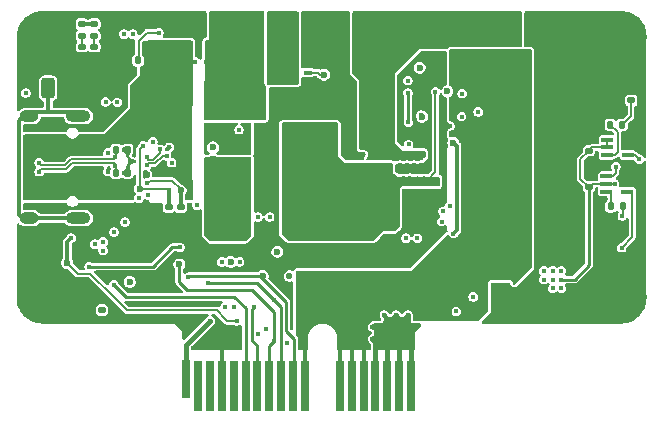
<source format=gbr>
%TF.GenerationSoftware,KiCad,Pcbnew,9.0.2*%
%TF.CreationDate,2026-02-15T12:31:08+01:00*%
%TF.ProjectId,PDNode-PDCard-5031,50444e6f-6465-42d5-9044-436172642d35,1.0.0*%
%TF.SameCoordinates,Original*%
%TF.FileFunction,Copper,L6,Bot*%
%TF.FilePolarity,Positive*%
%FSLAX46Y46*%
G04 Gerber Fmt 4.6, Leading zero omitted, Abs format (unit mm)*
G04 Created by KiCad (PCBNEW 9.0.2) date 2026-02-15 12:31:08*
%MOMM*%
%LPD*%
G01*
G04 APERTURE LIST*
G04 Aperture macros list*
%AMRoundRect*
0 Rectangle with rounded corners*
0 $1 Rounding radius*
0 $2 $3 $4 $5 $6 $7 $8 $9 X,Y pos of 4 corners*
0 Add a 4 corners polygon primitive as box body*
4,1,4,$2,$3,$4,$5,$6,$7,$8,$9,$2,$3,0*
0 Add four circle primitives for the rounded corners*
1,1,$1+$1,$2,$3*
1,1,$1+$1,$4,$5*
1,1,$1+$1,$6,$7*
1,1,$1+$1,$8,$9*
0 Add four rect primitives between the rounded corners*
20,1,$1+$1,$2,$3,$4,$5,0*
20,1,$1+$1,$4,$5,$6,$7,0*
20,1,$1+$1,$6,$7,$8,$9,0*
20,1,$1+$1,$8,$9,$2,$3,0*%
G04 Aperture macros list end*
%TA.AperFunction,ComponentPad*%
%ADD10C,0.700000*%
%TD*%
%TA.AperFunction,ComponentPad*%
%ADD11C,4.400000*%
%TD*%
%TA.AperFunction,HeatsinkPad*%
%ADD12C,0.500000*%
%TD*%
%TA.AperFunction,HeatsinkPad*%
%ADD13R,2.050000X2.050000*%
%TD*%
%TA.AperFunction,HeatsinkPad*%
%ADD14O,2.100000X1.000000*%
%TD*%
%TA.AperFunction,HeatsinkPad*%
%ADD15O,1.600000X1.000000*%
%TD*%
%TA.AperFunction,ConnectorPad*%
%ADD16R,0.700000X3.200000*%
%TD*%
%TA.AperFunction,ConnectorPad*%
%ADD17R,0.700000X4.300000*%
%TD*%
%TA.AperFunction,ComponentPad*%
%ADD18C,0.600000*%
%TD*%
%TA.AperFunction,SMDPad,CuDef*%
%ADD19R,1.650000X2.400000*%
%TD*%
%TA.AperFunction,SMDPad,CuDef*%
%ADD20RoundRect,0.135000X-0.185000X0.135000X-0.185000X-0.135000X0.185000X-0.135000X0.185000X0.135000X0*%
%TD*%
%TA.AperFunction,SMDPad,CuDef*%
%ADD21C,0.600000*%
%TD*%
%TA.AperFunction,SMDPad,CuDef*%
%ADD22RoundRect,0.140000X-0.140000X-0.170000X0.140000X-0.170000X0.140000X0.170000X-0.140000X0.170000X0*%
%TD*%
%TA.AperFunction,SMDPad,CuDef*%
%ADD23RoundRect,0.140000X-0.170000X0.140000X-0.170000X-0.140000X0.170000X-0.140000X0.170000X0.140000X0*%
%TD*%
%TA.AperFunction,SMDPad,CuDef*%
%ADD24RoundRect,0.140000X0.140000X0.170000X-0.140000X0.170000X-0.140000X-0.170000X0.140000X-0.170000X0*%
%TD*%
%TA.AperFunction,SMDPad,CuDef*%
%ADD25RoundRect,0.135000X-0.135000X-0.185000X0.135000X-0.185000X0.135000X0.185000X-0.135000X0.185000X0*%
%TD*%
%TA.AperFunction,SMDPad,CuDef*%
%ADD26RoundRect,0.140000X0.170000X-0.140000X0.170000X0.140000X-0.170000X0.140000X-0.170000X-0.140000X0*%
%TD*%
%TA.AperFunction,SMDPad,CuDef*%
%ADD27RoundRect,0.250000X0.312500X0.625000X-0.312500X0.625000X-0.312500X-0.625000X0.312500X-0.625000X0*%
%TD*%
%TA.AperFunction,SMDPad,CuDef*%
%ADD28RoundRect,0.100000X0.400000X0.100000X-0.400000X0.100000X-0.400000X-0.100000X0.400000X-0.100000X0*%
%TD*%
%TA.AperFunction,SMDPad,CuDef*%
%ADD29RoundRect,0.147500X-0.172500X0.147500X-0.172500X-0.147500X0.172500X-0.147500X0.172500X0.147500X0*%
%TD*%
%TA.AperFunction,SMDPad,CuDef*%
%ADD30RoundRect,0.250000X-0.312500X-0.625000X0.312500X-0.625000X0.312500X0.625000X-0.312500X0.625000X0*%
%TD*%
%TA.AperFunction,SMDPad,CuDef*%
%ADD31RoundRect,0.105000X0.245000X0.105000X-0.245000X0.105000X-0.245000X-0.105000X0.245000X-0.105000X0*%
%TD*%
%TA.AperFunction,SMDPad,CuDef*%
%ADD32RoundRect,0.290625X0.678125X0.895731X-0.678125X0.895731X-0.678125X-0.895731X0.678125X-0.895731X0*%
%TD*%
%TA.AperFunction,SMDPad,CuDef*%
%ADD33RoundRect,0.063000X0.374500X0.147000X-0.374500X0.147000X-0.374500X-0.147000X0.374500X-0.147000X0*%
%TD*%
%TA.AperFunction,ViaPad*%
%ADD34C,0.550000*%
%TD*%
%TA.AperFunction,ViaPad*%
%ADD35C,0.400000*%
%TD*%
%TA.AperFunction,Conductor*%
%ADD36C,0.200000*%
%TD*%
%TA.AperFunction,Conductor*%
%ADD37C,0.350000*%
%TD*%
%TA.AperFunction,Conductor*%
%ADD38C,0.400000*%
%TD*%
%TA.AperFunction,Conductor*%
%ADD39C,0.300000*%
%TD*%
%TA.AperFunction,Conductor*%
%ADD40C,0.150000*%
%TD*%
%TA.AperFunction,Conductor*%
%ADD41C,0.250000*%
%TD*%
G04 APERTURE END LIST*
D10*
%TO.P,H3,1,1*%
%TO.N,GND*%
X51500000Y31375000D03*
X50333274Y31858274D03*
X52666726Y31858274D03*
X49850000Y33025000D03*
D11*
X51500000Y33025000D03*
D10*
X53150000Y33025000D03*
X50333274Y34191726D03*
X52666726Y34191726D03*
X51500000Y34675000D03*
%TD*%
%TO.P,H1,1,1*%
%TO.N,GND*%
X2589229Y31371686D03*
X1422503Y31854960D03*
X3755955Y31854960D03*
X939229Y33021686D03*
D11*
X2589229Y33021686D03*
D10*
X4239229Y33021686D03*
X1422503Y34188412D03*
X3755955Y34188412D03*
X2589229Y34671686D03*
%TD*%
D12*
%TO.P,IC2,21,PAD*%
%TO.N,GND*%
X10775000Y16430000D03*
X10775000Y15730000D03*
X10775000Y15030000D03*
X11475000Y16430000D03*
X11475000Y15730000D03*
D13*
X11475000Y15730000D03*
D12*
X11475000Y15030000D03*
X12175000Y16430000D03*
X12175000Y15730000D03*
X12175000Y15030000D03*
%TD*%
D14*
%TO.P,J1,S1,SHIELD*%
%TO.N,SHIELD*%
X5605000Y26345000D03*
D15*
X1425000Y26345000D03*
D14*
X5605000Y17705000D03*
D15*
X1425000Y17705000D03*
%TD*%
D10*
%TO.P,H2,1,1*%
%TO.N,GND*%
X2619995Y9367466D03*
X1453269Y9850740D03*
X3786721Y9850740D03*
X969995Y11017466D03*
D11*
X2619995Y11017466D03*
D10*
X4269995Y11017466D03*
X1453269Y12184192D03*
X3786721Y12184192D03*
X2619995Y12667466D03*
%TD*%
D16*
%TO.P,J2,A1,A1*%
%TO.N,Net-(JP1-C)*%
X14750000Y4075000D03*
D17*
%TO.P,J2,A2,A2*%
%TO.N,/Project Architecture/Board Connector and Supplies/SPI_MOSI*%
X15750000Y3525000D03*
%TO.P,J2,A3,A3*%
%TO.N,/Project Architecture/Board Connector and Supplies/SPI_CLK*%
X16750000Y3525000D03*
%TO.P,J2,A4,A4*%
%TO.N,GND*%
X17750000Y3525000D03*
%TO.P,J2,A5,A5*%
%TO.N,/Project Architecture/Board Connector and Supplies/PD_IRQ*%
X18750000Y3525000D03*
%TO.P,J2,A6,A6*%
%TO.N,/Project Architecture/USB-PD Source Controller/I2C_SDCL*%
X19750000Y3525000D03*
%TO.P,J2,A7,A7*%
%TO.N,/Project Architecture/Adjustable 5A Buck Converter/PMIC_ENABLE*%
X20750000Y3525000D03*
%TO.P,J2,A8,A8*%
%TO.N,/Project Architecture/USB-PD Source Controller/PD_ENABLE*%
X21750000Y3525000D03*
%TO.P,J2,A9,A9*%
%TO.N,+3.3V*%
X22750000Y3525000D03*
%TO.P,J2,A10,A10*%
%TO.N,/Project Architecture/USB-PD Source Controller/PD_ATTACH*%
X23750000Y3525000D03*
%TO.P,J2,A11,A11*%
%TO.N,+24V*%
X24750000Y3525000D03*
%TO.P,J2,A12,A12*%
X27750000Y3525000D03*
%TO.P,J2,A13,A13*%
X28750000Y3525000D03*
%TO.P,J2,A14,A14*%
X29750000Y3525000D03*
%TO.P,J2,A15,A15*%
%TO.N,GND*%
X30750000Y3525000D03*
%TO.P,J2,A16,A16*%
X31750000Y3525000D03*
%TO.P,J2,A17,A17*%
X32750000Y3525000D03*
%TO.P,J2,A18,A18*%
X33750000Y3525000D03*
%TD*%
D18*
%TO.P,IC6,11,PAD*%
%TO.N,GND*%
X40870000Y11910000D03*
X40870000Y10190000D03*
X41350000Y11050000D03*
D19*
X41350000Y11050000D03*
D18*
X41830000Y11910000D03*
X41830000Y10190000D03*
%TD*%
D10*
%TO.P,H4,1,1*%
%TO.N,GND*%
X51500000Y9375000D03*
X50333274Y9858274D03*
X52666726Y9858274D03*
X49850000Y11025000D03*
D11*
X51500000Y11025000D03*
D10*
X53150000Y11025000D03*
X50333274Y12191726D03*
X52666726Y12191726D03*
X51500000Y12675000D03*
%TD*%
D20*
%TO.P,R35,1*%
%TO.N,Net-(IC3-A1)*%
X6950000Y32210000D03*
%TO.P,R35,2*%
%TO.N,GND*%
X6950000Y31190000D03*
%TD*%
D21*
%TO.P,PMFB1,1*%
%TO.N,Net-(PMFB1-Pad1)*%
X36850000Y28450000D03*
%TD*%
D22*
%TO.P,C35,1*%
%TO.N,/Project Architecture/USB-PD Source Controller/USB_D-*%
X8800000Y23500000D03*
%TO.P,C35,2*%
%TO.N,GND*%
X9760000Y23500000D03*
%TD*%
D21*
%TO.P,DCRG1,1*%
%TO.N,/Project Architecture/USB-PD Source Controller/DISCHRG*%
X26400000Y29850000D03*
%TD*%
%TO.P,VSS1,1*%
%TO.N,/Project Architecture/USB-PD Source Controller/T3T4DS*%
X19700000Y23750000D03*
%TD*%
D23*
%TO.P,C37,1*%
%TO.N,/Project Architecture/USB-PD Source Controller/CC1*%
X13250000Y18610000D03*
%TO.P,C37,2*%
%TO.N,GND*%
X13250000Y17650000D03*
%TD*%
D24*
%TO.P,C41,1*%
%TO.N,+3.3V*%
X10650000Y31050000D03*
%TO.P,C41,2*%
%TO.N,GND*%
X9690000Y31050000D03*
%TD*%
D21*
%TO.P,PMON1,1*%
%TO.N,/Project Architecture/Board Connector and Supplies/PMIC_VMON_PORT0*%
X22450000Y14850000D03*
%TD*%
%TO.P,PDAT1,1*%
%TO.N,/Project Architecture/USB-PD Source Controller/PD_ATTACH*%
X21200000Y12800000D03*
%TD*%
D23*
%TO.P,C36,1*%
%TO.N,/Project Architecture/USB-PD Source Controller/CC2*%
X14250000Y18630000D03*
%TO.P,C36,2*%
%TO.N,GND*%
X14250000Y17670000D03*
%TD*%
D25*
%TO.P,R41,1*%
%TO.N,Net-(IC5-Y)*%
X50680000Y18700000D03*
%TO.P,R41,2*%
%TO.N,Net-(D2-Pad2)*%
X51700000Y18700000D03*
%TD*%
D21*
%TO.P,PD5,1*%
%TO.N,+5V*%
X18500000Y14000000D03*
%TD*%
D26*
%TO.P,C31,1*%
%TO.N,+3.3V*%
X7600000Y9920000D03*
%TO.P,C31,2*%
%TO.N,GND*%
X7600000Y10880000D03*
%TD*%
D22*
%TO.P,C34,1*%
%TO.N,/Project Architecture/USB-PD Source Controller/USB_D+*%
X8800000Y21530000D03*
%TO.P,C34,2*%
%TO.N,GND*%
X9760000Y21530000D03*
%TD*%
D26*
%TO.P,C30,1*%
%TO.N,+3.3V*%
X48825000Y23412500D03*
%TO.P,C30,2*%
%TO.N,GND*%
X48825000Y24372500D03*
%TD*%
D20*
%TO.P,R33,1*%
%TO.N,+3.3V*%
X6950000Y34150000D03*
%TO.P,R33,2*%
%TO.N,Net-(IC3-A1)*%
X6950000Y33130000D03*
%TD*%
D25*
%TO.P,R46,1*%
%TO.N,Net-(IC7-Y)*%
X50640000Y25600000D03*
%TO.P,R46,2*%
%TO.N,Net-(D4-Pad2)*%
X51660000Y25600000D03*
%TD*%
D27*
%TO.P,R26,1*%
%TO.N,GND*%
X5962500Y28700000D03*
%TO.P,R26,2*%
%TO.N,SHIELD*%
X3037500Y28700000D03*
%TD*%
D20*
%TO.P,R34,1*%
%TO.N,Net-(IC3-A0)*%
X5910000Y32210000D03*
%TO.P,R34,2*%
%TO.N,GND*%
X5910000Y31190000D03*
%TD*%
D21*
%TO.P,PD18,1*%
%TO.N,/Project Architecture/USB-PD Source Controller/VDD_PD*%
X9950000Y12300000D03*
%TD*%
%TO.P,VMON1,1*%
%TO.N,/Project Architecture/Board Connector and Supplies/VBUS_VMON_PORT0*%
X4650000Y13900000D03*
%TD*%
%TO.P,CC2,1*%
%TO.N,/Project Architecture/USB-PD Source Controller/CC2*%
X14250000Y20050000D03*
%TD*%
D28*
%TO.P,IC7,1,IN1*%
%TO.N,GND*%
X52125000Y24335000D03*
%TO.P,IC7,2,GND*%
X52125000Y23685000D03*
%TO.P,IC7,3,IN0*%
%TO.N,PGOOD_3V3*%
X52125000Y23035000D03*
%TO.P,IC7,4,Y*%
%TO.N,Net-(IC7-Y)*%
X50350000Y23035000D03*
%TO.P,IC7,5,VCC*%
%TO.N,+3.3V*%
X50350000Y23685000D03*
%TO.P,IC7,6,IN2*%
X50350000Y24335000D03*
%TD*%
D21*
%TO.P,PM5,1*%
%TO.N,+5VA*%
X34700000Y26300000D03*
%TD*%
D29*
%TO.P,D4,1*%
%TO.N,GND*%
X52400000Y28635000D03*
%TO.P,D4,2*%
%TO.N,Net-(D4-Pad2)*%
X52400000Y27665000D03*
%TD*%
D21*
%TO.P,V24F1,1*%
%TO.N,+24V_FILTERED*%
X30000000Y29250000D03*
%TD*%
%TO.P,PM3,1*%
%TO.N,+3.54V*%
X37350000Y24100000D03*
%TD*%
D26*
%TO.P,C25,1*%
%TO.N,+3.3V*%
X48825000Y20332500D03*
%TO.P,C25,2*%
%TO.N,GND*%
X48825000Y21292500D03*
%TD*%
D21*
%TO.P,CC1,1*%
%TO.N,/Project Architecture/USB-PD Source Controller/CC1*%
X10800000Y20200000D03*
%TD*%
%TO.P,VBUS1,1*%
%TO.N,/Project Architecture/USB-PD Source Controller/VBUS_MEA*%
X20000000Y31500000D03*
%TD*%
D20*
%TO.P,R32,1*%
%TO.N,+3.3V*%
X5900000Y34150000D03*
%TO.P,R32,2*%
%TO.N,Net-(IC3-A0)*%
X5900000Y33130000D03*
%TD*%
D30*
%TO.P,R22,1*%
%TO.N,/Project Architecture/USB-PD Source Controller/VBUS_MEA*%
X19233146Y34141299D03*
%TO.P,R22,2*%
%TO.N,/Project Architecture/USB-PD Source Controller/DCHP*%
X22158146Y34141299D03*
%TD*%
D21*
%TO.P,PMO2,1*%
%TO.N,/Project Architecture/USB-PD Source Controller/V_PMIC_OUT*%
X18950000Y18550000D03*
%TD*%
D31*
%TO.P,T3,1,S*%
%TO.N,GND*%
X25000000Y31975000D03*
%TO.P,T3,2,S*%
X25000000Y31325000D03*
%TO.P,T3,3,S*%
X25000000Y30675000D03*
%TO.P,T3,4,S*%
%TO.N,/Project Architecture/USB-PD Source Controller/DISCHRG*%
X25000000Y30025000D03*
D32*
%TO.P,T3,5,D*%
%TO.N,/Project Architecture/USB-PD Source Controller/DCHP*%
X23056250Y30998644D03*
D33*
X22086864Y30022287D03*
%TO.P,T3,6,D*%
X22086864Y30674950D03*
%TO.P,T3,7,D*%
X22084232Y31324980D03*
%TO.P,T3,8,D*%
X22087500Y31975000D03*
%TD*%
D21*
%TO.P,PME1,1*%
%TO.N,/Project Architecture/Adjustable 5A Buck Converter/PMIC_ENABLE*%
X34500000Y30450000D03*
%TD*%
%TO.P,VDRV1,1*%
%TO.N,/Project Architecture/USB-PD Source Controller/VDRV*%
X17000000Y23700000D03*
%TD*%
%TO.P,V24,1*%
%TO.N,+24V*%
X43000000Y27450000D03*
%TD*%
%TO.P,PDEN1,1*%
%TO.N,/Project Architecture/USB-PD Source Controller/PD_ENABLE*%
X14150000Y13800000D03*
%TD*%
%TO.P,PMO1,1*%
%TO.N,/Project Architecture/Adjustable 5A Buck Converter/PMIC_VOUT*%
X24550000Y18500000D03*
%TD*%
D28*
%TO.P,IC5,1,IN1*%
%TO.N,GND*%
X52075000Y21250000D03*
%TO.P,IC5,2,GND*%
X52075000Y20600000D03*
%TO.P,IC5,3,IN0*%
%TO.N,/Project Architecture/USB-PD Source Controller/PD_ENABLE*%
X52075000Y19950000D03*
%TO.P,IC5,4,Y*%
%TO.N,Net-(IC5-Y)*%
X50300000Y19950000D03*
%TO.P,IC5,5,VCC*%
%TO.N,+3.3V*%
X50300000Y20600000D03*
%TO.P,IC5,6,IN2*%
%TO.N,/Project Architecture/Adjustable 5A Buck Converter/PMIC_ENABLE*%
X50300000Y21250000D03*
%TD*%
D34*
%TO.N,+24V*%
X24750000Y11500000D03*
X41000000Y28500000D03*
X31750000Y11500000D03*
X42250000Y17500000D03*
X39000000Y29500000D03*
X26750000Y9500000D03*
X25800000Y9500000D03*
X43000000Y29500000D03*
X40250000Y17500000D03*
X38000000Y30500000D03*
X42000000Y30500000D03*
X43000000Y30500000D03*
X42000000Y28500000D03*
X42250000Y16500000D03*
X27750000Y10500000D03*
X39250000Y17500000D03*
X37500000Y15500000D03*
X34750000Y10500000D03*
X41000000Y30500000D03*
X29750000Y11500000D03*
X29750000Y10500000D03*
X24750000Y9500000D03*
X43250000Y16500000D03*
X40000000Y30500000D03*
X25800000Y11500000D03*
X40250000Y16500000D03*
X30750000Y10500000D03*
X33750000Y10500000D03*
X27750000Y9500000D03*
X39000000Y30500000D03*
X42000000Y27500000D03*
X29750000Y9500000D03*
X35750000Y9500000D03*
X42000000Y29500000D03*
X34743530Y11500519D03*
X41250000Y16500000D03*
X43250000Y17500000D03*
X33750000Y11500000D03*
X35750000Y10500000D03*
X28750000Y9500000D03*
X40000000Y29500000D03*
X41000000Y29500000D03*
X41250000Y17500000D03*
X25800000Y10500000D03*
X38500000Y15500000D03*
X27750000Y11500000D03*
X34750000Y9500000D03*
X41000000Y27500000D03*
X43000000Y27500000D03*
X38000000Y29500000D03*
X32750000Y11500000D03*
X30750000Y11500000D03*
X32750000Y10500000D03*
X31750000Y10500000D03*
X24750000Y10500000D03*
X26750000Y11500000D03*
X39250000Y16500000D03*
X28750000Y10500000D03*
X28750000Y11500000D03*
X26750000Y10500000D03*
X43000000Y28500000D03*
D35*
%TO.N,GND*%
X32500000Y7500000D03*
X26664831Y31037565D03*
X25150000Y32000000D03*
X28600000Y23050000D03*
X3976821Y25291475D03*
X33400000Y22200000D03*
X23170727Y27504839D03*
X33500000Y8500000D03*
X33500000Y7500000D03*
X31500000Y9500000D03*
X1299809Y18771552D03*
X38100000Y28250000D03*
X13300000Y23700000D03*
X34000000Y22200000D03*
X25900000Y32000000D03*
X35189770Y15731521D03*
X6245000Y18825000D03*
X3950000Y16000000D03*
X28400000Y27950000D03*
X17700000Y8300000D03*
X25914831Y31037565D03*
X32100000Y15350000D03*
X2942044Y26075807D03*
X6801333Y31526681D03*
X1150000Y29250000D03*
X23920727Y28254839D03*
X37050000Y25500000D03*
X31500000Y8500000D03*
X29720000Y23100000D03*
X13500030Y22396439D03*
X1893632Y25291475D03*
X24670727Y28254839D03*
X1750000Y15900000D03*
X45800000Y9400000D03*
X44075000Y9445000D03*
X26446282Y13891533D03*
X27350000Y26800000D03*
X3360295Y18797270D03*
X27508860Y13869045D03*
X23170727Y26754839D03*
X34000000Y21600000D03*
X26650000Y32000000D03*
X10100000Y22500000D03*
X2299809Y18771552D03*
X30500000Y8500000D03*
X24900000Y34100000D03*
D34*
X47548253Y31945453D03*
D35*
X7600000Y10880000D03*
X23920727Y26754839D03*
X32500000Y9500000D03*
X37595000Y9800000D03*
X10900000Y10500000D03*
X5962500Y28700000D03*
X5974417Y29331608D03*
X32800000Y21600000D03*
X2893632Y25291475D03*
X53050000Y24450000D03*
X28548949Y13885911D03*
X8107924Y23250000D03*
X9900000Y10500000D03*
X11900488Y24172531D03*
X25164831Y31037565D03*
X5553226Y31174363D03*
X34614654Y28074701D03*
X32800000Y22200000D03*
X35250000Y27400000D03*
X11464007Y21422760D03*
X25250000Y14850000D03*
X6998867Y18804394D03*
X30500000Y7500000D03*
X33399260Y21614526D03*
X32500000Y8500000D03*
X23170727Y28254839D03*
X15579447Y10416321D03*
X34600000Y21600000D03*
X39450000Y26700000D03*
X9650000Y29700000D03*
X31500000Y7500000D03*
X28427075Y24162452D03*
X24670727Y27504839D03*
X33500000Y9500000D03*
X53100000Y23600000D03*
X3931534Y26070185D03*
X7028734Y25291475D03*
X32850000Y27450000D03*
X6028734Y25291475D03*
X29605904Y13880289D03*
X34682119Y28766220D03*
X5962499Y28044559D03*
X42850000Y9450000D03*
X36448237Y25473991D03*
X23920727Y27504839D03*
X7157418Y26041983D03*
X34600000Y22200000D03*
X52450000Y29350000D03*
X28400000Y25000000D03*
X8097331Y21646766D03*
X28400000Y25700000D03*
X13400000Y34100000D03*
X52950000Y21250000D03*
%TO.N,+24V_FILTERED*%
X30750000Y30000000D03*
X39750000Y34500000D03*
X31500000Y28500000D03*
X30750000Y29250000D03*
X42750000Y33000000D03*
X30000000Y28500000D03*
X40500000Y33000000D03*
X31500000Y23000000D03*
X42750000Y33750000D03*
X40500000Y34500000D03*
X33000000Y23000000D03*
X30000000Y29250000D03*
X39000000Y34500000D03*
X31500000Y31000000D03*
X42750000Y34500000D03*
X30750000Y27750000D03*
X42000000Y34500000D03*
X39750000Y33750000D03*
X32250000Y23000000D03*
X30750000Y31000000D03*
X31500000Y29250000D03*
X30750000Y24750000D03*
X30000000Y31000000D03*
X31500000Y23750000D03*
X30000000Y25500000D03*
X30000000Y27750000D03*
X42000000Y33000000D03*
X31500000Y27750000D03*
X31500000Y26250000D03*
X39000000Y33000000D03*
X39000000Y33750000D03*
X30750000Y28500000D03*
X42000000Y33750000D03*
X40500000Y33750000D03*
X31500000Y27000000D03*
X41250000Y33000000D03*
X30750000Y24000000D03*
X31500000Y30000000D03*
X30000000Y30000000D03*
X39750000Y33000000D03*
X30000000Y24750000D03*
X41250000Y34500000D03*
X30000000Y27000000D03*
X32250000Y23750000D03*
X30000000Y24000000D03*
X41250000Y33750000D03*
X30750000Y27000000D03*
%TO.N,+3.54V*%
X38050000Y26300000D03*
X37350000Y16390000D03*
X33500000Y29350000D03*
X37325000Y23950000D03*
%TO.N,+3.3V*%
X18796603Y10202332D03*
X22150000Y10750000D03*
X45750000Y12500000D03*
X46495558Y11751589D03*
X45000000Y13250000D03*
X5900000Y34150000D03*
X18028611Y10191739D03*
X7600000Y9900000D03*
X45750000Y11750000D03*
X45750000Y13250000D03*
X46500000Y13250000D03*
X46495558Y12505736D03*
X10700000Y31000000D03*
X45000000Y12500000D03*
X16600000Y12200000D03*
X51000000Y20600000D03*
X12420000Y33400000D03*
%TO.N,/Project Architecture/Adjustable 5A Buck Converter/PMIC_VOUT*%
X29500000Y20500000D03*
X30500000Y19500000D03*
X28500000Y20500000D03*
X30500000Y18500000D03*
X30500000Y16500000D03*
X32500000Y17500000D03*
X24500000Y16500000D03*
X26500000Y18500000D03*
X26500000Y17500000D03*
X23500000Y17500000D03*
X29500000Y19500000D03*
X27500000Y16500000D03*
X35829617Y28412824D03*
X28500000Y16500000D03*
X25500000Y21500000D03*
X23500000Y19500000D03*
X29500000Y21500000D03*
X26500000Y23500000D03*
X30500000Y21500000D03*
X25500000Y16500000D03*
X29500000Y17500000D03*
X32500000Y20500000D03*
X27500000Y20500000D03*
X26500000Y22500000D03*
X26500000Y21500000D03*
X28500000Y21500000D03*
X32500000Y18500000D03*
X27500000Y17500000D03*
X25500000Y20500000D03*
X29500000Y18500000D03*
X21800000Y17800000D03*
X29500000Y16500000D03*
X27500000Y18500000D03*
X24500000Y19500000D03*
X25500000Y18500000D03*
X26500000Y16500000D03*
X31500000Y17500000D03*
X31500000Y18500000D03*
X28500000Y17500000D03*
X23500000Y18500000D03*
X24500000Y18500000D03*
X25500000Y19500000D03*
X27500000Y21500000D03*
X23500000Y16500000D03*
X32500000Y19500000D03*
X26500000Y20500000D03*
X31500000Y19500000D03*
X30500000Y20500000D03*
X30500000Y17500000D03*
X24500000Y17500000D03*
X26500000Y19500000D03*
X28500000Y19500000D03*
X31500000Y20500000D03*
X25500000Y17500000D03*
X28500000Y18500000D03*
X25500000Y22500000D03*
X27500000Y19500000D03*
X25500000Y23500000D03*
X33350000Y16000000D03*
%TO.N,SHIELD*%
X3005622Y28794977D03*
%TO.N,+5V*%
X17750000Y14000000D03*
D34*
X23463944Y12800000D03*
D35*
X19250000Y14000000D03*
X18500000Y14000000D03*
%TO.N,+5VA*%
X34614654Y26425945D03*
%TO.N,Net-(IC3-A0)*%
X5775000Y32210000D03*
%TO.N,Net-(IC3-A1)*%
X7050000Y33150000D03*
%TO.N,/Project Architecture/USB-PD Source Controller/VDD_PD*%
X9900000Y12260000D03*
%TO.N,/Project Architecture/USB-PD Source Controller/USB_D+*%
X8701132Y22130513D03*
X13065717Y22982585D03*
X2286758Y21631720D03*
X11410707Y22159239D03*
%TO.N,PGOOD_3V3*%
X39031491Y11045295D03*
X53100000Y22700000D03*
X20840892Y7873036D03*
%TO.N,Net-(JP1-C)*%
X16750000Y9000000D03*
%TO.N,/Project Architecture/USB-PD Source Controller/USB_D-*%
X8690539Y22857898D03*
X11386758Y22888282D03*
X2265572Y22389119D03*
X12532536Y23536952D03*
%TO.N,/Project Architecture/USB-PD Source Controller/CC2*%
X11446401Y20699596D03*
X14250022Y20107490D03*
%TO.N,/Project Architecture/USB-PD Source Controller/CC1*%
X11100000Y23850000D03*
X13300000Y20120000D03*
%TO.N,/Project Architecture/USB-PD Source Controller/VBUS_MEA*%
X21000000Y29500000D03*
X18000000Y31500000D03*
X20000000Y30500000D03*
X21000000Y32500000D03*
X18000000Y29500000D03*
X18000000Y32500000D03*
X7900000Y27550000D03*
X16392496Y30961700D03*
X7000000Y15500000D03*
X18000000Y30500000D03*
X19000000Y27500000D03*
X20998463Y30488307D03*
X19000000Y26500000D03*
X17000000Y29500000D03*
X17000000Y28500000D03*
X20000000Y28500000D03*
X19000000Y30500000D03*
X20000000Y31500000D03*
X21000000Y28500000D03*
X18000000Y26500000D03*
X21000000Y27500000D03*
X18000000Y28500000D03*
X20000000Y32500000D03*
X19000000Y31500000D03*
X21000000Y31500000D03*
X19000000Y28500000D03*
X17000000Y27500000D03*
X17000000Y31500000D03*
X21000000Y26500000D03*
X17000000Y30500000D03*
X17000000Y26500000D03*
X19000000Y29500000D03*
X20000000Y26500000D03*
X19000000Y32500000D03*
X17000000Y32500000D03*
X20000000Y29500000D03*
X20000000Y27500000D03*
X18000000Y27500000D03*
%TO.N,/Project Architecture/USB-PD Source Controller/DISCHRG*%
X26400000Y29850000D03*
X11475000Y19675000D03*
%TO.N,/Project Architecture/Adjustable 5A Buck Converter/PD_SCL*%
X37025000Y18735000D03*
X8614870Y16524871D03*
%TO.N,/Project Architecture/Adjustable 5A Buck Converter/PD_ADD*%
X33500000Y28300000D03*
X33536657Y25800000D03*
%TO.N,/Project Architecture/Adjustable 5A Buck Converter/PMIC_ENABLE*%
X51100000Y22044243D03*
X34550000Y30410000D03*
X20500000Y10200000D03*
X33550000Y23950000D03*
X15650000Y18800000D03*
%TO.N,/Project Architecture/Adjustable 5A Buck Converter/PD_SDA*%
X36481812Y18278189D03*
X9548231Y17370563D03*
%TO.N,/Project Architecture/Adjustable 5A Buck Converter/PD_ALT*%
X36350000Y17410000D03*
X7700000Y15700000D03*
%TO.N,/Project Architecture/USB-PD Source Controller/VDRV*%
X19200000Y25188223D03*
X10712905Y19397682D03*
X17100000Y23700000D03*
%TO.N,/Project Architecture/USB-PD Source Controller/I2C_SDCL*%
X8600000Y12050000D03*
X10200000Y33275000D03*
%TO.N,/Project Architecture/USB-PD Source Controller/PD_ATTACH*%
X14890000Y12680000D03*
%TO.N,/Project Architecture/USB-PD Source Controller/I2C_SDA*%
X14200000Y15230000D03*
X9450000Y33275000D03*
X6500000Y13600000D03*
%TO.N,/Project Architecture/USB-PD Source Controller/PD_ENABLE*%
X51600000Y15200000D03*
X14150000Y13805000D03*
X22200000Y7325000D03*
%TO.N,/Project Architecture/USB-PD Source Controller/VBUS*%
X14000000Y32500000D03*
X14000000Y31500000D03*
X7048301Y19637709D03*
X2274329Y20782903D03*
X15000000Y28500000D03*
X14000000Y27500000D03*
X13000000Y24500000D03*
X11000000Y27500000D03*
X15000000Y32500000D03*
X9557231Y20574378D03*
X9108429Y19611367D03*
X2273057Y19605652D03*
X14000000Y30500000D03*
X11000000Y29500000D03*
X13000000Y27500000D03*
X13000000Y28500000D03*
X12000000Y31500000D03*
X7000000Y24500000D03*
X15000000Y31500000D03*
X11000000Y25500000D03*
X13000000Y29500000D03*
X2000000Y23500000D03*
X6000000Y24500000D03*
X13000000Y25500000D03*
X15000000Y27500000D03*
X3384110Y20632467D03*
X14000000Y29500000D03*
X1273057Y19605652D03*
X8900000Y27500000D03*
X15510771Y30950000D03*
X11007944Y24597986D03*
X1274329Y20782903D03*
X15000000Y29500000D03*
X2000000Y24500000D03*
X4384110Y20632467D03*
X12000000Y32500000D03*
X13000000Y30500000D03*
X8095575Y24494378D03*
X14000000Y25500000D03*
X4003167Y23498734D03*
X11000000Y28500000D03*
X3368868Y19611685D03*
X12000000Y30500000D03*
X12000000Y28500000D03*
X13000000Y32500000D03*
X3000000Y24500000D03*
X8108429Y19611367D03*
X4000000Y24500000D03*
X13000000Y31500000D03*
X12000000Y29500000D03*
X10000000Y24500000D03*
X12000000Y27500000D03*
X15000000Y30500000D03*
X4800000Y23700000D03*
X10000000Y25500000D03*
X6245000Y19625000D03*
X3003167Y23498734D03*
X8557231Y20574378D03*
X14000000Y28500000D03*
X12000000Y25500000D03*
%TO.N,/Project Architecture/Board Connector and Supplies/PORT_EN*%
X7700000Y14950000D03*
X21496071Y8353930D03*
%TO.N,/Project Architecture/Board Connector and Supplies/VBUS_VMON_PORT0*%
X5000000Y16023250D03*
X19000000Y9000000D03*
X23297751Y7170273D03*
%TO.N,/Project Architecture/Board Connector and Supplies/PMIC_VMON_PORT0*%
X22412847Y14892435D03*
%TO.N,Net-(PMFB1-Pad1)*%
X36822536Y28412858D03*
%TO.N,/Project Architecture/USB-PD Source Controller/V_PMIC_OUT*%
X18000000Y20500000D03*
X18000000Y22500000D03*
X18000000Y16500000D03*
X19000000Y22500000D03*
X20800000Y17800000D03*
X19000000Y20500000D03*
X34300000Y16000000D03*
X17000000Y21500000D03*
X17000000Y19500000D03*
X18000000Y17500000D03*
X20000000Y18500000D03*
X17996071Y18518011D03*
X17000000Y20500000D03*
X19991976Y16522107D03*
X17000000Y17500000D03*
X20000000Y19500000D03*
X19000000Y17500000D03*
X20000000Y17500000D03*
X18000000Y21500000D03*
X17000000Y18500000D03*
X19000000Y21500000D03*
X18000000Y19500000D03*
X19000000Y18500000D03*
X17000000Y16500000D03*
X17000000Y22500000D03*
X19000000Y19500000D03*
X19000000Y16500000D03*
%TO.N,/Project Architecture/USB-PD Source Controller/T3T4DS*%
X19039034Y23713856D03*
X18401620Y23713856D03*
X17753582Y25201157D03*
X17085417Y24509662D03*
X17100000Y25200000D03*
X16500000Y25200000D03*
X17800000Y23697920D03*
X19703239Y23715013D03*
X16478984Y24441571D03*
X19700000Y24446882D03*
X18400000Y25200000D03*
X19049657Y24462818D03*
%TO.N,Net-(D2-Pad2)*%
X51650000Y17900000D03*
X1150000Y28300000D03*
%TD*%
D36*
%TO.N,/Project Architecture/USB-PD Source Controller/CC2*%
X11650000Y20850000D02*
X11499596Y20699596D01*
X13560000Y20850000D02*
X11650000Y20850000D01*
X11499596Y20699596D02*
X11446401Y20699596D01*
X14250022Y20159978D02*
X13560000Y20850000D01*
X14250022Y20107490D02*
X14250022Y20159978D01*
D37*
%TO.N,+24V*%
X29750000Y3525000D02*
X29750000Y9500000D01*
X28750000Y3525000D02*
X28750000Y9500000D01*
X27750000Y3525000D02*
X27750000Y9500000D01*
X24750000Y3525000D02*
X24750000Y9500000D01*
%TO.N,GND*%
X17750000Y3525000D02*
X17750000Y8050000D01*
D38*
X32750000Y7250000D02*
X32500000Y7500000D01*
D39*
X5774363Y31174363D02*
X5790000Y31190000D01*
X14230000Y17650000D02*
X14250000Y17670000D01*
D36*
X9760000Y21530000D02*
X9760000Y22160000D01*
D38*
X30750000Y3525000D02*
X30750000Y7250000D01*
D40*
X52400000Y29300000D02*
X52450000Y29350000D01*
X52075000Y20600000D02*
X52075000Y21250000D01*
X53015000Y23685000D02*
X53100000Y23600000D01*
X52400000Y28635000D02*
X52400000Y29300000D01*
D36*
X9760000Y22840000D02*
X10100000Y22500000D01*
D40*
X48825000Y24372500D02*
X48825000Y25525000D01*
D37*
X17700000Y8100000D02*
X17700000Y8300000D01*
D39*
X6801333Y31526681D02*
X6801333Y31298667D01*
D38*
X33500000Y8500000D02*
X33500000Y9500000D01*
D36*
X9760000Y22160000D02*
X10100000Y22500000D01*
D40*
X50908516Y22559000D02*
X50925516Y22576000D01*
D38*
X31750000Y3525000D02*
X31750000Y7250000D01*
D40*
X52935000Y24335000D02*
X53050000Y24450000D01*
D36*
X9760000Y23500000D02*
X9760000Y22840000D01*
D37*
X17750000Y8050000D02*
X17700000Y8100000D01*
D39*
X5553226Y31174363D02*
X5774363Y31174363D01*
D38*
X32500000Y8500000D02*
X32500000Y9500000D01*
X31750000Y7250000D02*
X31500000Y7500000D01*
D40*
X48825000Y25525000D02*
X51935000Y28635000D01*
X51935000Y28635000D02*
X52400000Y28635000D01*
D39*
X13250000Y17650000D02*
X13250000Y17505000D01*
D38*
X33750000Y7250000D02*
X33500000Y7500000D01*
D40*
X52075000Y21925000D02*
X52075000Y21250000D01*
D38*
X33500000Y7500000D02*
X33500000Y8500000D01*
X32750000Y3525000D02*
X32750000Y7250000D01*
D39*
X13250000Y17650000D02*
X14230000Y17650000D01*
D40*
X50925516Y22576000D02*
X51424000Y22576000D01*
D39*
X9690000Y29740000D02*
X9650000Y29700000D01*
X13250000Y17505000D02*
X12175000Y16430000D01*
D38*
X30750000Y7250000D02*
X30500000Y7500000D01*
D40*
X52125000Y23685000D02*
X53015000Y23685000D01*
D38*
X32500000Y7500000D02*
X32500000Y8500000D01*
D40*
X25000000Y31975000D02*
X25000000Y30675000D01*
D39*
X5790000Y31190000D02*
X5910000Y31190000D01*
D40*
X51424000Y22576000D02*
X52075000Y21925000D01*
D39*
X6801333Y31298667D02*
X6910000Y31190000D01*
D40*
X52075000Y21250000D02*
X52950000Y21250000D01*
X52125000Y24335000D02*
X52125000Y23685000D01*
X52125000Y24335000D02*
X52935000Y24335000D01*
D39*
X6910000Y31190000D02*
X6950000Y31190000D01*
X9690000Y31050000D02*
X9690000Y29740000D01*
D40*
X50091500Y22559000D02*
X50908516Y22559000D01*
X48825000Y21292500D02*
X50091500Y22559000D01*
D38*
X33750000Y3525000D02*
X33750000Y7250000D01*
D37*
%TO.N,+3.54V*%
X37650000Y23800000D02*
X37650000Y16690000D01*
X37350000Y24100000D02*
X37650000Y23800000D01*
X37650000Y16690000D02*
X37350000Y16390000D01*
D41*
%TO.N,+3.3V*%
X48825000Y13725000D02*
X47605736Y12505736D01*
D39*
X5900000Y34150000D02*
X6950000Y34150000D01*
D41*
X20700000Y12200000D02*
X22750000Y10150000D01*
D40*
X49097500Y23685000D02*
X48825000Y23412500D01*
X50350000Y24335000D02*
X50350000Y23685000D01*
X48825000Y23412500D02*
X48100000Y22687500D01*
D41*
X22750000Y10150000D02*
X22750000Y3525000D01*
D40*
X48100000Y22687500D02*
X48100000Y21057500D01*
D36*
X12420000Y33400000D02*
X11400000Y33400000D01*
D40*
X50300000Y20600000D02*
X49092500Y20600000D01*
D36*
X10700000Y32700000D02*
X10700000Y31000000D01*
D41*
X48825000Y20332500D02*
X48825000Y13725000D01*
X16600000Y12200000D02*
X20700000Y12200000D01*
D36*
X11400000Y33400000D02*
X10700000Y32700000D01*
D40*
X48100000Y21057500D02*
X48825000Y20332500D01*
D39*
X6950000Y34150000D02*
X6849479Y34250521D01*
D41*
X47605736Y12505736D02*
X46495558Y12505736D01*
D40*
X50350000Y23685000D02*
X49097500Y23685000D01*
X49092500Y20600000D02*
X48825000Y20332500D01*
D36*
X7600000Y9920000D02*
X7600000Y9900000D01*
D40*
X50300000Y20600000D02*
X51000000Y20600000D01*
D36*
%TO.N,/Project Architecture/Adjustable 5A Buck Converter/PMIC_VOUT*%
X35829617Y21629617D02*
X35000000Y20800000D01*
X35000000Y20800000D02*
X32800000Y20800000D01*
X32800000Y20800000D02*
X32500000Y20500000D01*
X35829617Y28412824D02*
X35829617Y21629617D01*
D37*
%TO.N,SHIELD*%
X3037500Y28700000D02*
X3037500Y26720827D01*
X1425000Y17705000D02*
X5605000Y17705000D01*
X846000Y17705000D02*
X551000Y18000000D01*
X1763327Y26683327D02*
X3000000Y26683327D01*
X1425000Y17705000D02*
X846000Y17705000D01*
X3000000Y26683327D02*
X5266673Y26683327D01*
X3037500Y26720827D02*
X3000000Y26683327D01*
X945000Y26345000D02*
X1425000Y26345000D01*
X5266673Y26683327D02*
X5605000Y26345000D01*
X551000Y18000000D02*
X551000Y25951000D01*
X3005622Y28794977D02*
X3005622Y28744378D01*
X3005622Y28744378D02*
X3037500Y28712500D01*
X1425000Y26345000D02*
X1763327Y26683327D01*
X551000Y25951000D02*
X945000Y26345000D01*
X3037500Y28712500D02*
X3037500Y28700000D01*
%TO.N,+5VA*%
X34614654Y26375346D02*
X34690000Y26300000D01*
X34614654Y26425945D02*
X34614654Y26375346D01*
X34690000Y26300000D02*
X34700000Y26300000D01*
D40*
%TO.N,Net-(IC5-Y)*%
X50500000Y19950000D02*
X50300000Y19950000D01*
X50680000Y19770000D02*
X50500000Y19950000D01*
X50680000Y18700000D02*
X50680000Y19770000D01*
%TO.N,Net-(IC3-A0)*%
X5910000Y32210000D02*
X5910000Y33120000D01*
X5910000Y33120000D02*
X5900000Y33130000D01*
%TO.N,Net-(IC3-A1)*%
X6950000Y33130000D02*
X7030000Y33130000D01*
X7030000Y33130000D02*
X7050000Y33150000D01*
X6950000Y32210000D02*
X6950000Y33130000D01*
%TO.N,/Project Architecture/USB-PD Source Controller/USB_D+*%
X8800000Y22031645D02*
X8800000Y21530000D01*
X8132222Y22367501D02*
X8134724Y22364999D01*
X2286758Y21631720D02*
X2286758Y21721759D01*
X13049828Y22998474D02*
X13065717Y22982585D01*
X8701132Y22130513D02*
X8800000Y22031645D01*
X2286758Y21721759D02*
X2404998Y21839999D01*
X8701132Y22303868D02*
X8701132Y22130513D01*
X5093775Y22367501D02*
X8132222Y22367501D01*
X12066274Y22339999D02*
X12724749Y22998474D01*
X2404998Y21839999D02*
X4566273Y21839999D01*
X12724749Y22998474D02*
X13049828Y22998474D01*
X8640001Y22364999D02*
X8701132Y22303868D01*
X11410707Y22225707D02*
X11524999Y22339999D01*
X4566273Y21839999D02*
X5093775Y22367501D01*
X8134724Y22364999D02*
X8640001Y22364999D01*
X11410707Y22159239D02*
X11410707Y22225707D01*
X11524999Y22339999D02*
X12066274Y22339999D01*
%TO.N,PGOOD_3V3*%
X52765000Y23035000D02*
X53100000Y22700000D01*
X52125000Y23035000D02*
X52765000Y23035000D01*
D38*
%TO.N,Net-(JP1-C)*%
X16750000Y9000000D02*
X14750000Y7000000D01*
X14750000Y7000000D02*
X14750000Y4075000D01*
D40*
%TO.N,/Project Architecture/USB-PD Source Controller/USB_D-*%
X8742278Y22806159D02*
X8761159Y22806159D01*
X11386758Y22888282D02*
X11386758Y22798242D01*
X8254680Y22687501D02*
X8257180Y22685001D01*
X8749340Y22794340D02*
X8749340Y22799097D01*
X2265572Y22319432D02*
X2425003Y22160001D01*
X8749340Y22799097D02*
X8690539Y22857898D01*
X2265572Y22389119D02*
X2265572Y22319432D01*
X8800000Y22845000D02*
X8800000Y23500000D01*
X12498474Y23224749D02*
X12498474Y23502890D01*
X11386758Y22798242D02*
X11524999Y22660001D01*
X8761159Y22806159D02*
X8800000Y22845000D01*
X12498474Y23502890D02*
X12532536Y23536952D01*
X2425003Y22160001D02*
X4433727Y22160001D01*
X8640001Y22685001D02*
X8749340Y22794340D01*
X4961227Y22687501D02*
X8254680Y22687501D01*
X8690539Y22857898D02*
X8742278Y22806159D01*
X11933726Y22660001D02*
X12498474Y23224749D01*
X11524999Y22660001D02*
X11933726Y22660001D01*
X8257180Y22685001D02*
X8640001Y22685001D01*
X4433727Y22160001D02*
X4961227Y22687501D01*
D39*
%TO.N,/Project Architecture/USB-PD Source Controller/CC2*%
X14250000Y18630000D02*
X14250000Y20050000D01*
D36*
%TO.N,/Project Architecture/USB-PD Source Controller/CC1*%
X10800000Y23550000D02*
X10800000Y21600000D01*
D39*
X13250000Y18610000D02*
X13250000Y20070000D01*
D36*
X10800000Y21600000D02*
X10789203Y21589203D01*
X10789203Y20410797D02*
X11000000Y20200000D01*
X13220000Y20200000D02*
X13300000Y20120000D01*
D39*
X13250000Y20070000D02*
X13300000Y20120000D01*
D36*
X11100000Y23850000D02*
X10800000Y23550000D01*
X10789203Y21589203D02*
X10789203Y20410797D01*
X11000000Y20200000D02*
X13220000Y20200000D01*
%TO.N,/Project Architecture/USB-PD Source Controller/DISCHRG*%
X26400000Y29850000D02*
X26050000Y29850000D01*
X26050000Y29850000D02*
X25875000Y30025000D01*
X25875000Y30025000D02*
X25000000Y30025000D01*
D41*
%TO.N,/Project Architecture/Adjustable 5A Buck Converter/PD_ADD*%
X33500000Y28300000D02*
X33500000Y25836657D01*
X33500000Y25836657D02*
X33536657Y25800000D01*
%TO.N,/Project Architecture/Adjustable 5A Buck Converter/PMIC_ENABLE*%
X20274000Y9974000D02*
X20500000Y10200000D01*
D40*
X50850000Y21250000D02*
X50300000Y21250000D01*
X51100000Y22044243D02*
X51100000Y21500000D01*
X51100000Y21500000D02*
X50850000Y21250000D01*
D41*
X20750000Y6912595D02*
X20274000Y7388595D01*
X20274000Y7388595D02*
X20274000Y9974000D01*
X20750000Y3525000D02*
X20750000Y6912595D01*
D40*
%TO.N,Net-(IC7-Y)*%
X50640000Y25600000D02*
X51250000Y24990000D01*
X51020000Y23035000D02*
X50350000Y23035000D01*
X51250000Y23265000D02*
X51020000Y23035000D01*
X51250000Y24990000D02*
X51250000Y23265000D01*
D41*
%TO.N,/Project Architecture/USB-PD Source Controller/I2C_SDCL*%
X9600000Y11050000D02*
X8600000Y12050000D01*
X19750000Y10100000D02*
X18800000Y11050000D01*
X18800000Y11050000D02*
X9600000Y11050000D01*
X19750000Y3525000D02*
X19750000Y10100000D01*
%TO.N,/Project Architecture/USB-PD Source Controller/PD_ATTACH*%
X23750000Y3525000D02*
X23865584Y3640584D01*
X14996728Y12786728D02*
X14890000Y12680000D01*
X23865584Y3640584D02*
X23865584Y7490732D01*
X23200000Y10600000D02*
X21013272Y12786728D01*
X21013272Y12786728D02*
X14996728Y12786728D01*
X23200000Y8156316D02*
X23200000Y10600000D01*
X23865584Y7490732D02*
X23200000Y8156316D01*
%TO.N,/Project Architecture/USB-PD Source Controller/I2C_SDA*%
X13530000Y15230000D02*
X14200000Y15230000D01*
X6500000Y13600000D02*
X11900000Y13600000D01*
X11900000Y13600000D02*
X13530000Y15230000D01*
%TO.N,/Project Architecture/USB-PD Source Controller/PD_ENABLE*%
X14150000Y12300000D02*
X14150000Y13805000D01*
D40*
X52500000Y16100000D02*
X51600000Y15200000D01*
X52500000Y19750000D02*
X52500000Y16100000D01*
D41*
X21750000Y3525000D02*
X21750000Y6875000D01*
X20300000Y11650000D02*
X14800000Y11650000D01*
X22200000Y7600000D02*
X22200000Y9750000D01*
X22200000Y9750000D02*
X20300000Y11650000D01*
D40*
X52300000Y19950000D02*
X52500000Y19750000D01*
D41*
X22200000Y7325000D02*
X22200000Y7600000D01*
D40*
X52075000Y19950000D02*
X52300000Y19950000D01*
D41*
X21750000Y6875000D02*
X22200000Y7325000D01*
X14800000Y11650000D02*
X14150000Y12300000D01*
D36*
%TO.N,/Project Architecture/Board Connector and Supplies/VBUS_VMON_PORT0*%
X11600000Y9900000D02*
X17300000Y9900000D01*
X18200000Y9000000D02*
X19000000Y9000000D01*
X17300000Y9900000D02*
X18100000Y9100000D01*
X18100000Y9100000D02*
X18200000Y9000000D01*
D37*
X4650000Y13900000D02*
X4650000Y15673250D01*
D36*
X8600000Y11000000D02*
X9700000Y9900000D01*
X6600000Y13000000D02*
X8600000Y11000000D01*
X5550000Y13000000D02*
X6600000Y13000000D01*
D37*
X4650000Y15673250D02*
X5000000Y16023250D01*
D36*
X4650000Y13900000D02*
X5550000Y13000000D01*
X9700000Y9900000D02*
X11600000Y9900000D01*
%TO.N,/Project Architecture/Board Connector and Supplies/PMIC_VMON_PORT0*%
X22450000Y14850000D02*
X22450000Y14855282D01*
X22450000Y14855282D02*
X22412847Y14892435D01*
D40*
%TO.N,Net-(D2-Pad2)*%
X51700000Y17950000D02*
X51650000Y17900000D01*
X51700000Y18700000D02*
X51700000Y17950000D01*
%TO.N,Net-(D4-Pad2)*%
X51660000Y25600000D02*
X52400000Y26340000D01*
X52400000Y26340000D02*
X52400000Y27665000D01*
%TD*%
%TA.AperFunction,Conductor*%
%TO.N,/Project Architecture/USB-PD Source Controller/VBUS_MEA*%
G36*
X21286587Y35204815D02*
G01*
X21332342Y35152011D01*
X21342285Y35082856D01*
X21342285Y35082849D01*
X21341300Y35076003D01*
X21341300Y29123993D01*
X21346069Y29079638D01*
X21349210Y29065201D01*
X21357276Y29028125D01*
X21359802Y29017788D01*
X21403481Y28935819D01*
X21449236Y28883015D01*
X21449243Y28883008D01*
X21449251Y28882999D01*
X21450000Y28882235D01*
X21450000Y26030693D01*
X21427511Y26011206D01*
X21376000Y26000000D01*
X16374000Y26000000D01*
X16306961Y26019685D01*
X16261206Y26072489D01*
X16250000Y26124000D01*
X16250000Y29238000D01*
X16269685Y29305039D01*
X16299601Y29337201D01*
X16300000Y29337500D01*
X16650000Y29600000D01*
X16660904Y35100747D01*
X16680722Y35167746D01*
X16733616Y35213396D01*
X16784904Y35224500D01*
X21219548Y35224500D01*
X21286587Y35204815D01*
G37*
%TD.AperFunction*%
%TD*%
%TA.AperFunction,Conductor*%
%TO.N,/Project Architecture/USB-PD Source Controller/VBUS*%
G36*
X15215677Y32730315D02*
G01*
X15236319Y32713681D01*
X15250000Y32700000D01*
X15250000Y27231133D01*
X15250000Y26249934D01*
X15256618Y25223459D01*
X15256619Y25221988D01*
X15250000Y24000040D01*
X15250000Y24000000D01*
X15255994Y22644320D01*
X15270663Y19326661D01*
X15251275Y19259535D01*
X15198674Y19213547D01*
X15146665Y19202113D01*
X14727701Y19202108D01*
X14660662Y19221792D01*
X14614906Y19274595D01*
X14603700Y19326108D01*
X14603700Y19639999D01*
X14623385Y19707038D01*
X14640019Y19727680D01*
X14642966Y19730627D01*
X14653060Y19740721D01*
X14719373Y19855579D01*
X14753700Y19983687D01*
X14753700Y20116313D01*
X14719373Y20244421D01*
X14653060Y20359279D01*
X14559279Y20453060D01*
X14559278Y20453061D01*
X14559275Y20453063D01*
X14444423Y20519372D01*
X14444422Y20519373D01*
X14406929Y20529420D01*
X14316313Y20553700D01*
X14316311Y20553700D01*
X14308462Y20555803D01*
X14309278Y20558853D01*
X14258974Y20581125D01*
X14251405Y20588091D01*
X13746478Y21093019D01*
X13746477Y21093020D01*
X13746476Y21093021D01*
X13677224Y21133004D01*
X13677221Y21133006D01*
X13599986Y21153700D01*
X13599983Y21153700D01*
X11971453Y21153700D01*
X11904414Y21173385D01*
X11858659Y21226189D01*
X11848715Y21295347D01*
X11851674Y21309775D01*
X11867707Y21369612D01*
X11867707Y21475908D01*
X11840196Y21578583D01*
X11787048Y21670638D01*
X11727717Y21729969D01*
X11694232Y21791292D01*
X11699216Y21860984D01*
X11710930Y21884451D01*
X11718186Y21895800D01*
X11733748Y21911361D01*
X11785923Y22001731D01*
X11787438Y22004100D01*
X11811748Y22025263D01*
X11835086Y22047515D01*
X11838170Y22048264D01*
X11840137Y22049975D01*
X11852935Y22051846D01*
X11891906Y22061299D01*
X12102964Y22061299D01*
X12102966Y22061299D01*
X12173848Y22080292D01*
X12182728Y22085419D01*
X12237400Y22116983D01*
X12289290Y22168873D01*
X12289291Y22168876D01*
X12726545Y22606131D01*
X12787866Y22639614D01*
X12857558Y22634630D01*
X12876222Y22625837D01*
X12909894Y22606396D01*
X13004879Y22580946D01*
X13064538Y22544583D01*
X13095068Y22481736D01*
X13095498Y22457714D01*
X13096330Y22457714D01*
X13096330Y22449587D01*
X13096330Y22343291D01*
X13123841Y22240616D01*
X13176989Y22148561D01*
X13252152Y22073398D01*
X13344207Y22020250D01*
X13446882Y21992739D01*
X13446884Y21992739D01*
X13553176Y21992739D01*
X13553178Y21992739D01*
X13655853Y22020250D01*
X13747908Y22073398D01*
X13823071Y22148561D01*
X13876219Y22240616D01*
X13903730Y22343291D01*
X13903730Y22449587D01*
X13876219Y22552262D01*
X13823071Y22644317D01*
X13747908Y22719480D01*
X13655853Y22772628D01*
X13560866Y22798079D01*
X13501207Y22834443D01*
X13470678Y22897289D01*
X13470252Y22921310D01*
X13469417Y22921310D01*
X13469417Y23035731D01*
X13469417Y23035733D01*
X13441906Y23138408D01*
X13427102Y23164049D01*
X13410630Y23231946D01*
X13433482Y23297973D01*
X13472489Y23333434D01*
X13547878Y23376959D01*
X13623041Y23452122D01*
X13676189Y23544177D01*
X13703700Y23646852D01*
X13703700Y23753148D01*
X13676189Y23855823D01*
X13623041Y23947878D01*
X13547878Y24023041D01*
X13455823Y24076189D01*
X13353148Y24103700D01*
X13246852Y24103700D01*
X13144177Y24076189D01*
X13144175Y24076188D01*
X13144174Y24076188D01*
X13052125Y24023043D01*
X13052119Y24023039D01*
X12976961Y23947881D01*
X12976959Y23947878D01*
X12951767Y23904244D01*
X12901199Y23856029D01*
X12832592Y23842807D01*
X12782380Y23858858D01*
X12688361Y23913140D01*
X12688360Y23913141D01*
X12688359Y23913141D01*
X12585684Y23940652D01*
X12479388Y23940652D01*
X12479383Y23940652D01*
X12446494Y23931839D01*
X12376645Y23933503D01*
X12318783Y23972666D01*
X12291280Y24036895D01*
X12294627Y24083703D01*
X12304188Y24119383D01*
X12304188Y24225679D01*
X12276677Y24328354D01*
X12223529Y24420409D01*
X12148366Y24495572D01*
X12056311Y24548720D01*
X11953636Y24576231D01*
X11847340Y24576231D01*
X11744665Y24548720D01*
X11744663Y24548719D01*
X11744662Y24548719D01*
X11652613Y24495574D01*
X11652607Y24495570D01*
X11577449Y24420412D01*
X11577445Y24420406D01*
X11524300Y24328357D01*
X11506448Y24261732D01*
X11470082Y24202071D01*
X11407235Y24171543D01*
X11337860Y24179838D01*
X11324674Y24186439D01*
X11255829Y24226187D01*
X11255825Y24226188D01*
X11255823Y24226189D01*
X11153148Y24253700D01*
X11046852Y24253700D01*
X10944177Y24226189D01*
X10944175Y24226188D01*
X10944174Y24226188D01*
X10852125Y24173043D01*
X10852119Y24173039D01*
X10776961Y24097881D01*
X10776957Y24097875D01*
X10723812Y24005826D01*
X10723811Y24005824D01*
X10723811Y24005823D01*
X10722251Y24000000D01*
X10694888Y23897879D01*
X10686870Y23883994D01*
X10683946Y23870547D01*
X10662795Y23842293D01*
X10613525Y23793022D01*
X10613524Y23793021D01*
X10556981Y23736479D01*
X10556979Y23736476D01*
X10516994Y23667222D01*
X10496300Y23589987D01*
X10496300Y22952124D01*
X10476615Y22885085D01*
X10423811Y22839330D01*
X10354653Y22829386D01*
X10310300Y22844737D01*
X10255825Y22876188D01*
X10255826Y22876188D01*
X10255823Y22876189D01*
X10208085Y22888980D01*
X10148427Y22925344D01*
X10117898Y22988191D01*
X10126193Y23057567D01*
X10152500Y23096435D01*
X10153611Y23097546D01*
X10185886Y23129821D01*
X10237110Y23239672D01*
X10243700Y23289728D01*
X10243700Y23710272D01*
X10237110Y23760328D01*
X10185886Y23870179D01*
X10100179Y23955886D01*
X10005576Y24000000D01*
X9990331Y24007109D01*
X9990329Y24007110D01*
X9990328Y24007110D01*
X9990325Y24007111D01*
X9990323Y24007111D01*
X9940282Y24013699D01*
X9940277Y24013700D01*
X9940272Y24013700D01*
X9579728Y24013700D01*
X9579722Y24013700D01*
X9579717Y24013699D01*
X9529676Y24007111D01*
X9529668Y24007109D01*
X9419820Y23955886D01*
X9367681Y23903746D01*
X9306358Y23870261D01*
X9236666Y23875245D01*
X9192319Y23903746D01*
X9140179Y23955886D01*
X9030331Y24007109D01*
X9030329Y24007110D01*
X9030328Y24007110D01*
X9030325Y24007111D01*
X9030323Y24007111D01*
X8980282Y24013699D01*
X8980277Y24013700D01*
X8980272Y24013700D01*
X8619728Y24013700D01*
X8619722Y24013700D01*
X8619717Y24013699D01*
X8569676Y24007111D01*
X8569668Y24007109D01*
X8459820Y23955886D01*
X8374114Y23870180D01*
X8322891Y23760332D01*
X8322889Y23760325D01*
X8322272Y23755636D01*
X8294004Y23691740D01*
X8235679Y23653269D01*
X8167248Y23652046D01*
X8161076Y23653700D01*
X8161072Y23653700D01*
X8054776Y23653700D01*
X7952101Y23626189D01*
X7952099Y23626188D01*
X7952098Y23626188D01*
X7860049Y23573043D01*
X7860043Y23573039D01*
X7784885Y23497881D01*
X7784881Y23497875D01*
X7731736Y23405826D01*
X7731736Y23405825D01*
X7731735Y23405823D01*
X7704224Y23303148D01*
X7704224Y23196852D01*
X7724201Y23122292D01*
X7722539Y23052444D01*
X7683376Y22994582D01*
X7619148Y22967078D01*
X7604427Y22966201D01*
X5005531Y22966201D01*
X5005515Y22966202D01*
X4997919Y22966202D01*
X4924535Y22966202D01*
X4924532Y22966202D01*
X4853659Y22947211D01*
X4853652Y22947208D01*
X4790101Y22910518D01*
X4790099Y22910516D01*
X4759567Y22879983D01*
X4738211Y22858627D01*
X4738209Y22858625D01*
X4533107Y22653522D01*
X4354605Y22475020D01*
X4293282Y22441535D01*
X4266924Y22438701D01*
X2765376Y22438701D01*
X2698337Y22458386D01*
X2652582Y22511190D01*
X2645603Y22530601D01*
X2641761Y22544942D01*
X2588613Y22636997D01*
X2513450Y22712160D01*
X2421395Y22765308D01*
X2318720Y22792819D01*
X2212424Y22792819D01*
X2109749Y22765308D01*
X2109747Y22765307D01*
X2109746Y22765307D01*
X2017697Y22712162D01*
X2017691Y22712158D01*
X1942533Y22637000D01*
X1942529Y22636994D01*
X1889384Y22544945D01*
X1889384Y22544944D01*
X1889383Y22544942D01*
X1861872Y22442267D01*
X1861872Y22335971D01*
X1889383Y22233296D01*
X1942531Y22141241D01*
X1942533Y22141239D01*
X1996264Y22087508D01*
X2029749Y22026185D01*
X2024765Y21956493D01*
X1996265Y21912147D01*
X1963720Y21879602D01*
X1963715Y21879595D01*
X1910570Y21787546D01*
X1910570Y21787545D01*
X1910569Y21787543D01*
X1883058Y21684868D01*
X1883058Y21578572D01*
X1910569Y21475897D01*
X1963717Y21383842D01*
X2038880Y21308679D01*
X2130935Y21255531D01*
X2233610Y21228020D01*
X2233612Y21228020D01*
X2339904Y21228020D01*
X2339906Y21228020D01*
X2442581Y21255531D01*
X2534636Y21308679D01*
X2609799Y21383842D01*
X2662947Y21475897D01*
X2662949Y21475906D01*
X2666056Y21483404D01*
X2668996Y21482186D01*
X2697591Y21529073D01*
X2760445Y21559587D01*
X2780979Y21561299D01*
X4602962Y21561299D01*
X4602965Y21561299D01*
X4673847Y21580292D01*
X4737399Y21616983D01*
X4789289Y21668873D01*
X4789289Y21668875D01*
X4799493Y21679078D01*
X4799496Y21679083D01*
X5172897Y22052482D01*
X5234220Y22085967D01*
X5260578Y22088801D01*
X7671825Y22088801D01*
X7738864Y22069116D01*
X7784619Y22016312D01*
X7794563Y21947154D01*
X7775984Y21903051D01*
X7778354Y21901683D01*
X7721143Y21802592D01*
X7721143Y21802591D01*
X7721142Y21802589D01*
X7693631Y21699914D01*
X7693631Y21593618D01*
X7721142Y21490943D01*
X7774290Y21398888D01*
X7849453Y21323725D01*
X7941508Y21270577D01*
X8044183Y21243066D01*
X8044185Y21243066D01*
X8150477Y21243066D01*
X8150479Y21243066D01*
X8214268Y21260158D01*
X8284115Y21258495D01*
X8341978Y21219332D01*
X8358740Y21192790D01*
X8374114Y21159821D01*
X8459821Y21074114D01*
X8569672Y21022890D01*
X8619728Y21016300D01*
X8619735Y21016300D01*
X8980265Y21016300D01*
X8980272Y21016300D01*
X9030328Y21022890D01*
X9140179Y21074114D01*
X9192319Y21126254D01*
X9253642Y21159739D01*
X9323334Y21154755D01*
X9367681Y21126254D01*
X9419821Y21074114D01*
X9529672Y21022890D01*
X9579728Y21016300D01*
X9579735Y21016300D01*
X9940265Y21016300D01*
X9940272Y21016300D01*
X9990328Y21022890D01*
X10100179Y21074114D01*
X10185886Y21159821D01*
X10237110Y21269672D01*
X10238564Y21280714D01*
X10266830Y21344611D01*
X10325155Y21383082D01*
X10395019Y21383913D01*
X10454243Y21346841D01*
X10484022Y21283636D01*
X10485503Y21264529D01*
X10485503Y20649204D01*
X10465818Y20582165D01*
X10449184Y20561523D01*
X10396941Y20509281D01*
X10396937Y20509276D01*
X10330628Y20394424D01*
X10330627Y20394423D01*
X10313463Y20330367D01*
X10296300Y20266313D01*
X10296300Y20266311D01*
X10296300Y20133690D01*
X10296299Y20133690D01*
X10330627Y20005578D01*
X10330628Y20005577D01*
X10396937Y19890725D01*
X10396941Y19890720D01*
X10428301Y19859360D01*
X10461786Y19798037D01*
X10456802Y19728345D01*
X10428302Y19683999D01*
X10389867Y19645564D01*
X10389862Y19645557D01*
X10336717Y19553508D01*
X10336717Y19553507D01*
X10336716Y19553505D01*
X10309205Y19450830D01*
X10309205Y19344532D01*
X10309508Y19342229D01*
X10309205Y19340287D01*
X10309205Y19336407D01*
X10308600Y19336407D01*
X10298739Y19273194D01*
X10252356Y19220941D01*
X10186570Y19202050D01*
X7091046Y19202011D01*
X7074718Y19202011D01*
X7052015Y19208094D01*
X6945719Y19208094D01*
X6923006Y19202009D01*
X6906682Y19202008D01*
X6906681Y19202009D01*
X6906681Y19202008D01*
X6414115Y19202003D01*
X6382022Y19206228D01*
X6298153Y19228700D01*
X6298148Y19228700D01*
X6191852Y19228700D01*
X6191846Y19228700D01*
X6107961Y19206223D01*
X6075871Y19201998D01*
X5674473Y19201993D01*
X5607433Y19221677D01*
X5561677Y19274480D01*
X5554698Y19293893D01*
X5548095Y19318536D01*
X5485495Y19426964D01*
X5396964Y19515495D01*
X5288536Y19578095D01*
X5288537Y19578095D01*
X5248224Y19588897D01*
X5167601Y19610500D01*
X5042399Y19610500D01*
X4961775Y19588897D01*
X4921463Y19578095D01*
X4813037Y19515496D01*
X4813034Y19515494D01*
X4724506Y19426966D01*
X4724504Y19426963D01*
X4661905Y19318537D01*
X4661904Y19318535D01*
X4655298Y19293881D01*
X4618931Y19234221D01*
X4556083Y19203694D01*
X4535526Y19201978D01*
X1053702Y19201934D01*
X986662Y19221618D01*
X940906Y19274421D01*
X929700Y19325934D01*
X929700Y24666473D01*
X949385Y24733512D01*
X1002189Y24779267D01*
X1053700Y24790473D01*
X4556245Y24790473D01*
X4623284Y24770788D01*
X4663631Y24728474D01*
X4724505Y24623036D01*
X4813036Y24534505D01*
X4921464Y24471905D01*
X5042399Y24439500D01*
X5042401Y24439500D01*
X5167599Y24439500D01*
X5167601Y24439500D01*
X5288536Y24471905D01*
X5396964Y24534505D01*
X5485495Y24623036D01*
X5546368Y24728474D01*
X5596934Y24776688D01*
X5653755Y24790473D01*
X7799999Y24790473D01*
X7800000Y24790473D01*
X10000000Y27000000D01*
X10000000Y28948638D01*
X10019685Y29015677D01*
X10036319Y29036319D01*
X10800000Y29800000D01*
X11250000Y30250000D01*
X11250000Y32500000D01*
X11463681Y32713681D01*
X11525004Y32747166D01*
X11551362Y32750000D01*
X15148638Y32750000D01*
X15215677Y32730315D01*
G37*
%TD.AperFunction*%
%TD*%
%TA.AperFunction,Conductor*%
%TO.N,GND*%
G36*
X17189880Y9576615D02*
G01*
X17235635Y9523811D01*
X17245579Y9454653D01*
X17232362Y9425714D01*
X18009717Y8759901D01*
X18013519Y8756984D01*
X18013524Y8756979D01*
X18082776Y8716996D01*
X18160016Y8696300D01*
X18160017Y8696300D01*
X18685397Y8696300D01*
X18747397Y8679687D01*
X18752121Y8676960D01*
X18752122Y8676959D01*
X18844177Y8623811D01*
X18946852Y8596300D01*
X18946854Y8596300D01*
X19053146Y8596300D01*
X19053148Y8596300D01*
X19155823Y8623811D01*
X19235303Y8669700D01*
X19303199Y8686171D01*
X19369226Y8663319D01*
X19412417Y8608398D01*
X19421300Y8562311D01*
X19421300Y6624000D01*
X19401615Y6556961D01*
X19348811Y6511206D01*
X19297300Y6500000D01*
X15277700Y6500000D01*
X15269014Y6502551D01*
X15260053Y6501262D01*
X15236012Y6512241D01*
X15210661Y6519685D01*
X15204733Y6526526D01*
X15196497Y6530287D01*
X15182207Y6552522D01*
X15164906Y6572489D01*
X15162618Y6583004D01*
X15158723Y6589065D01*
X15153700Y6624000D01*
X15153700Y6781421D01*
X15173385Y6848460D01*
X15190014Y6869097D01*
X16987668Y8666752D01*
X16987673Y8666755D01*
X16997876Y8676959D01*
X16997878Y8676959D01*
X17073041Y8752122D01*
X17126189Y8844177D01*
X17132002Y8865876D01*
X17153701Y8946852D01*
X17153701Y9053148D01*
X17130433Y9139983D01*
X17126189Y9155823D01*
X17073041Y9247878D01*
X16997878Y9323041D01*
X16947933Y9351877D01*
X16925354Y9364913D01*
X16877138Y9415480D01*
X16863916Y9484087D01*
X16889884Y9548952D01*
X16946798Y9589480D01*
X16987354Y9596300D01*
X17122841Y9596300D01*
X17189880Y9576615D01*
G37*
%TD.AperFunction*%
%TA.AperFunction,Conductor*%
G36*
X31541438Y9690777D02*
G01*
X31559500Y9685937D01*
X31589405Y9673550D01*
X31589407Y9673549D01*
X31605592Y9664205D01*
X31631275Y9644498D01*
X31644496Y9631277D01*
X31664203Y9605594D01*
X31678944Y9580061D01*
X31688243Y9560016D01*
X31690380Y9554071D01*
X31690384Y9554061D01*
X31690386Y9554057D01*
X31696146Y9541444D01*
X31707483Y9516619D01*
X31707764Y9516007D01*
X31707765Y9516006D01*
X31764433Y9442415D01*
X31764435Y9442413D01*
X31818307Y9397933D01*
X31838951Y9382912D01*
X31838952Y9382912D01*
X31838953Y9382911D01*
X31926411Y9351639D01*
X31995786Y9343344D01*
X32021272Y9341869D01*
X32111753Y9362845D01*
X32174600Y9393374D01*
X32174609Y9393379D01*
X32196836Y9405911D01*
X32196836Y9405912D01*
X32196839Y9405913D01*
X32261616Y9472477D01*
X32297980Y9532137D01*
X32308268Y9556164D01*
X32314853Y9569321D01*
X32335803Y9605608D01*
X32355501Y9631277D01*
X32368721Y9644497D01*
X32394391Y9664195D01*
X32410597Y9673552D01*
X32440497Y9685936D01*
X32458567Y9690778D01*
X32490652Y9695000D01*
X32509348Y9695000D01*
X32541438Y9690777D01*
X32559500Y9685937D01*
X32589407Y9673549D01*
X32605592Y9664205D01*
X32631275Y9644498D01*
X32644496Y9631277D01*
X32664203Y9605594D01*
X32678944Y9580061D01*
X32688243Y9560016D01*
X32690380Y9554071D01*
X32690384Y9554061D01*
X32690386Y9554057D01*
X32696146Y9541444D01*
X32707483Y9516619D01*
X32707764Y9516007D01*
X32707765Y9516006D01*
X32764433Y9442415D01*
X32764435Y9442413D01*
X32818307Y9397933D01*
X32838951Y9382912D01*
X32838952Y9382912D01*
X32838953Y9382911D01*
X32926411Y9351639D01*
X32995786Y9343344D01*
X33021272Y9341869D01*
X33111753Y9362845D01*
X33174600Y9393374D01*
X33174609Y9393379D01*
X33196836Y9405911D01*
X33196836Y9405912D01*
X33196839Y9405913D01*
X33261616Y9472477D01*
X33297980Y9532137D01*
X33308268Y9556164D01*
X33314853Y9569321D01*
X33335803Y9605608D01*
X33355501Y9631277D01*
X33368721Y9644497D01*
X33394391Y9664195D01*
X33410597Y9673552D01*
X33440497Y9685936D01*
X33458567Y9690778D01*
X33490652Y9695000D01*
X33509348Y9695000D01*
X33541434Y9690778D01*
X33559495Y9685939D01*
X33589404Y9673550D01*
X33591381Y9672409D01*
X33591381Y9672408D01*
X33605599Y9664199D01*
X33631278Y9644495D01*
X33644496Y9631277D01*
X33664199Y9605601D01*
X33664201Y9605598D01*
X33673547Y9589411D01*
X33685935Y9559506D01*
X33687391Y9554071D01*
X33690775Y9541444D01*
X33695000Y9509350D01*
X33695000Y9123993D01*
X33699769Y9079638D01*
X33710977Y9028119D01*
X33712209Y9023077D01*
X33713502Y9017788D01*
X33757181Y8935819D01*
X33802936Y8883015D01*
X33802943Y8883008D01*
X33802951Y8882999D01*
X33820798Y8864785D01*
X33820805Y8864779D01*
X33861331Y8842111D01*
X33901862Y8819439D01*
X33968901Y8799754D01*
X33968905Y8799754D01*
X33968907Y8799753D01*
X33978408Y8798388D01*
X34027700Y8791300D01*
X34027703Y8791300D01*
X34491967Y8791300D01*
X34559006Y8771615D01*
X34604761Y8718811D01*
X34614705Y8649653D01*
X34585680Y8586097D01*
X34579648Y8579619D01*
X34159541Y8159513D01*
X34159535Y8159505D01*
X34119982Y8090996D01*
X34119979Y8090991D01*
X34099500Y8014561D01*
X34099500Y6624000D01*
X34079815Y6556961D01*
X34027011Y6511206D01*
X33975500Y6500000D01*
X30679000Y6500000D01*
X30611961Y6519685D01*
X30566206Y6572489D01*
X30555000Y6624000D01*
X30555000Y7031421D01*
X30554925Y7032815D01*
X30553804Y7053731D01*
X30550970Y7080089D01*
X30526637Y7157798D01*
X30493152Y7219121D01*
X30457554Y7266675D01*
X30355501Y7368727D01*
X30335794Y7394412D01*
X30326448Y7410601D01*
X30314062Y7440504D01*
X30309224Y7458560D01*
X30304999Y7490653D01*
X30304999Y7509348D01*
X30309222Y7541433D01*
X30314065Y7559508D01*
X30326448Y7589405D01*
X30335803Y7605608D01*
X30355501Y7631277D01*
X30368723Y7644499D01*
X30394397Y7664200D01*
X30419947Y7678951D01*
X30439995Y7688251D01*
X30445948Y7690390D01*
X30483354Y7707474D01*
X30483999Y7707770D01*
X30557588Y7764439D01*
X30602072Y7818318D01*
X30617090Y7838959D01*
X30648360Y7926417D01*
X30648360Y7926418D01*
X30648361Y7926420D01*
X30656651Y7995769D01*
X30656654Y7995793D01*
X30658129Y8021283D01*
X30637151Y8111763D01*
X30606620Y8174609D01*
X30594082Y8196845D01*
X30585141Y8205546D01*
X30527520Y8261618D01*
X30527513Y8261623D01*
X30467861Y8297981D01*
X30467855Y8297984D01*
X30443848Y8308265D01*
X30430664Y8314864D01*
X30394403Y8335799D01*
X30368721Y8355506D01*
X30355502Y8368725D01*
X30335795Y8394408D01*
X30326451Y8410593D01*
X30314063Y8440502D01*
X30309224Y8458564D01*
X30305000Y8490653D01*
X30305000Y8509349D01*
X30309223Y8541435D01*
X30314061Y8559495D01*
X30326448Y8589405D01*
X30335802Y8605607D01*
X30355501Y8631277D01*
X30368720Y8644496D01*
X30394397Y8664198D01*
X30410597Y8673552D01*
X30440495Y8685936D01*
X30462112Y8691728D01*
X30465000Y8692633D01*
X30478682Y8696916D01*
X30478687Y8696918D01*
X30478694Y8696920D01*
X30498111Y8703900D01*
X30564181Y8742571D01*
X30585464Y8761013D01*
X30649018Y8790038D01*
X30666666Y8791300D01*
X31129724Y8791300D01*
X31130287Y8791311D01*
X31137170Y8791433D01*
X31146016Y8791749D01*
X31211499Y8804775D01*
X31276963Y8829192D01*
X31300289Y8839558D01*
X31371100Y8899662D01*
X31412972Y8955595D01*
X31426995Y8976932D01*
X31454069Y9065779D01*
X31459053Y9135471D01*
X31459314Y9160997D01*
X31434056Y9250378D01*
X31400571Y9311701D01*
X31400569Y9311704D01*
X31364979Y9359247D01*
X31364963Y9359265D01*
X31355502Y9368726D01*
X31335796Y9394406D01*
X31326450Y9410593D01*
X31314063Y9440502D01*
X31309224Y9458564D01*
X31305000Y9490653D01*
X31305000Y9509349D01*
X31309223Y9541435D01*
X31311237Y9548952D01*
X31314064Y9559503D01*
X31326448Y9589405D01*
X31335802Y9605607D01*
X31355501Y9631277D01*
X31368721Y9644497D01*
X31394391Y9664195D01*
X31410597Y9673552D01*
X31440497Y9685936D01*
X31458567Y9690778D01*
X31490652Y9695000D01*
X31509348Y9695000D01*
X31541438Y9690777D01*
G37*
%TD.AperFunction*%
%TA.AperFunction,Conductor*%
G36*
X28534339Y35204815D02*
G01*
X28580094Y35152011D01*
X28591300Y35100500D01*
X28591300Y30001362D01*
X28592495Y29979067D01*
X28592499Y29979015D01*
X28595329Y29952698D01*
X28595331Y29952687D01*
X28619662Y29874987D01*
X28619662Y29874986D01*
X28653147Y29813662D01*
X28653149Y29813659D01*
X28688739Y29766116D01*
X28688755Y29766098D01*
X29154981Y29299873D01*
X29188466Y29238550D01*
X29191300Y29212192D01*
X29191300Y23593764D01*
X29192026Y23582009D01*
X29192884Y23568100D01*
X29196632Y23537847D01*
X29196634Y23537839D01*
X29223901Y23457626D01*
X29223905Y23457616D01*
X29259346Y23397420D01*
X29259356Y23397404D01*
X29273625Y23376247D01*
X29273628Y23376243D01*
X29345147Y23316989D01*
X29345148Y23316989D01*
X29345150Y23316987D01*
X29407523Y23285501D01*
X29430975Y23275412D01*
X29430978Y23275412D01*
X29430980Y23275411D01*
X29497595Y23267334D01*
X29523179Y23264231D01*
X29523181Y23264232D01*
X29523185Y23264231D01*
X29571784Y23269291D01*
X29577042Y23269838D01*
X29577041Y23269839D01*
X29594129Y23271617D01*
X29594130Y23271618D01*
X29598202Y23272042D01*
X29610342Y23272496D01*
X29649734Y23283051D01*
X29678562Y23290775D01*
X29710654Y23295000D01*
X29729348Y23295000D01*
X29761438Y23290777D01*
X29779500Y23285937D01*
X29809407Y23273549D01*
X29825592Y23264205D01*
X29851275Y23244498D01*
X29864496Y23231277D01*
X29884201Y23205598D01*
X29893547Y23189411D01*
X29905935Y23159506D01*
X29908813Y23148764D01*
X29910775Y23141444D01*
X29915000Y23109350D01*
X29915000Y23090652D01*
X29910775Y23058558D01*
X29905936Y23040499D01*
X29893547Y23010591D01*
X29884201Y22994404D01*
X29864524Y22968753D01*
X29863764Y22967993D01*
X29858552Y22962592D01*
X29852533Y22956128D01*
X29852528Y22956122D01*
X29815429Y22900603D01*
X29815428Y22900601D01*
X29806709Y22881509D01*
X29786403Y22837044D01*
X29777237Y22813215D01*
X29769959Y22724192D01*
X29769828Y22722595D01*
X29744745Y22657383D01*
X29688389Y22616083D01*
X29646240Y22608700D01*
X28337808Y22608700D01*
X28270769Y22628385D01*
X28250127Y22645019D01*
X27845019Y23050127D01*
X27811534Y23111450D01*
X27808700Y23137808D01*
X27808700Y25675992D01*
X27808699Y25676002D01*
X27803930Y25720364D01*
X27792724Y25771875D01*
X27790198Y25782212D01*
X27746519Y25864181D01*
X27700764Y25916985D01*
X27700755Y25916994D01*
X27700748Y25917002D01*
X27682901Y25935216D01*
X27682894Y25935222D01*
X27608785Y25976675D01*
X27601838Y25980561D01*
X27576843Y25987901D01*
X27534800Y26000246D01*
X27534792Y26000248D01*
X27476001Y26008700D01*
X27476000Y26008700D01*
X22924000Y26008700D01*
X22923992Y26008700D01*
X22879637Y26003931D01*
X22828118Y25992723D01*
X22820432Y25990845D01*
X22817788Y25990198D01*
X22776803Y25968359D01*
X22735818Y25946519D01*
X22683018Y25900767D01*
X22682998Y25900749D01*
X22664784Y25882902D01*
X22664778Y25882895D01*
X22619441Y25801842D01*
X22619438Y25801835D01*
X22599754Y25734801D01*
X22599752Y25734793D01*
X22591300Y25676002D01*
X22591300Y16401362D01*
X22592495Y16379067D01*
X22592499Y16379015D01*
X22595329Y16352698D01*
X22595331Y16352687D01*
X22619662Y16274987D01*
X22619662Y16274986D01*
X22653147Y16213662D01*
X22653149Y16213659D01*
X22688739Y16166116D01*
X22688755Y16166098D01*
X23166103Y15688750D01*
X23182708Y15673834D01*
X23182722Y15673822D01*
X23182730Y15673815D01*
X23189122Y15668664D01*
X23203371Y15657181D01*
X23223114Y15646854D01*
X23275524Y15619439D01*
X23342563Y15599754D01*
X23342567Y15599754D01*
X23342569Y15599753D01*
X23352070Y15598388D01*
X23401362Y15591300D01*
X23401365Y15591300D01*
X30548639Y15591300D01*
X30549950Y15591371D01*
X30570949Y15592496D01*
X30597307Y15595330D01*
X30675016Y15619663D01*
X30736339Y15653148D01*
X30783892Y15688746D01*
X31118189Y16023043D01*
X31148294Y16053148D01*
X32946300Y16053148D01*
X32946300Y15946852D01*
X32973811Y15844177D01*
X33026959Y15752122D01*
X33102122Y15676959D01*
X33194177Y15623811D01*
X33296852Y15596300D01*
X33296854Y15596300D01*
X33403146Y15596300D01*
X33403148Y15596300D01*
X33505823Y15623811D01*
X33597878Y15676959D01*
X33673041Y15752122D01*
X33717613Y15829324D01*
X33768180Y15877539D01*
X33836787Y15890762D01*
X33901652Y15864794D01*
X33932386Y15829324D01*
X33976959Y15752122D01*
X34052122Y15676959D01*
X34144177Y15623811D01*
X34246852Y15596300D01*
X34246854Y15596300D01*
X34353146Y15596300D01*
X34353148Y15596300D01*
X34455823Y15623811D01*
X34547878Y15676959D01*
X34623041Y15752122D01*
X34676189Y15844177D01*
X34703700Y15946852D01*
X34703700Y16053148D01*
X34676189Y16155823D01*
X34623041Y16247878D01*
X34547878Y16323041D01*
X34455823Y16376189D01*
X34353148Y16403700D01*
X34246852Y16403700D01*
X34144177Y16376189D01*
X34144175Y16376188D01*
X34144174Y16376188D01*
X34052125Y16323043D01*
X34052119Y16323039D01*
X33976961Y16247881D01*
X33976959Y16247878D01*
X33932387Y16170677D01*
X33881820Y16122462D01*
X33813212Y16109240D01*
X33748348Y16135208D01*
X33717613Y16170677D01*
X33714580Y16175931D01*
X33673041Y16247878D01*
X33597878Y16323041D01*
X33505823Y16376189D01*
X33403148Y16403700D01*
X33296852Y16403700D01*
X33194177Y16376189D01*
X33194175Y16376188D01*
X33194174Y16376188D01*
X33102125Y16323043D01*
X33102119Y16323039D01*
X33026961Y16247881D01*
X33026957Y16247875D01*
X32973812Y16155826D01*
X32973812Y16155825D01*
X32973811Y16155823D01*
X32946300Y16053148D01*
X31148294Y16053148D01*
X31244102Y16148956D01*
X31450126Y16354981D01*
X31511449Y16388466D01*
X31537807Y16391300D01*
X32348639Y16391300D01*
X32349950Y16391371D01*
X32370949Y16392496D01*
X32397307Y16395330D01*
X32475016Y16419663D01*
X32536339Y16453148D01*
X32583892Y16488746D01*
X32733229Y16638083D01*
X32911249Y16816102D01*
X32911250Y16816104D01*
X32926166Y16832709D01*
X32926185Y16832730D01*
X32942819Y16853372D01*
X32980561Y16925524D01*
X33000246Y16992563D01*
X33008700Y17051362D01*
X33008700Y20062193D01*
X33017344Y20091634D01*
X33023868Y20121620D01*
X33027622Y20126636D01*
X33028385Y20129232D01*
X33045019Y20149874D01*
X33050126Y20154981D01*
X33111449Y20188466D01*
X33137807Y20191300D01*
X36075991Y20191300D01*
X36076000Y20191300D01*
X36120364Y20196070D01*
X36171875Y20207276D01*
X36182212Y20209802D01*
X36264181Y20253481D01*
X36316985Y20299236D01*
X36335218Y20317101D01*
X36380561Y20398162D01*
X36400246Y20465201D01*
X36408700Y20524000D01*
X36408700Y21076000D01*
X36403930Y21120364D01*
X36392724Y21171875D01*
X36390198Y21182212D01*
X36346519Y21264181D01*
X36300764Y21316985D01*
X36300755Y21316994D01*
X36300748Y21317002D01*
X36282901Y21335216D01*
X36282894Y21335222D01*
X36218948Y21370990D01*
X36201838Y21380561D01*
X36201832Y21380563D01*
X36195414Y21383260D01*
X36195969Y21384583D01*
X36143775Y21418130D01*
X36114754Y21481688D01*
X36114256Y21513061D01*
X36115292Y21522364D01*
X36133318Y21589634D01*
X36133318Y21669601D01*
X36133317Y21669605D01*
X36133317Y28098222D01*
X36149929Y28160221D01*
X36152655Y28164944D01*
X36152658Y28164946D01*
X36185420Y28221693D01*
X36235984Y28269905D01*
X36304591Y28283129D01*
X36369456Y28257161D01*
X36400192Y28221690D01*
X36446937Y28140725D01*
X36446939Y28140722D01*
X36446940Y28140721D01*
X36540721Y28046940D01*
X36540722Y28046939D01*
X36540724Y28046938D01*
X36588429Y28019396D01*
X36655579Y27980627D01*
X36699394Y27968887D01*
X36759053Y27932524D01*
X36789583Y27869677D01*
X36791300Y27849113D01*
X36791300Y26026031D01*
X36791301Y26026002D01*
X36793602Y25995109D01*
X36799043Y25958782D01*
X36831209Y25874809D01*
X36845494Y25853146D01*
X36869671Y25816480D01*
X36869673Y25816478D01*
X36869682Y25816464D01*
X36884996Y25796073D01*
X36884997Y25796072D01*
X36884999Y25796070D01*
X36959438Y25740522D01*
X37011507Y25717477D01*
X37011507Y25717478D01*
X37036360Y25706478D01*
X37036366Y25706475D01*
X37040301Y25704734D01*
X37041284Y25704214D01*
X37041767Y25704085D01*
X37041877Y25704036D01*
X37042492Y25703891D01*
X37109502Y25685936D01*
X37139408Y25673548D01*
X37155597Y25664201D01*
X37181277Y25644496D01*
X37194496Y25631277D01*
X37214201Y25605598D01*
X37223547Y25589411D01*
X37235935Y25559506D01*
X37237913Y25552122D01*
X37240775Y25541444D01*
X37245000Y25509350D01*
X37245000Y25490652D01*
X37240775Y25458560D01*
X37235936Y25440499D01*
X37223547Y25410591D01*
X37214201Y25394404D01*
X37194496Y25368725D01*
X37181277Y25355506D01*
X37155597Y25335801D01*
X37139408Y25326454D01*
X37109502Y25314066D01*
X37041291Y25295789D01*
X37041269Y25295781D01*
X37038684Y25294767D01*
X37038683Y25294768D01*
X37033243Y25292635D01*
X37014890Y25287364D01*
X37002029Y25280392D01*
X36997864Y25278758D01*
X36989845Y25273930D01*
X36984997Y25271159D01*
X36935822Y25244498D01*
X36935819Y25244495D01*
X36883018Y25198743D01*
X36882998Y25198725D01*
X36864784Y25180878D01*
X36864778Y25180871D01*
X36819441Y25099818D01*
X36819438Y25099811D01*
X36799754Y25032777D01*
X36799752Y25032769D01*
X36791300Y24973978D01*
X36791300Y24689283D01*
X36791668Y24676896D01*
X36792546Y24662153D01*
X36792547Y24662148D01*
X36809026Y24592413D01*
X36836529Y24528185D01*
X36847996Y24505372D01*
X36847997Y24505371D01*
X36880738Y24470325D01*
X36912120Y24407899D01*
X36904770Y24338417D01*
X36897517Y24323677D01*
X36880628Y24294424D01*
X36880627Y24294423D01*
X36868135Y24247801D01*
X36846300Y24166313D01*
X36846300Y24166311D01*
X36846300Y24033690D01*
X36846299Y24033690D01*
X36880627Y23905579D01*
X36915859Y23844555D01*
X36922310Y23817960D01*
X36932080Y23792400D01*
X36930427Y23784500D01*
X36932331Y23776655D01*
X36923379Y23750792D01*
X36917779Y23724010D01*
X36911306Y23715910D01*
X36909478Y23710628D01*
X36896857Y23695585D01*
X36893395Y23692068D01*
X36883011Y23683068D01*
X36864820Y23665249D01*
X36862397Y23660922D01*
X36857598Y23655871D01*
X36857401Y23655489D01*
X36857400Y23655487D01*
X36842747Y23626959D01*
X36835610Y23613064D01*
X36819455Y23584200D01*
X36818811Y23582009D01*
X36819548Y23581793D01*
X36815162Y23573252D01*
X36815161Y23573250D01*
X36808574Y23547463D01*
X36807443Y23543336D01*
X36804371Y23532836D01*
X36804355Y23532813D01*
X36804341Y23532733D01*
X36799754Y23517107D01*
X36799752Y23517097D01*
X36791300Y23458309D01*
X36791300Y19254779D01*
X36792022Y19237435D01*
X36793740Y19216868D01*
X36793741Y19216860D01*
X36805283Y19174788D01*
X36804035Y19104929D01*
X36773383Y19054302D01*
X36701958Y18982877D01*
X36701957Y18982875D01*
X36648812Y18890826D01*
X36648812Y18890825D01*
X36648811Y18890823D01*
X36621872Y18790283D01*
X36619197Y18780298D01*
X36617540Y18780742D01*
X36593239Y18725807D01*
X36534914Y18687336D01*
X36498566Y18681889D01*
X36428664Y18681889D01*
X36325989Y18654378D01*
X36325987Y18654377D01*
X36325986Y18654377D01*
X36233937Y18601232D01*
X36233931Y18601228D01*
X36158773Y18526070D01*
X36158769Y18526064D01*
X36105624Y18434015D01*
X36105624Y18434014D01*
X36105623Y18434012D01*
X36078112Y18331337D01*
X36078112Y18225041D01*
X36105623Y18122366D01*
X36158771Y18030311D01*
X36158773Y18030309D01*
X36212229Y17976853D01*
X36245714Y17915530D01*
X36240730Y17845838D01*
X36198858Y17789905D01*
X36186549Y17781785D01*
X36102122Y17733041D01*
X36102119Y17733039D01*
X36026961Y17657881D01*
X36026957Y17657875D01*
X35973812Y17565826D01*
X35973812Y17565825D01*
X35973811Y17565823D01*
X35946300Y17463148D01*
X35946300Y17356852D01*
X35973811Y17254177D01*
X36026959Y17162122D01*
X36102122Y17086959D01*
X36194177Y17033811D01*
X36296852Y17006300D01*
X36296854Y17006300D01*
X36403146Y17006300D01*
X36403148Y17006300D01*
X36505823Y17033811D01*
X36597878Y17086959D01*
X36597878Y17086960D01*
X36604917Y17091023D01*
X36606642Y17088035D01*
X36656960Y17107498D01*
X36725407Y17093473D01*
X36775406Y17044668D01*
X36791300Y16983930D01*
X36791300Y16874922D01*
X36791433Y16867481D01*
X36791749Y16858632D01*
X36791749Y16858628D01*
X36804774Y16793149D01*
X36829187Y16727694D01*
X36829192Y16727683D01*
X36839558Y16704357D01*
X36839559Y16704356D01*
X36839562Y16704351D01*
X36841615Y16701932D01*
X36842903Y16699034D01*
X36844278Y16696845D01*
X36843963Y16696648D01*
X36869988Y16638083D01*
X36859337Y16569030D01*
X36813044Y16516697D01*
X36780796Y16502366D01*
X36733709Y16489061D01*
X36733703Y16489058D01*
X36672385Y16455576D01*
X36624828Y16419976D01*
X36624819Y16419968D01*
X33699873Y13495019D01*
X33638550Y13461534D01*
X33612192Y13458700D01*
X24123992Y13458700D01*
X24079637Y13453931D01*
X24028118Y13442723D01*
X24020432Y13440845D01*
X24017788Y13440198D01*
X23990247Y13425522D01*
X23935818Y13396519D01*
X23883018Y13350767D01*
X23882998Y13350749D01*
X23864784Y13332902D01*
X23864778Y13332895D01*
X23836689Y13282678D01*
X23786782Y13233780D01*
X23718361Y13219627D01*
X23666471Y13235827D01*
X23648715Y13246078D01*
X23526966Y13278700D01*
X23400922Y13278700D01*
X23279173Y13246078D01*
X23279170Y13246077D01*
X23170018Y13183059D01*
X23170013Y13183055D01*
X23080889Y13093931D01*
X23080885Y13093926D01*
X23017867Y12984774D01*
X23017866Y12984771D01*
X22985244Y12863022D01*
X22985244Y12736978D01*
X23006989Y12655826D01*
X23017866Y12615230D01*
X23017867Y12615227D01*
X23080885Y12506075D01*
X23080887Y12506072D01*
X23080888Y12506071D01*
X23170015Y12416944D01*
X23170016Y12416943D01*
X23170018Y12416942D01*
X23224410Y12385539D01*
X23279173Y12353922D01*
X23400922Y12321300D01*
X23400924Y12321300D01*
X23526964Y12321300D01*
X23526966Y12321300D01*
X23635208Y12350303D01*
X23705057Y12348640D01*
X23762919Y12309477D01*
X23790423Y12245249D01*
X23791300Y12230528D01*
X23791300Y8329230D01*
X23785061Y8307985D01*
X23783482Y8285896D01*
X23775409Y8275113D01*
X23771615Y8262191D01*
X23754881Y8247692D01*
X23741610Y8229963D01*
X23728989Y8225256D01*
X23718811Y8216436D01*
X23696893Y8213285D01*
X23676146Y8205546D01*
X23662985Y8208409D01*
X23649653Y8206492D01*
X23629509Y8215692D01*
X23607873Y8220398D01*
X23590147Y8233667D01*
X23586097Y8235517D01*
X23579619Y8241549D01*
X23565019Y8256149D01*
X23531534Y8317472D01*
X23528700Y8343830D01*
X23528700Y10643273D01*
X23528700Y10643274D01*
X23508897Y10717177D01*
X23506299Y10726874D01*
X23493270Y10749441D01*
X23463027Y10801824D01*
X23463023Y10801829D01*
X21717861Y12546991D01*
X21684376Y12608314D01*
X21685767Y12666765D01*
X21703700Y12733687D01*
X21703700Y12866313D01*
X21669373Y12994421D01*
X21612443Y13093027D01*
X21603062Y13109276D01*
X21603058Y13109281D01*
X21509280Y13203059D01*
X21509275Y13203063D01*
X21394423Y13269372D01*
X21394422Y13269373D01*
X21359613Y13278700D01*
X21266313Y13303700D01*
X21133687Y13303700D01*
X21056822Y13283104D01*
X21005577Y13269373D01*
X21005576Y13269372D01*
X20890724Y13203063D01*
X20890719Y13203059D01*
X20839408Y13151747D01*
X20778085Y13118262D01*
X20751727Y13115428D01*
X14953454Y13115428D01*
X14900582Y13101261D01*
X14874146Y13094177D01*
X14869854Y13093028D01*
X14867300Y13091969D01*
X14864155Y13090717D01*
X14845812Y13083700D01*
X14836852Y13083700D01*
X14734177Y13056189D01*
X14656189Y13011163D01*
X14647004Y13007649D01*
X14621584Y13005618D01*
X14596799Y12999604D01*
X14587335Y13002880D01*
X14577356Y13002082D01*
X14554875Y13014115D01*
X14530772Y13022457D01*
X14524581Y13030329D01*
X14515755Y13035053D01*
X14503347Y13057331D01*
X14487582Y13077378D01*
X14485147Y13090008D01*
X14481758Y13096094D01*
X14482304Y13104759D01*
X14478700Y13123464D01*
X14478700Y13364999D01*
X14498385Y13432038D01*
X14515019Y13452680D01*
X14523873Y13461534D01*
X14553060Y13490721D01*
X14619373Y13605579D01*
X14653700Y13733687D01*
X14653700Y13866313D01*
X14619373Y13994421D01*
X14585467Y14053148D01*
X17346300Y14053148D01*
X17346300Y13946852D01*
X17373811Y13844177D01*
X17426959Y13752122D01*
X17502122Y13676959D01*
X17594177Y13623811D01*
X17696852Y13596300D01*
X17696854Y13596300D01*
X17803146Y13596300D01*
X17803148Y13596300D01*
X17905823Y13623811D01*
X17987008Y13670684D01*
X18054903Y13687155D01*
X18120930Y13664303D01*
X18136685Y13650976D01*
X18190721Y13596940D01*
X18190722Y13596939D01*
X18190724Y13596938D01*
X18201494Y13590720D01*
X18305579Y13530627D01*
X18433687Y13496300D01*
X18433690Y13496300D01*
X18566310Y13496300D01*
X18566313Y13496300D01*
X18694421Y13530627D01*
X18809279Y13596940D01*
X18863317Y13650979D01*
X18924636Y13684461D01*
X18994328Y13679477D01*
X19012985Y13670687D01*
X19094177Y13623811D01*
X19196852Y13596300D01*
X19196854Y13596300D01*
X19303146Y13596300D01*
X19303148Y13596300D01*
X19405823Y13623811D01*
X19497878Y13676959D01*
X19573041Y13752122D01*
X19626189Y13844177D01*
X19653700Y13946852D01*
X19653700Y14053148D01*
X19626189Y14155823D01*
X19573041Y14247878D01*
X19497878Y14323041D01*
X19405823Y14376189D01*
X19303148Y14403700D01*
X19196852Y14403700D01*
X19094177Y14376189D01*
X19094175Y14376188D01*
X19094174Y14376188D01*
X19012995Y14329319D01*
X18945094Y14312846D01*
X18879068Y14335699D01*
X18863314Y14349025D01*
X18809280Y14403059D01*
X18809275Y14403063D01*
X18694423Y14469372D01*
X18694422Y14469373D01*
X18662394Y14477955D01*
X18566313Y14503700D01*
X18433687Y14503700D01*
X18356822Y14483104D01*
X18305577Y14469373D01*
X18305576Y14469372D01*
X18190724Y14403063D01*
X18136685Y14349024D01*
X18075361Y14315540D01*
X18005669Y14320525D01*
X17987004Y14329319D01*
X17905825Y14376188D01*
X17905824Y14376189D01*
X17905823Y14376189D01*
X17803148Y14403700D01*
X17696852Y14403700D01*
X17594177Y14376189D01*
X17594175Y14376188D01*
X17594174Y14376188D01*
X17502125Y14323043D01*
X17502119Y14323039D01*
X17426961Y14247881D01*
X17426957Y14247875D01*
X17373812Y14155826D01*
X17373812Y14155825D01*
X17373811Y14155823D01*
X17346300Y14053148D01*
X14585467Y14053148D01*
X14561637Y14094423D01*
X14553062Y14109276D01*
X14553058Y14109281D01*
X14459280Y14203059D01*
X14459275Y14203063D01*
X14344423Y14269372D01*
X14344422Y14269373D01*
X14312394Y14277955D01*
X14216313Y14303700D01*
X14083687Y14303700D01*
X14006875Y14283118D01*
X13955577Y14269373D01*
X13955576Y14269372D01*
X13840724Y14203063D01*
X13840719Y14203059D01*
X13746941Y14109281D01*
X13746937Y14109276D01*
X13680628Y13994424D01*
X13680627Y13994423D01*
X13667881Y13946854D01*
X13646300Y13866313D01*
X13646300Y13866311D01*
X13646300Y13733690D01*
X13646299Y13733690D01*
X13680627Y13605578D01*
X13680628Y13605577D01*
X13746937Y13490725D01*
X13746941Y13490720D01*
X13784981Y13452680D01*
X13818466Y13391357D01*
X13821300Y13364999D01*
X13821300Y12256726D01*
X13834667Y12206841D01*
X13834940Y12205824D01*
X13834940Y12205819D01*
X13843700Y12173130D01*
X13843701Y12173127D01*
X13886974Y12098174D01*
X14394767Y11590381D01*
X14428252Y11529058D01*
X14423268Y11459366D01*
X14381396Y11403433D01*
X14315932Y11379016D01*
X14307086Y11378700D01*
X9787514Y11378700D01*
X9720475Y11398385D01*
X9699833Y11415019D01*
X9024264Y12090588D01*
X8999536Y12125922D01*
X8994971Y12135725D01*
X8976189Y12205823D01*
X8960100Y12233690D01*
X9446299Y12233690D01*
X9480627Y12105578D01*
X9480628Y12105577D01*
X9546937Y11990725D01*
X9546939Y11990722D01*
X9546940Y11990721D01*
X9640721Y11896940D01*
X9640722Y11896939D01*
X9640724Y11896938D01*
X9680927Y11873727D01*
X9755579Y11830627D01*
X9883687Y11796300D01*
X9883690Y11796300D01*
X10016310Y11796300D01*
X10016313Y11796300D01*
X10144421Y11830627D01*
X10259279Y11896940D01*
X10353060Y11990721D01*
X10419373Y12105579D01*
X10453700Y12233687D01*
X10453700Y12366313D01*
X10419373Y12494421D01*
X10353060Y12609279D01*
X10259279Y12703060D01*
X10259278Y12703061D01*
X10259275Y12703063D01*
X10144423Y12769372D01*
X10144422Y12769373D01*
X10112394Y12777955D01*
X10016313Y12803700D01*
X9883687Y12803700D01*
X9806822Y12783104D01*
X9755577Y12769373D01*
X9755576Y12769372D01*
X9640724Y12703063D01*
X9640719Y12703059D01*
X9546941Y12609281D01*
X9546937Y12609276D01*
X9480628Y12494424D01*
X9480627Y12494423D01*
X9467881Y12446853D01*
X9446300Y12366313D01*
X9446300Y12366311D01*
X9446300Y12233690D01*
X9446299Y12233690D01*
X8960100Y12233690D01*
X8923041Y12297878D01*
X8847878Y12373041D01*
X8763583Y12421709D01*
X8755825Y12426188D01*
X8755824Y12426189D01*
X8755823Y12426189D01*
X8653148Y12453700D01*
X8546852Y12453700D01*
X8444177Y12426189D01*
X8444175Y12426188D01*
X8444174Y12426188D01*
X8352125Y12373043D01*
X8352119Y12373039D01*
X8276961Y12297881D01*
X8276957Y12297875D01*
X8223812Y12205826D01*
X8223811Y12205824D01*
X8223811Y12205823D01*
X8222100Y12199438D01*
X8194840Y12097700D01*
X8158475Y12038040D01*
X8095628Y12007511D01*
X8026252Y12015806D01*
X7987384Y12042113D01*
X6969879Y13059619D01*
X6936394Y13120942D01*
X6941378Y13190634D01*
X6983250Y13246567D01*
X7048714Y13270984D01*
X7057560Y13271300D01*
X11943272Y13271300D01*
X11943274Y13271300D01*
X12026873Y13293701D01*
X12044192Y13303700D01*
X12101827Y13336975D01*
X13548542Y14783690D01*
X21946299Y14783690D01*
X21980627Y14655578D01*
X21980628Y14655577D01*
X22046937Y14540725D01*
X22046939Y14540722D01*
X22046940Y14540721D01*
X22140721Y14446940D01*
X22255579Y14380627D01*
X22383687Y14346300D01*
X22383690Y14346300D01*
X22516310Y14346300D01*
X22516313Y14346300D01*
X22644421Y14380627D01*
X22759279Y14446940D01*
X22853060Y14540721D01*
X22919373Y14655579D01*
X22953700Y14783687D01*
X22953700Y14916313D01*
X22919373Y15044421D01*
X22853060Y15159279D01*
X22759279Y15253060D01*
X22759278Y15253061D01*
X22759275Y15253063D01*
X22644423Y15319372D01*
X22644422Y15319373D01*
X22612394Y15327955D01*
X22516313Y15353700D01*
X22383687Y15353700D01*
X22306822Y15333104D01*
X22255577Y15319373D01*
X22255576Y15319372D01*
X22140724Y15253063D01*
X22140719Y15253059D01*
X22046941Y15159281D01*
X22046937Y15159276D01*
X21980628Y15044424D01*
X21980627Y15044423D01*
X21980561Y15044176D01*
X21946300Y14916313D01*
X21946300Y14916311D01*
X21946300Y14783690D01*
X21946299Y14783690D01*
X13548542Y14783690D01*
X13629833Y14864981D01*
X13656760Y14879685D01*
X13682579Y14896277D01*
X13688779Y14897169D01*
X13691156Y14898466D01*
X13717514Y14901300D01*
X13928698Y14901300D01*
X13990698Y14884687D01*
X14004085Y14876958D01*
X14044177Y14853811D01*
X14146852Y14826300D01*
X14146854Y14826300D01*
X14253146Y14826300D01*
X14253148Y14826300D01*
X14355823Y14853811D01*
X14447878Y14906959D01*
X14523041Y14982122D01*
X14523186Y14982374D01*
X14525537Y14986444D01*
X14559009Y15044421D01*
X14576189Y15074177D01*
X14603700Y15176852D01*
X14603700Y15283148D01*
X14576189Y15385823D01*
X14523041Y15477878D01*
X14447878Y15553041D01*
X14386508Y15588473D01*
X14355825Y15606188D01*
X14355824Y15606189D01*
X14355823Y15606189D01*
X14253148Y15633700D01*
X14146852Y15633700D01*
X14044176Y15606189D01*
X14044174Y15606188D01*
X13990698Y15575313D01*
X13928698Y15558700D01*
X13486726Y15558700D01*
X13403127Y15536299D01*
X13403126Y15536299D01*
X13328173Y15493026D01*
X13328171Y15493024D01*
X11800167Y13965019D01*
X11738844Y13931534D01*
X11712486Y13928700D01*
X6771302Y13928700D01*
X6709302Y13945313D01*
X6655825Y13976188D01*
X6655823Y13976189D01*
X6553148Y14003700D01*
X6446852Y14003700D01*
X6344177Y13976189D01*
X6344175Y13976188D01*
X6344174Y13976188D01*
X6252125Y13923043D01*
X6252119Y13923039D01*
X6176961Y13847881D01*
X6176957Y13847875D01*
X6123812Y13755826D01*
X6123812Y13755825D01*
X6123811Y13755823D01*
X6096300Y13653148D01*
X6096300Y13546852D01*
X6119627Y13459793D01*
X6117964Y13389943D01*
X6078801Y13332081D01*
X6014572Y13304577D01*
X5999852Y13303700D01*
X5727158Y13303700D01*
X5660119Y13323385D01*
X5639477Y13340019D01*
X5190019Y13789478D01*
X5156534Y13850801D01*
X5153700Y13877159D01*
X5153700Y13966311D01*
X5153700Y13966313D01*
X5119373Y14094421D01*
X5053060Y14209279D01*
X5048997Y14216317D01*
X5050607Y14217247D01*
X5029130Y14272800D01*
X5028700Y14283118D01*
X5028700Y15465025D01*
X5037343Y15494462D01*
X5043867Y15524451D01*
X5047622Y15529469D01*
X5048385Y15532064D01*
X5065014Y15552703D01*
X5065459Y15553148D01*
X6596300Y15553148D01*
X6596300Y15446852D01*
X6623811Y15344177D01*
X6676959Y15252122D01*
X6752122Y15176959D01*
X6844177Y15123811D01*
X6946852Y15096300D01*
X6946854Y15096300D01*
X7053145Y15096300D01*
X7053148Y15096300D01*
X7140210Y15119628D01*
X7210056Y15117965D01*
X7267919Y15078803D01*
X7295423Y15014574D01*
X7296300Y14999853D01*
X7296300Y14896852D01*
X7323811Y14794177D01*
X7376959Y14702122D01*
X7452122Y14626959D01*
X7544177Y14573811D01*
X7646852Y14546300D01*
X7646854Y14546300D01*
X7753146Y14546300D01*
X7753148Y14546300D01*
X7855823Y14573811D01*
X7947878Y14626959D01*
X8023041Y14702122D01*
X8076189Y14794177D01*
X8103700Y14896852D01*
X8103700Y15003148D01*
X8076189Y15105823D01*
X8023041Y15197878D01*
X7983600Y15237319D01*
X7950115Y15298642D01*
X7955099Y15368334D01*
X7983600Y15412681D01*
X8000838Y15429919D01*
X8023041Y15452122D01*
X8076189Y15544177D01*
X8103700Y15646852D01*
X8103700Y15753148D01*
X8076189Y15855823D01*
X8023041Y15947878D01*
X7947878Y16023041D01*
X7855823Y16076189D01*
X7753148Y16103700D01*
X7646852Y16103700D01*
X7544177Y16076189D01*
X7544175Y16076188D01*
X7544174Y16076188D01*
X7452125Y16023043D01*
X7452119Y16023039D01*
X7376961Y15947881D01*
X7376957Y15947875D01*
X7352631Y15905742D01*
X7302063Y15857528D01*
X7233456Y15844306D01*
X7183245Y15860357D01*
X7155825Y15876188D01*
X7155824Y15876189D01*
X7155823Y15876189D01*
X7053148Y15903700D01*
X6946852Y15903700D01*
X6844177Y15876189D01*
X6844175Y15876188D01*
X6844174Y15876188D01*
X6752125Y15823043D01*
X6752119Y15823039D01*
X6676961Y15747881D01*
X6676957Y15747875D01*
X6623812Y15655826D01*
X6623812Y15655825D01*
X6623811Y15655823D01*
X6596300Y15553148D01*
X5065459Y15553148D01*
X5152684Y15640373D01*
X5178360Y15660074D01*
X5247878Y15700209D01*
X5323041Y15775372D01*
X5376189Y15867427D01*
X5403700Y15970102D01*
X5403700Y16076398D01*
X5376189Y16179073D01*
X5323041Y16271128D01*
X5247878Y16346291D01*
X5155823Y16399439D01*
X5053148Y16426950D01*
X4946852Y16426950D01*
X4844177Y16399439D01*
X4844175Y16399438D01*
X4844174Y16399438D01*
X4752125Y16346293D01*
X4752119Y16346289D01*
X4676961Y16271131D01*
X4676957Y16271125D01*
X4636821Y16201610D01*
X4617116Y16175931D01*
X4417473Y15976286D01*
X4346965Y15905779D01*
X4346963Y15905776D01*
X4297108Y15819424D01*
X4297108Y15819423D01*
X4271300Y15723107D01*
X4271300Y15723105D01*
X4271300Y14283118D01*
X4251615Y14216079D01*
X4247425Y14210121D01*
X4180628Y14094424D01*
X4180627Y14094423D01*
X4169568Y14053148D01*
X4146300Y13966313D01*
X4146300Y13966311D01*
X4146300Y13833690D01*
X4146299Y13833690D01*
X4180627Y13705578D01*
X4180628Y13705577D01*
X4246937Y13590725D01*
X4246939Y13590722D01*
X4246940Y13590721D01*
X4340721Y13496940D01*
X4340722Y13496939D01*
X4340724Y13496938D01*
X4351494Y13490720D01*
X4455579Y13430627D01*
X4583687Y13396300D01*
X4583690Y13396300D01*
X4672841Y13396300D01*
X4739880Y13376615D01*
X4760522Y13359981D01*
X5302638Y12817866D01*
X5302648Y12817855D01*
X5306979Y12813524D01*
X5363524Y12756979D01*
X5403861Y12733690D01*
X5432778Y12716995D01*
X5484791Y12703059D01*
X5510017Y12696300D01*
X5589983Y12696300D01*
X6422841Y12696300D01*
X6489880Y12676615D01*
X6510522Y12659981D01*
X8352638Y10817866D01*
X8352659Y10817843D01*
X8906421Y10264082D01*
X9456979Y9713524D01*
X9513524Y9656979D01*
X9580672Y9618211D01*
X9582778Y9616995D01*
X9660013Y9596301D01*
X9660017Y9596300D01*
X11560017Y9596300D01*
X16512646Y9596300D01*
X16579685Y9576615D01*
X16625440Y9523811D01*
X16635384Y9454653D01*
X16606359Y9391097D01*
X16574646Y9364913D01*
X16502125Y9323043D01*
X16502119Y9323039D01*
X14612181Y7433100D01*
X14550858Y7399615D01*
X14481166Y7404599D01*
X14425233Y7446471D01*
X14400816Y7511935D01*
X14400500Y7520781D01*
X14400500Y8014560D01*
X14400499Y8014564D01*
X14390943Y8050230D01*
X14380022Y8090988D01*
X14340460Y8159511D01*
X14075240Y8424731D01*
X13784514Y8715458D01*
X13784511Y8715460D01*
X13781851Y8716996D01*
X13781850Y8716997D01*
X13715991Y8755020D01*
X13715990Y8755021D01*
X13690513Y8761848D01*
X13639562Y8775500D01*
X13639560Y8775500D01*
X2578751Y8775500D01*
X2571264Y8775726D01*
X2317364Y8791085D01*
X2302500Y8792890D01*
X2056001Y8838062D01*
X2041461Y8841646D01*
X1802211Y8916200D01*
X1788211Y8921509D01*
X1559680Y9024362D01*
X1546421Y9031321D01*
X1331960Y9160967D01*
X1319637Y9169473D01*
X1122363Y9324028D01*
X1111155Y9333958D01*
X933957Y9511156D01*
X924027Y9522364D01*
X921434Y9525674D01*
X769468Y9719644D01*
X760970Y9731955D01*
X673310Y9876962D01*
X631320Y9946422D01*
X624361Y9959681D01*
X582164Y10053440D01*
X561089Y10100266D01*
X7086300Y10100266D01*
X7086300Y9739735D01*
X7086301Y9739718D01*
X7092889Y9689677D01*
X7092891Y9689669D01*
X7128247Y9613848D01*
X7144114Y9579821D01*
X7229821Y9494114D01*
X7339672Y9442890D01*
X7389728Y9436300D01*
X7389735Y9436300D01*
X7810265Y9436300D01*
X7810272Y9436300D01*
X7860328Y9442890D01*
X7970179Y9494114D01*
X8055886Y9579821D01*
X8107110Y9689672D01*
X8113700Y9739728D01*
X8113700Y10100272D01*
X8107110Y10150328D01*
X8055886Y10260179D01*
X7970179Y10345886D01*
X7943868Y10358155D01*
X7860331Y10397109D01*
X7860329Y10397110D01*
X7860328Y10397110D01*
X7860325Y10397111D01*
X7860323Y10397111D01*
X7810282Y10403699D01*
X7810277Y10403700D01*
X7810272Y10403700D01*
X7389728Y10403700D01*
X7389722Y10403700D01*
X7389717Y10403699D01*
X7339676Y10397111D01*
X7339668Y10397109D01*
X7229820Y10345886D01*
X7144114Y10260180D01*
X7092891Y10150332D01*
X7092889Y10150324D01*
X7086301Y10100283D01*
X7086300Y10100266D01*
X561089Y10100266D01*
X523852Y10183004D01*
X521507Y10188215D01*
X516199Y10202212D01*
X515735Y10203700D01*
X441644Y10441464D01*
X438061Y10456002D01*
X429053Y10505160D01*
X392888Y10702505D01*
X391084Y10717365D01*
X386873Y10786974D01*
X375726Y10971264D01*
X375500Y10978751D01*
X375500Y16578019D01*
X8211170Y16578019D01*
X8211170Y16471723D01*
X8238681Y16369048D01*
X8238682Y16369047D01*
X8238682Y16369046D01*
X8248127Y16352687D01*
X8291829Y16276993D01*
X8366992Y16201830D01*
X8459047Y16148682D01*
X8561722Y16121171D01*
X8561724Y16121171D01*
X8668016Y16121171D01*
X8668018Y16121171D01*
X8770693Y16148682D01*
X8862748Y16201830D01*
X8937911Y16276993D01*
X8991059Y16369048D01*
X9018570Y16471723D01*
X9018570Y16578019D01*
X8991059Y16680694D01*
X8937911Y16772749D01*
X8862748Y16847912D01*
X8770693Y16901060D01*
X8668018Y16928571D01*
X8561722Y16928571D01*
X8459047Y16901060D01*
X8459045Y16901059D01*
X8459044Y16901059D01*
X8366995Y16847914D01*
X8366989Y16847910D01*
X8291831Y16772752D01*
X8291827Y16772746D01*
X8238682Y16680697D01*
X8238682Y16680696D01*
X8238681Y16680694D01*
X8211170Y16578019D01*
X375500Y16578019D01*
X375500Y17159954D01*
X395185Y17226993D01*
X447989Y17272748D01*
X517147Y17282692D01*
X580703Y17253667D01*
X587181Y17247635D01*
X676414Y17158402D01*
X791676Y17081387D01*
X906532Y17033813D01*
X919738Y17028343D01*
X1055687Y17001301D01*
X1055690Y17001300D01*
X1055692Y17001300D01*
X1794310Y17001300D01*
X1794311Y17001301D01*
X1930262Y17028343D01*
X1994294Y17054866D01*
X2058323Y17081387D01*
X2058324Y17081388D01*
X2058327Y17081389D01*
X2173583Y17158400D01*
X2271600Y17256417D01*
X2281472Y17271191D01*
X2335084Y17315996D01*
X2384574Y17326300D01*
X4395426Y17326300D01*
X4462465Y17306615D01*
X4498528Y17271191D01*
X4508399Y17256418D01*
X4508402Y17256414D01*
X4606414Y17158402D01*
X4721676Y17081387D01*
X4836532Y17033813D01*
X4849738Y17028343D01*
X4985687Y17001301D01*
X4985690Y17001300D01*
X4985692Y17001300D01*
X6224310Y17001300D01*
X6224311Y17001301D01*
X6360262Y17028343D01*
X6424294Y17054866D01*
X6488323Y17081387D01*
X6488324Y17081388D01*
X6488327Y17081389D01*
X6603583Y17158400D01*
X6701600Y17256417D01*
X6778611Y17371673D01*
X6800166Y17423711D01*
X9144531Y17423711D01*
X9144531Y17317415D01*
X9172042Y17214740D01*
X9225190Y17122685D01*
X9300353Y17047522D01*
X9392408Y16994374D01*
X9495083Y16966863D01*
X9495085Y16966863D01*
X9601377Y16966863D01*
X9601379Y16966863D01*
X9704054Y16994374D01*
X9796109Y17047522D01*
X9871272Y17122685D01*
X9924420Y17214740D01*
X9951931Y17317415D01*
X9951931Y17423711D01*
X9924420Y17526386D01*
X9871272Y17618441D01*
X9796109Y17693604D01*
X9710925Y17742785D01*
X9704056Y17746751D01*
X9704055Y17746752D01*
X9704054Y17746752D01*
X9601379Y17774263D01*
X9495083Y17774263D01*
X9392408Y17746752D01*
X9392406Y17746751D01*
X9392405Y17746751D01*
X9300356Y17693606D01*
X9300350Y17693602D01*
X9225192Y17618444D01*
X9225188Y17618438D01*
X9172043Y17526389D01*
X9172043Y17526388D01*
X9172042Y17526386D01*
X9144531Y17423711D01*
X6800166Y17423711D01*
X6816501Y17463148D01*
X6823188Y17479291D01*
X6823188Y17479292D01*
X6831657Y17499738D01*
X6858700Y17635692D01*
X6858700Y17774308D01*
X6858700Y17774311D01*
X6858699Y17774313D01*
X6843018Y17853146D01*
X6831657Y17910262D01*
X6812785Y17955823D01*
X6778613Y18038324D01*
X6701598Y18153586D01*
X6603585Y18251599D01*
X6488323Y18328614D01*
X6360266Y18381656D01*
X6360254Y18381659D01*
X6224311Y18408700D01*
X6224308Y18408700D01*
X4985692Y18408700D01*
X4985689Y18408700D01*
X4849745Y18381659D01*
X4849733Y18381656D01*
X4721676Y18328614D01*
X4606414Y18251599D01*
X4508402Y18153587D01*
X4508399Y18153583D01*
X4498528Y18138809D01*
X4444916Y18094004D01*
X4395426Y18083700D01*
X2384574Y18083700D01*
X2317535Y18103385D01*
X2281472Y18138809D01*
X2271600Y18153583D01*
X2271597Y18153587D01*
X2173585Y18251599D01*
X2058323Y18328614D01*
X1930266Y18381656D01*
X1930254Y18381659D01*
X1794311Y18408700D01*
X1794308Y18408700D01*
X1055692Y18408700D01*
X1053700Y18408700D01*
X986661Y18428385D01*
X940906Y18481189D01*
X929700Y18532700D01*
X929700Y18869235D01*
X949385Y18936274D01*
X1002189Y18982029D01*
X1053698Y18993235D01*
X1053698Y18993236D01*
X1053705Y18993234D01*
X4535529Y18993278D01*
X4552887Y18994001D01*
X4555071Y18994184D01*
X4555439Y18994108D01*
X4555467Y18994109D01*
X4555467Y18994103D01*
X4623515Y18980154D01*
X4672787Y18932615D01*
X4724505Y18843036D01*
X4813036Y18754505D01*
X4921464Y18691905D01*
X5042399Y18659500D01*
X5042401Y18659500D01*
X5167599Y18659500D01*
X5167601Y18659500D01*
X5288536Y18691905D01*
X5396964Y18754505D01*
X5485495Y18843036D01*
X5538119Y18934186D01*
X5588683Y18982399D01*
X5657290Y18995623D01*
X5663098Y18994929D01*
X5674476Y18993293D01*
X6075853Y18993298D01*
X6075879Y18993298D01*
X6103099Y18995083D01*
X6103102Y18995083D01*
X6103105Y18995084D01*
X6103114Y18995084D01*
X6135204Y18999309D01*
X6161977Y19004634D01*
X6201753Y19015292D01*
X6203556Y19015775D01*
X6235649Y19020000D01*
X6254354Y19020000D01*
X6286446Y19015775D01*
X6328008Y19004639D01*
X6354782Y18999313D01*
X6386875Y18995088D01*
X6414117Y18993303D01*
X6906683Y18993308D01*
X6906691Y18993309D01*
X6906695Y18993308D01*
X6923019Y18993309D01*
X6963642Y18998658D01*
X6966118Y18998883D01*
X6966978Y18998714D01*
X6977364Y18999394D01*
X7020388Y18999394D01*
X7036573Y18998333D01*
X7039607Y18997934D01*
X7074721Y18993311D01*
X10186573Y18993350D01*
X10244172Y19001457D01*
X10309958Y19020348D01*
X10309966Y19020352D01*
X10309970Y19020352D01*
X10332860Y19028393D01*
X10332859Y19028393D01*
X10332866Y19028395D01*
X10362769Y19049763D01*
X10428758Y19072724D01*
X10496684Y19056364D01*
X10557082Y19021493D01*
X10659757Y18993982D01*
X10659759Y18993982D01*
X10766051Y18993982D01*
X10766053Y18993982D01*
X10868728Y19021493D01*
X10960783Y19074641D01*
X11035946Y19149804D01*
X11089094Y19241859D01*
X11091309Y19250129D01*
X11127672Y19309788D01*
X11190519Y19340319D01*
X11259894Y19332025D01*
X11273081Y19325425D01*
X11319177Y19298811D01*
X11421852Y19271300D01*
X11421854Y19271300D01*
X11456311Y19271300D01*
X11523350Y19251615D01*
X11565742Y19205617D01*
X11601836Y19137886D01*
X11601838Y19137883D01*
X11647596Y19085078D01*
X11665456Y19066850D01*
X11746514Y19021511D01*
X11746518Y19021509D01*
X11813558Y19001825D01*
X11872357Y18993372D01*
X12622198Y18993382D01*
X12689236Y18973698D01*
X12734992Y18920895D01*
X12744936Y18851737D01*
X12743546Y18845315D01*
X12736301Y18790283D01*
X12736300Y18790266D01*
X12736300Y18429735D01*
X12736301Y18429718D01*
X12742889Y18379677D01*
X12742891Y18379669D01*
X12769165Y18323325D01*
X12794114Y18269821D01*
X12879821Y18184114D01*
X12989672Y18132890D01*
X13039728Y18126300D01*
X13039735Y18126300D01*
X13460265Y18126300D01*
X13460272Y18126300D01*
X13510328Y18132890D01*
X13620179Y18184114D01*
X13672319Y18236254D01*
X13733642Y18269739D01*
X13803334Y18264755D01*
X13847681Y18236254D01*
X13879821Y18204114D01*
X13989672Y18152890D01*
X14039728Y18146300D01*
X14039735Y18146300D01*
X14460265Y18146300D01*
X14460272Y18146300D01*
X14510328Y18152890D01*
X14620179Y18204114D01*
X14705886Y18289821D01*
X14757110Y18399672D01*
X14763700Y18449728D01*
X14763700Y18810272D01*
X14758045Y18853225D01*
X14760680Y18870125D01*
X14758246Y18887056D01*
X14765951Y18903931D01*
X14768810Y18922259D01*
X14780164Y18935052D01*
X14787270Y18950612D01*
X14802877Y18960643D01*
X14815190Y18974515D01*
X14831954Y18979330D01*
X14846048Y18988387D01*
X14880980Y18993410D01*
X15123369Y18993413D01*
X15190409Y18973729D01*
X15236165Y18920926D01*
X15245106Y18861275D01*
X15246300Y18861275D01*
X15246300Y18853308D01*
X15246311Y18853234D01*
X15246300Y18853151D01*
X15246300Y18853148D01*
X15246300Y18746852D01*
X15273811Y18644177D01*
X15326959Y18552122D01*
X15402122Y18476959D01*
X15494177Y18423811D01*
X15596852Y18396300D01*
X15596854Y18396300D01*
X15703146Y18396300D01*
X15703148Y18396300D01*
X15805823Y18423811D01*
X15855302Y18452378D01*
X15923199Y18468850D01*
X15989226Y18445998D01*
X16032417Y18391077D01*
X16041300Y18344990D01*
X16041300Y16301362D01*
X16042495Y16279067D01*
X16042499Y16279015D01*
X16045329Y16252698D01*
X16045331Y16252687D01*
X16069662Y16174987D01*
X16069662Y16174986D01*
X16103147Y16113662D01*
X16103149Y16113659D01*
X16138739Y16066116D01*
X16138755Y16066098D01*
X16566103Y15638750D01*
X16582708Y15623834D01*
X16582722Y15623822D01*
X16582730Y15623815D01*
X16591128Y15617048D01*
X16603371Y15607181D01*
X16633730Y15591301D01*
X16675524Y15569439D01*
X16742563Y15549754D01*
X16742567Y15549754D01*
X16742569Y15549753D01*
X16752070Y15548388D01*
X16801362Y15541300D01*
X16801365Y15541300D01*
X19698639Y15541300D01*
X19699950Y15541371D01*
X19720949Y15542496D01*
X19747307Y15545330D01*
X19825016Y15569663D01*
X19886339Y15603148D01*
X19933892Y15638746D01*
X20139452Y15844306D01*
X20361249Y16066102D01*
X20361250Y16066104D01*
X20370309Y16076188D01*
X20376185Y16082730D01*
X20392819Y16103372D01*
X20430561Y16175524D01*
X20450246Y16242563D01*
X20458700Y16301362D01*
X20458700Y17316123D01*
X20478385Y17383162D01*
X20531189Y17428917D01*
X20600347Y17438861D01*
X20636434Y17426369D01*
X20636664Y17426923D01*
X20644169Y17423816D01*
X20644177Y17423811D01*
X20746852Y17396300D01*
X20746854Y17396300D01*
X20853146Y17396300D01*
X20853148Y17396300D01*
X20955823Y17423811D01*
X21047878Y17476959D01*
X21123041Y17552122D01*
X21176189Y17644177D01*
X21180225Y17659244D01*
X21216589Y17718903D01*
X21279435Y17749433D01*
X21348811Y17741139D01*
X21402690Y17696654D01*
X21419773Y17659245D01*
X21423811Y17644177D01*
X21476959Y17552122D01*
X21552122Y17476959D01*
X21644177Y17423811D01*
X21746852Y17396300D01*
X21746854Y17396300D01*
X21853146Y17396300D01*
X21853148Y17396300D01*
X21955823Y17423811D01*
X22047878Y17476959D01*
X22123041Y17552122D01*
X22176189Y17644177D01*
X22203700Y17746852D01*
X22203700Y17853148D01*
X22176189Y17955823D01*
X22123041Y18047878D01*
X22047878Y18123041D01*
X21955823Y18176189D01*
X21853148Y18203700D01*
X21746852Y18203700D01*
X21644177Y18176189D01*
X21644175Y18176188D01*
X21644174Y18176188D01*
X21552125Y18123043D01*
X21552119Y18123039D01*
X21476961Y18047881D01*
X21476957Y18047875D01*
X21423812Y17955826D01*
X21423812Y17955825D01*
X21423811Y17955823D01*
X21419774Y17940757D01*
X21383410Y17881097D01*
X21320563Y17850568D01*
X21251188Y17858863D01*
X21197310Y17903348D01*
X21180226Y17940756D01*
X21176189Y17955823D01*
X21123041Y18047878D01*
X21047878Y18123041D01*
X20955823Y18176189D01*
X20853148Y18203700D01*
X20746852Y18203700D01*
X20644177Y18176189D01*
X20644175Y18176189D01*
X20644175Y18176188D01*
X20636664Y18173077D01*
X20636112Y18174408D01*
X20576800Y18160018D01*
X20510773Y18182871D01*
X20467582Y18237792D01*
X20458700Y18283878D01*
X20458700Y22750856D01*
X20458699Y22750866D01*
X20453930Y22795228D01*
X20442724Y22846739D01*
X20440198Y22857076D01*
X20406031Y22921195D01*
X20391877Y22989616D01*
X20407243Y23040040D01*
X20430561Y23081726D01*
X20450246Y23148765D01*
X20458700Y23207564D01*
X20458700Y25667300D01*
X20478385Y25734339D01*
X20531189Y25780094D01*
X20582700Y25791300D01*
X21375991Y25791300D01*
X21376000Y25791300D01*
X21420364Y25796070D01*
X21471875Y25807276D01*
X21482212Y25809802D01*
X21564181Y25853482D01*
X21586670Y25872969D01*
X21586669Y25872969D01*
X21616984Y25899236D01*
X21616998Y25899251D01*
X21618428Y25900489D01*
X21618429Y25900490D01*
X21618432Y25900492D01*
X21632261Y25912475D01*
X21633152Y25914399D01*
X21635212Y25917096D01*
X21635218Y25917101D01*
X21680561Y25998162D01*
X21700246Y26065201D01*
X21708700Y26124000D01*
X21708700Y28667300D01*
X21728385Y28734339D01*
X21781189Y28780094D01*
X21832700Y28791300D01*
X24125991Y28791300D01*
X24126000Y28791300D01*
X24170364Y28796070D01*
X24221875Y28807276D01*
X24232212Y28809802D01*
X24314181Y28853481D01*
X24366985Y28899236D01*
X24385218Y28917101D01*
X24430561Y28998162D01*
X24450246Y29065201D01*
X24458700Y29124000D01*
X24458700Y29523076D01*
X24478385Y29590115D01*
X24531189Y29635870D01*
X24600347Y29645814D01*
X24632785Y29636511D01*
X24683099Y29614295D01*
X24708913Y29611300D01*
X25291086Y29611301D01*
X25316901Y29614295D01*
X25422479Y29660912D01*
X25446548Y29684981D01*
X25473475Y29699685D01*
X25499294Y29716277D01*
X25505494Y29717169D01*
X25507871Y29718466D01*
X25534229Y29721300D01*
X25697841Y29721300D01*
X25764880Y29701615D01*
X25785524Y29684979D01*
X25806973Y29663529D01*
X25806977Y29663526D01*
X25806979Y29663524D01*
X25863524Y29606979D01*
X25922306Y29573041D01*
X25932776Y29566996D01*
X25959286Y29559893D01*
X25965877Y29557291D01*
X25982376Y29544444D01*
X26008026Y29529635D01*
X26090721Y29446940D01*
X26205579Y29380627D01*
X26333687Y29346300D01*
X26333690Y29346300D01*
X26466310Y29346300D01*
X26466313Y29346300D01*
X26594421Y29380627D01*
X26709279Y29446940D01*
X26803060Y29540721D01*
X26869373Y29655579D01*
X26903700Y29783687D01*
X26903700Y29916313D01*
X26869373Y30044421D01*
X26813775Y30140720D01*
X26803062Y30159276D01*
X26803058Y30159281D01*
X26709280Y30253059D01*
X26709275Y30253063D01*
X26594423Y30319372D01*
X26594422Y30319373D01*
X26559613Y30328700D01*
X26466313Y30353700D01*
X26333687Y30353700D01*
X26256822Y30333104D01*
X26205577Y30319373D01*
X26205574Y30319371D01*
X26151053Y30287894D01*
X26083153Y30271423D01*
X26027055Y30287895D01*
X25992223Y30308005D01*
X25914986Y30328700D01*
X25914983Y30328700D01*
X25534229Y30328700D01*
X25467190Y30348385D01*
X25446548Y30365019D01*
X25422479Y30389088D01*
X25316902Y30435705D01*
X25291087Y30438700D01*
X24708920Y30438700D01*
X24708897Y30438698D01*
X24683101Y30435706D01*
X24683098Y30435705D01*
X24632786Y30413490D01*
X24563508Y30404418D01*
X24500323Y30434242D01*
X24463292Y30493491D01*
X24458700Y30526924D01*
X24458700Y35075992D01*
X24458699Y35076008D01*
X24457491Y35087244D01*
X24469896Y35156003D01*
X24517505Y35207141D01*
X24580780Y35224500D01*
X28467300Y35224500D01*
X28534339Y35204815D01*
G37*
%TD.AperFunction*%
%TA.AperFunction,Conductor*%
G36*
X51503736Y35224274D02*
G01*
X51757638Y35208916D01*
X51772495Y35207112D01*
X52019000Y35161939D01*
X52033536Y35158356D01*
X52272791Y35083800D01*
X52286785Y35078493D01*
X52349741Y35050159D01*
X52515319Y34975639D01*
X52528578Y34968680D01*
X52635808Y34903857D01*
X52743045Y34839030D01*
X52755356Y34830532D01*
X52952636Y34675973D01*
X52963844Y34666043D01*
X53141042Y34488845D01*
X53150972Y34477637D01*
X53305527Y34280363D01*
X53314033Y34268040D01*
X53443679Y34053579D01*
X53450638Y34040320D01*
X53553491Y33811789D01*
X53558800Y33797789D01*
X53633354Y33558539D01*
X53636938Y33543999D01*
X53682110Y33297500D01*
X53683915Y33282636D01*
X53699274Y33028737D01*
X53699500Y33021250D01*
X53699500Y22931812D01*
X53679815Y22864773D01*
X53627011Y22819018D01*
X53557853Y22809074D01*
X53494297Y22838099D01*
X53468113Y22869811D01*
X53457935Y22887439D01*
X53423041Y22947878D01*
X53347878Y23023041D01*
X53255823Y23076189D01*
X53153148Y23103700D01*
X53153147Y23103700D01*
X53141803Y23103700D01*
X53112362Y23112345D01*
X53082376Y23118868D01*
X53077360Y23122623D01*
X53074764Y23123385D01*
X53054122Y23140019D01*
X52995086Y23199055D01*
X52995084Y23199058D01*
X52936125Y23258017D01*
X52872574Y23294707D01*
X52872575Y23294707D01*
X52819471Y23308936D01*
X52801692Y23313700D01*
X52798411Y23314579D01*
X52742824Y23346673D01*
X52699605Y23389892D01*
X52595738Y23435754D01*
X52570345Y23438700D01*
X51679662Y23438700D01*
X51679639Y23438698D01*
X51666978Y23437230D01*
X51598118Y23449064D01*
X51546587Y23496248D01*
X51528700Y23560405D01*
X51528700Y24952300D01*
X51548385Y25019339D01*
X51601189Y25065094D01*
X51652700Y25076300D01*
X51834681Y25076300D01*
X51834688Y25076300D01*
X51884014Y25082794D01*
X51992267Y25133273D01*
X52076727Y25217733D01*
X52127206Y25325986D01*
X52133700Y25375312D01*
X52133700Y25628197D01*
X52153385Y25695236D01*
X52170019Y25715878D01*
X52371242Y25917101D01*
X52623016Y26168874D01*
X52659707Y26232426D01*
X52678700Y26303308D01*
X52678700Y26376692D01*
X52678700Y27101093D01*
X52698385Y27168132D01*
X52748239Y27212493D01*
X52779396Y27227724D01*
X52862276Y27310604D01*
X52862277Y27310605D01*
X52903132Y27394177D01*
X52913754Y27415904D01*
X52923700Y27484170D01*
X52923700Y27845830D01*
X52913754Y27914096D01*
X52900020Y27942189D01*
X52862277Y28019396D01*
X52779395Y28102278D01*
X52674099Y28153753D01*
X52674097Y28153754D01*
X52674096Y28153754D01*
X52605830Y28163700D01*
X52194170Y28163700D01*
X52125904Y28153754D01*
X52125902Y28153754D01*
X52125900Y28153753D01*
X52020604Y28102278D01*
X51937722Y28019396D01*
X51886247Y27914100D01*
X51886246Y27914098D01*
X51886246Y27914096D01*
X51876300Y27845830D01*
X51876300Y27484170D01*
X51886246Y27415904D01*
X51886246Y27415903D01*
X51886247Y27415901D01*
X51937722Y27310605D01*
X52020601Y27227726D01*
X52020602Y27227726D01*
X52020604Y27227724D01*
X52051760Y27212493D01*
X52103341Y27165368D01*
X52121300Y27101093D01*
X52121300Y26506804D01*
X52101615Y26439765D01*
X52084981Y26419123D01*
X51825878Y26160019D01*
X51764555Y26126534D01*
X51738197Y26123700D01*
X51485312Y26123700D01*
X51485306Y26123700D01*
X51485301Y26123699D01*
X51435985Y26117207D01*
X51435984Y26117206D01*
X51327732Y26066727D01*
X51237681Y25976675D01*
X51176358Y25943190D01*
X51106666Y25948174D01*
X51062319Y25976675D01*
X50972267Y26066727D01*
X50864015Y26117206D01*
X50864014Y26117207D01*
X50814698Y26123699D01*
X50814693Y26123700D01*
X50814688Y26123700D01*
X50465312Y26123700D01*
X50465306Y26123700D01*
X50465301Y26123699D01*
X50415985Y26117207D01*
X50415984Y26117206D01*
X50307732Y26066727D01*
X50223273Y25982268D01*
X50172794Y25874016D01*
X50172793Y25874015D01*
X50166301Y25824699D01*
X50166300Y25824682D01*
X50166300Y25375319D01*
X50166301Y25375302D01*
X50172793Y25325986D01*
X50172794Y25325985D01*
X50195605Y25277067D01*
X50223273Y25217733D01*
X50307733Y25133273D01*
X50398225Y25091076D01*
X50415984Y25082795D01*
X50415985Y25082794D01*
X50425484Y25081544D01*
X50465312Y25076300D01*
X50718196Y25076300D01*
X50747632Y25067657D01*
X50777622Y25061133D01*
X50782639Y25057378D01*
X50785235Y25056615D01*
X50805872Y25039986D01*
X50896171Y24949687D01*
X50929655Y24888367D01*
X50924671Y24818675D01*
X50882800Y24762741D01*
X50817336Y24738324D01*
X50798941Y24738727D01*
X50798928Y24738493D01*
X50795346Y24738700D01*
X50795345Y24738700D01*
X50795343Y24738700D01*
X49904662Y24738700D01*
X49904639Y24738698D01*
X49879265Y24735755D01*
X49879262Y24735754D01*
X49775395Y24689893D01*
X49695108Y24609606D01*
X49649246Y24505740D01*
X49649246Y24505738D01*
X49646300Y24480347D01*
X49646300Y24189663D01*
X49646302Y24189640D01*
X49649245Y24164266D01*
X49649245Y24164265D01*
X49660937Y24137785D01*
X49670008Y24068507D01*
X49640184Y24005322D01*
X49580934Y23968292D01*
X49547502Y23963700D01*
X49134192Y23963700D01*
X49060808Y23963700D01*
X49018278Y23952305D01*
X48989924Y23944707D01*
X48934681Y23912812D01*
X48872682Y23896200D01*
X48614728Y23896200D01*
X48614722Y23896200D01*
X48614717Y23896199D01*
X48564676Y23889611D01*
X48564668Y23889609D01*
X48454820Y23838386D01*
X48369114Y23752680D01*
X48317891Y23642832D01*
X48317889Y23642824D01*
X48311301Y23592783D01*
X48311300Y23592766D01*
X48311300Y23344304D01*
X48291615Y23277265D01*
X48274981Y23256623D01*
X47876985Y22858628D01*
X47876983Y22858626D01*
X47840293Y22795075D01*
X47840293Y22795074D01*
X47821300Y22724192D01*
X47821300Y21020808D01*
X47840293Y20949926D01*
X47876983Y20886375D01*
X47935939Y20827419D01*
X47935945Y20827414D01*
X48274981Y20488378D01*
X48308466Y20427055D01*
X48311300Y20400697D01*
X48311300Y20152235D01*
X48311301Y20152218D01*
X48317889Y20102177D01*
X48317891Y20102169D01*
X48369114Y19992321D01*
X48459981Y19901454D01*
X48493466Y19840131D01*
X48496300Y19813773D01*
X48496300Y13912514D01*
X48476615Y13845475D01*
X48459981Y13824833D01*
X47505903Y12870755D01*
X47444580Y12837270D01*
X47418222Y12834436D01*
X46941002Y12834436D01*
X46873963Y12854121D01*
X46828208Y12906925D01*
X46818264Y12976083D01*
X46833615Y13020436D01*
X46847358Y13044242D01*
X46876189Y13094177D01*
X46903700Y13196852D01*
X46903700Y13303148D01*
X46876189Y13405823D01*
X46823041Y13497878D01*
X46747878Y13573041D01*
X46659940Y13623812D01*
X46655825Y13626188D01*
X46655824Y13626189D01*
X46655823Y13626189D01*
X46553148Y13653700D01*
X46446852Y13653700D01*
X46344177Y13626189D01*
X46344175Y13626188D01*
X46344174Y13626188D01*
X46252125Y13573043D01*
X46252119Y13573039D01*
X46212681Y13533600D01*
X46151358Y13500115D01*
X46081666Y13505099D01*
X46037319Y13533600D01*
X45997880Y13573039D01*
X45997878Y13573041D01*
X45909940Y13623812D01*
X45905825Y13626188D01*
X45905824Y13626189D01*
X45905823Y13626189D01*
X45803148Y13653700D01*
X45696852Y13653700D01*
X45594177Y13626189D01*
X45594175Y13626188D01*
X45594174Y13626188D01*
X45502125Y13573043D01*
X45502119Y13573039D01*
X45462681Y13533600D01*
X45401358Y13500115D01*
X45331666Y13505099D01*
X45287319Y13533600D01*
X45247880Y13573039D01*
X45247878Y13573041D01*
X45159940Y13623812D01*
X45155825Y13626188D01*
X45155824Y13626189D01*
X45155823Y13626189D01*
X45053148Y13653700D01*
X44946852Y13653700D01*
X44844177Y13626189D01*
X44844175Y13626188D01*
X44844174Y13626188D01*
X44752125Y13573043D01*
X44752119Y13573039D01*
X44676961Y13497881D01*
X44676957Y13497875D01*
X44623812Y13405826D01*
X44623812Y13405825D01*
X44623811Y13405823D01*
X44596300Y13303148D01*
X44596300Y13196852D01*
X44623297Y13096094D01*
X44623812Y13094175D01*
X44626218Y13090008D01*
X44676959Y13002122D01*
X44676961Y13002120D01*
X44716400Y12962681D01*
X44749885Y12901358D01*
X44744901Y12831666D01*
X44716400Y12787319D01*
X44676961Y12747881D01*
X44676957Y12747875D01*
X44623812Y12655826D01*
X44623812Y12655825D01*
X44623811Y12655823D01*
X44596300Y12553148D01*
X44596300Y12446852D01*
X44623811Y12344177D01*
X44676959Y12252122D01*
X44752122Y12176959D01*
X44844177Y12123811D01*
X44946852Y12096300D01*
X44946854Y12096300D01*
X45053146Y12096300D01*
X45053148Y12096300D01*
X45155823Y12123811D01*
X45247878Y12176959D01*
X45287319Y12216400D01*
X45295264Y12220739D01*
X45300690Y12227986D01*
X45325449Y12237221D01*
X45348642Y12249885D01*
X45357671Y12249240D01*
X45366154Y12252403D01*
X45391974Y12246787D01*
X45418334Y12244901D01*
X45427387Y12239083D01*
X45434427Y12237551D01*
X45462681Y12216400D01*
X45466400Y12212681D01*
X45499885Y12151358D01*
X45494901Y12081666D01*
X45466400Y12037319D01*
X45426961Y11997881D01*
X45426957Y11997875D01*
X45373812Y11905826D01*
X45373812Y11905825D01*
X45373811Y11905823D01*
X45346300Y11803148D01*
X45346300Y11696852D01*
X45373811Y11594177D01*
X45373812Y11594176D01*
X45373812Y11594175D01*
X45376762Y11589066D01*
X45426959Y11502122D01*
X45502122Y11426959D01*
X45594177Y11373811D01*
X45696852Y11346300D01*
X45696854Y11346300D01*
X45803146Y11346300D01*
X45803148Y11346300D01*
X45905823Y11373811D01*
X45997878Y11426959D01*
X46035893Y11464975D01*
X46097214Y11498459D01*
X46166905Y11493475D01*
X46211254Y11464974D01*
X46247680Y11428548D01*
X46339735Y11375400D01*
X46442410Y11347889D01*
X46442412Y11347889D01*
X46548704Y11347889D01*
X46548706Y11347889D01*
X46651381Y11375400D01*
X46743436Y11428548D01*
X46818599Y11503711D01*
X46871747Y11595766D01*
X46899258Y11698441D01*
X46899258Y11804737D01*
X46871747Y11907412D01*
X46823649Y11990721D01*
X46823467Y11991036D01*
X46806994Y12058936D01*
X46829847Y12124963D01*
X46884768Y12168154D01*
X46930854Y12177036D01*
X47649008Y12177036D01*
X47649010Y12177036D01*
X47732609Y12199437D01*
X47745452Y12206852D01*
X47807563Y12242711D01*
X49088026Y13523174D01*
X49131299Y13598127D01*
X49153700Y13681726D01*
X49153700Y13768274D01*
X49153700Y19813773D01*
X49173385Y19880812D01*
X49190019Y19901454D01*
X49195179Y19906614D01*
X49280886Y19992321D01*
X49332110Y20102172D01*
X49338700Y20152228D01*
X49338700Y20197300D01*
X49341250Y20205986D01*
X49339962Y20214947D01*
X49350940Y20238988D01*
X49358385Y20264339D01*
X49365225Y20270267D01*
X49368987Y20278503D01*
X49391221Y20292793D01*
X49411189Y20310094D01*
X49421703Y20312382D01*
X49427765Y20316277D01*
X49462700Y20321300D01*
X49497502Y20321300D01*
X49564541Y20301615D01*
X49610296Y20248811D01*
X49620240Y20179653D01*
X49610936Y20147214D01*
X49599247Y20120742D01*
X49599246Y20120738D01*
X49596300Y20095347D01*
X49596300Y19804663D01*
X49596302Y19804640D01*
X49599245Y19779266D01*
X49599246Y19779263D01*
X49645107Y19675396D01*
X49645108Y19675395D01*
X49725395Y19595108D01*
X49829263Y19549246D01*
X49854655Y19546300D01*
X50277300Y19546301D01*
X50285986Y19543751D01*
X50294947Y19545039D01*
X50318983Y19534062D01*
X50344339Y19526617D01*
X50350267Y19519775D01*
X50358503Y19516014D01*
X50372789Y19493783D01*
X50390094Y19473813D01*
X50392381Y19463298D01*
X50396277Y19457236D01*
X50401300Y19422301D01*
X50401300Y19268786D01*
X50381615Y19201747D01*
X50355367Y19174435D01*
X50355404Y19174398D01*
X50353558Y19172553D01*
X50348431Y19167217D01*
X50347736Y19166731D01*
X50263273Y19082268D01*
X50212794Y18974016D01*
X50212793Y18974015D01*
X50206301Y18924699D01*
X50206300Y18924682D01*
X50206300Y18475319D01*
X50206301Y18475302D01*
X50212793Y18425986D01*
X50212794Y18425985D01*
X50258642Y18327664D01*
X50263273Y18317733D01*
X50347733Y18233273D01*
X50401299Y18208295D01*
X50455984Y18182795D01*
X50455985Y18182794D01*
X50465484Y18181544D01*
X50505312Y18176300D01*
X50505319Y18176300D01*
X50854681Y18176300D01*
X50854688Y18176300D01*
X50904014Y18182794D01*
X51012267Y18233273D01*
X51096727Y18317733D01*
X51096727Y18317734D01*
X51102319Y18323325D01*
X51110264Y18327664D01*
X51115690Y18334911D01*
X51140449Y18344146D01*
X51163642Y18356810D01*
X51172671Y18356165D01*
X51181154Y18359328D01*
X51206974Y18353712D01*
X51233334Y18351826D01*
X51242387Y18346008D01*
X51249427Y18344476D01*
X51277681Y18323325D01*
X51305859Y18295147D01*
X51339344Y18233824D01*
X51334360Y18164132D01*
X51325566Y18145467D01*
X51273811Y18055825D01*
X51247018Y17955826D01*
X51246300Y17953148D01*
X51246300Y17846852D01*
X51273811Y17744177D01*
X51273812Y17744176D01*
X51273812Y17744175D01*
X51288403Y17718903D01*
X51326959Y17652122D01*
X51402122Y17576959D01*
X51494177Y17523811D01*
X51596852Y17496300D01*
X51596854Y17496300D01*
X51703146Y17496300D01*
X51703148Y17496300D01*
X51805823Y17523811D01*
X51897878Y17576959D01*
X51973041Y17652122D01*
X51989914Y17681347D01*
X52040479Y17729561D01*
X52109086Y17742785D01*
X52173951Y17716817D01*
X52214480Y17659904D01*
X52221300Y17619346D01*
X52221300Y16266804D01*
X52201615Y16199765D01*
X52184981Y16179123D01*
X51645878Y15640019D01*
X51584555Y15606534D01*
X51558197Y15603700D01*
X51546852Y15603700D01*
X51444177Y15576189D01*
X51444175Y15576188D01*
X51444174Y15576188D01*
X51352125Y15523043D01*
X51352119Y15523039D01*
X51276961Y15447881D01*
X51276957Y15447875D01*
X51223812Y15355826D01*
X51223812Y15355825D01*
X51223811Y15355823D01*
X51196300Y15253148D01*
X51196300Y15146852D01*
X51223811Y15044177D01*
X51276959Y14952122D01*
X51352122Y14876959D01*
X51444177Y14823811D01*
X51546852Y14796300D01*
X51546854Y14796300D01*
X51653146Y14796300D01*
X51653148Y14796300D01*
X51755823Y14823811D01*
X51847878Y14876959D01*
X51923041Y14952122D01*
X51976189Y15044177D01*
X52003700Y15146852D01*
X52003700Y15158197D01*
X52023385Y15225236D01*
X52040019Y15245878D01*
X52352841Y15558700D01*
X52723016Y15928874D01*
X52759707Y15992426D01*
X52778700Y16063308D01*
X52778700Y16136692D01*
X52778700Y19713305D01*
X52778701Y19713308D01*
X52778701Y19786692D01*
X52778472Y19787544D01*
X52778449Y19796402D01*
X52778876Y19797874D01*
X52778760Y19801071D01*
X52778700Y19801071D01*
X52778699Y19802700D01*
X52778656Y19803901D01*
X52778698Y19804640D01*
X52778700Y19804655D01*
X52778699Y20095344D01*
X52775754Y20120737D01*
X52729892Y20224605D01*
X52649605Y20304892D01*
X52632642Y20312382D01*
X52545738Y20350754D01*
X52520345Y20353700D01*
X51629662Y20353700D01*
X51629639Y20353698D01*
X51604266Y20350756D01*
X51577816Y20339077D01*
X51554070Y20328592D01*
X51484794Y20319521D01*
X51421609Y20349345D01*
X51384578Y20408594D01*
X51384211Y20474117D01*
X51403700Y20546852D01*
X51403700Y20653148D01*
X51376189Y20755823D01*
X51323041Y20847878D01*
X51247878Y20923041D01*
X51247876Y20923042D01*
X51247874Y20923044D01*
X51178174Y20963285D01*
X51129958Y21013852D01*
X51116736Y21082459D01*
X51142704Y21147324D01*
X51152474Y21158334D01*
X51323016Y21328874D01*
X51359707Y21392425D01*
X51378700Y21463308D01*
X51378700Y21536691D01*
X51378700Y21700662D01*
X51398385Y21767701D01*
X51415019Y21788343D01*
X51417006Y21790330D01*
X51423041Y21796365D01*
X51476189Y21888420D01*
X51503700Y21991095D01*
X51503700Y22097391D01*
X51476189Y22200066D01*
X51423041Y22292121D01*
X51347878Y22367284D01*
X51255823Y22420432D01*
X51153148Y22447943D01*
X51046852Y22447943D01*
X50960189Y22424723D01*
X50960184Y22424722D01*
X50944177Y22420432D01*
X50923707Y22408615D01*
X50923703Y22408612D01*
X50852125Y22367286D01*
X50852119Y22367282D01*
X50776961Y22292124D01*
X50776957Y22292118D01*
X50723812Y22200069D01*
X50723812Y22200068D01*
X50723811Y22200066D01*
X50696300Y22097391D01*
X50696300Y21991095D01*
X50721960Y21895327D01*
X50723811Y21888420D01*
X50751940Y21839699D01*
X50768412Y21771799D01*
X50745559Y21705772D01*
X50690637Y21662582D01*
X50644552Y21653700D01*
X49854662Y21653700D01*
X49854639Y21653698D01*
X49829265Y21650755D01*
X49829262Y21650754D01*
X49725395Y21604893D01*
X49645108Y21524606D01*
X49599246Y21420740D01*
X49599246Y21420738D01*
X49596300Y21395347D01*
X49596300Y21104663D01*
X49596302Y21104640D01*
X49599245Y21079266D01*
X49599245Y21079265D01*
X49610937Y21052785D01*
X49620008Y20983507D01*
X49590184Y20920322D01*
X49530934Y20883292D01*
X49497502Y20878700D01*
X49129192Y20878700D01*
X49055808Y20878700D01*
X49002646Y20864456D01*
X48984925Y20859707D01*
X48964442Y20847881D01*
X48943665Y20835885D01*
X48938342Y20832812D01*
X48922853Y20828662D01*
X48911278Y20821223D01*
X48876343Y20816200D01*
X48786803Y20816200D01*
X48719764Y20835885D01*
X48699122Y20852519D01*
X48415019Y21136622D01*
X48381534Y21197945D01*
X48378700Y21224303D01*
X48378700Y22520697D01*
X48398385Y22587736D01*
X48415019Y22608378D01*
X48699122Y22892481D01*
X48760445Y22925966D01*
X48786803Y22928800D01*
X49035265Y22928800D01*
X49035272Y22928800D01*
X49085328Y22935390D01*
X49195179Y22986614D01*
X49280886Y23072321D01*
X49332110Y23182172D01*
X49338700Y23232228D01*
X49338700Y23282300D01*
X49341250Y23290986D01*
X49339962Y23299947D01*
X49350940Y23323988D01*
X49358385Y23349339D01*
X49365225Y23355267D01*
X49368987Y23363503D01*
X49391221Y23377793D01*
X49411189Y23395094D01*
X49421703Y23397382D01*
X49427765Y23401277D01*
X49462700Y23406300D01*
X49547502Y23406300D01*
X49614541Y23386615D01*
X49660296Y23333811D01*
X49670240Y23264653D01*
X49660936Y23232214D01*
X49649247Y23205742D01*
X49649246Y23205738D01*
X49646300Y23180347D01*
X49646300Y22889663D01*
X49646302Y22889640D01*
X49649245Y22864266D01*
X49649246Y22864263D01*
X49695107Y22760396D01*
X49695108Y22760395D01*
X49775395Y22680108D01*
X49879263Y22634246D01*
X49904655Y22631300D01*
X50795344Y22631301D01*
X50820737Y22634246D01*
X50924605Y22680108D01*
X50964478Y22719981D01*
X51025801Y22753466D01*
X51052159Y22756300D01*
X51056689Y22756300D01*
X51056692Y22756300D01*
X51127574Y22775293D01*
X51140118Y22782535D01*
X51191126Y22811984D01*
X51240857Y22861716D01*
X51302178Y22895200D01*
X51371870Y22890216D01*
X51427803Y22848345D01*
X51441967Y22824129D01*
X51470108Y22760395D01*
X51550395Y22680108D01*
X51654263Y22634246D01*
X51679655Y22631300D01*
X52570344Y22631301D01*
X52590193Y22633603D01*
X52659054Y22621774D01*
X52710588Y22574593D01*
X52720404Y22551559D01*
X52720703Y22551682D01*
X52723810Y22544179D01*
X52723811Y22544177D01*
X52776959Y22452122D01*
X52852122Y22376959D01*
X52944177Y22323811D01*
X53046852Y22296300D01*
X53046854Y22296300D01*
X53153146Y22296300D01*
X53153148Y22296300D01*
X53255823Y22323811D01*
X53347878Y22376959D01*
X53423041Y22452122D01*
X53468113Y22530190D01*
X53518680Y22578405D01*
X53587287Y22591628D01*
X53652152Y22565660D01*
X53692680Y22508745D01*
X53699500Y22468189D01*
X53699500Y10978751D01*
X53699274Y10971264D01*
X53683915Y10717365D01*
X53682110Y10702501D01*
X53636938Y10456002D01*
X53633354Y10441462D01*
X53558800Y10202212D01*
X53553491Y10188212D01*
X53450638Y9959681D01*
X53443679Y9946422D01*
X53314033Y9731961D01*
X53305527Y9719638D01*
X53150972Y9522364D01*
X53141042Y9511156D01*
X52963844Y9333958D01*
X52952636Y9324028D01*
X52755362Y9169473D01*
X52743039Y9160967D01*
X52528578Y9031321D01*
X52515319Y9024362D01*
X52286788Y8921509D01*
X52272788Y8916200D01*
X52033538Y8841646D01*
X52018998Y8838062D01*
X51772499Y8792890D01*
X51757635Y8791085D01*
X51503736Y8775726D01*
X51496249Y8775500D01*
X39870009Y8775500D01*
X39802970Y8795185D01*
X39757215Y8847989D01*
X39747271Y8917147D01*
X39776296Y8980703D01*
X39782328Y8987181D01*
X40320819Y9525674D01*
X40432554Y9637409D01*
X40447485Y9654031D01*
X40464119Y9674673D01*
X40501861Y9746825D01*
X40521546Y9813864D01*
X40530000Y9872663D01*
X40530000Y12121000D01*
X40549685Y12188039D01*
X40602489Y12233794D01*
X40654000Y12245000D01*
X42052129Y12245000D01*
X42119168Y12225315D01*
X42164923Y12172511D01*
X42173746Y12145191D01*
X42183474Y12096285D01*
X42207887Y12030829D01*
X42207892Y12030818D01*
X42218258Y12007492D01*
X42218259Y12007491D01*
X42218259Y12007490D01*
X42232493Y11990721D01*
X42278362Y11936681D01*
X42334295Y11894809D01*
X42355632Y11880786D01*
X42444479Y11853712D01*
X42514171Y11848728D01*
X42539697Y11848467D01*
X42629078Y11873725D01*
X42690401Y11907210D01*
X42737954Y11942808D01*
X43421998Y12626852D01*
X44111249Y13316102D01*
X44111250Y13316104D01*
X44117791Y13323385D01*
X44126185Y13332730D01*
X44142819Y13353372D01*
X44180561Y13425524D01*
X44200246Y13492563D01*
X44208700Y13551362D01*
X44208700Y31876000D01*
X44203930Y31920364D01*
X44192724Y31971875D01*
X44190198Y31982212D01*
X44146519Y32064181D01*
X44100764Y32116985D01*
X44100755Y32116994D01*
X44100748Y32117002D01*
X44082901Y32135216D01*
X44082894Y32135222D01*
X44018948Y32170990D01*
X44001838Y32180561D01*
X43976843Y32187901D01*
X43934800Y32200246D01*
X43934792Y32200248D01*
X43876001Y32208700D01*
X43876000Y32208700D01*
X43482700Y32208700D01*
X43415661Y32228385D01*
X43369906Y32281189D01*
X43358700Y32332700D01*
X43358700Y35100500D01*
X43378385Y35167539D01*
X43431189Y35213294D01*
X43482700Y35224500D01*
X51452405Y35224500D01*
X51496249Y35224500D01*
X51503736Y35224274D01*
G37*
%TD.AperFunction*%
%TA.AperFunction,Conductor*%
G36*
X17754930Y10701615D02*
G01*
X17800685Y10648811D01*
X17810629Y10579653D01*
X17781604Y10516097D01*
X17775572Y10509619D01*
X17705572Y10439620D01*
X17705568Y10439614D01*
X17652423Y10347565D01*
X17652422Y10347563D01*
X17652422Y10347562D01*
X17647681Y10329867D01*
X17624551Y10243545D01*
X17588185Y10183885D01*
X17525338Y10153356D01*
X17455963Y10161651D01*
X17442776Y10168252D01*
X17417223Y10183005D01*
X17339986Y10203700D01*
X17339983Y10203700D01*
X11639983Y10203700D01*
X9877159Y10203700D01*
X9810120Y10223385D01*
X9789478Y10240019D01*
X9519878Y10509619D01*
X9486393Y10570942D01*
X9491377Y10640634D01*
X9533249Y10696567D01*
X9598713Y10720984D01*
X9607559Y10721300D01*
X17687891Y10721300D01*
X17754930Y10701615D01*
G37*
%TD.AperFunction*%
%TA.AperFunction,Conductor*%
G36*
X11242644Y21784311D02*
G01*
X11245347Y21784699D01*
X11248017Y21784152D01*
X11248974Y21784123D01*
X11254775Y21783113D01*
X11254884Y21783050D01*
X11357559Y21755539D01*
X11413115Y21755539D01*
X11423670Y21753701D01*
X11486338Y21722806D01*
X11511228Y21690966D01*
X11544542Y21629954D01*
X11544547Y21629947D01*
X11580137Y21582404D01*
X11580143Y21582398D01*
X11580144Y21582396D01*
X11608505Y21554035D01*
X11628207Y21528359D01*
X11637425Y21512393D01*
X11637554Y21512171D01*
X11649942Y21482266D01*
X11654553Y21465055D01*
X11654782Y21464204D01*
X11659007Y21432110D01*
X11659007Y21413413D01*
X11654782Y21381322D01*
X11650088Y21363803D01*
X11647231Y21351714D01*
X11644270Y21337279D01*
X11644269Y21337270D01*
X11642140Y21265644D01*
X11642203Y21264530D01*
X11642092Y21264058D01*
X11641981Y21260295D01*
X11641220Y21260318D01*
X11626336Y21196485D01*
X11576200Y21147822D01*
X11567383Y21143611D01*
X11559148Y21140071D01*
X11532776Y21133004D01*
X11503778Y21116262D01*
X11497076Y21113380D01*
X11476373Y21110874D01*
X11448094Y21103296D01*
X11393253Y21103296D01*
X11290578Y21075785D01*
X11290576Y21075785D01*
X11290576Y21075784D01*
X11290573Y21075783D01*
X11278901Y21069044D01*
X11211000Y21052573D01*
X11144974Y21075426D01*
X11101784Y21130348D01*
X11092903Y21176432D01*
X11092903Y21503396D01*
X11097128Y21535488D01*
X11102098Y21554039D01*
X11103700Y21560016D01*
X11103700Y21639983D01*
X11103700Y21661961D01*
X11109228Y21680788D01*
X11109809Y21700403D01*
X11118870Y21713625D01*
X11123385Y21729000D01*
X11138213Y21741850D01*
X11149308Y21758037D01*
X11164077Y21764261D01*
X11176189Y21774755D01*
X11195610Y21777548D01*
X11213695Y21785168D01*
X11242644Y21784311D01*
G37*
%TD.AperFunction*%
%TA.AperFunction,Conductor*%
G36*
X9975825Y22809402D02*
G01*
X10039804Y22747140D01*
X10099462Y22710776D01*
X10099469Y22710773D01*
X10099471Y22710772D01*
X10154068Y22687392D01*
X10154069Y22687391D01*
X10156163Y22686831D01*
X10159485Y22685941D01*
X10164712Y22682756D01*
X10189410Y22673547D01*
X10205953Y22663995D01*
X10224651Y22655457D01*
X10242040Y22647516D01*
X10286393Y22632165D01*
X10291785Y22630380D01*
X10382406Y22622971D01*
X10386065Y22621563D01*
X10389947Y22622121D01*
X10418411Y22609122D01*
X10447618Y22597888D01*
X10449935Y22594726D01*
X10453503Y22593096D01*
X10470421Y22566771D01*
X10488917Y22541531D01*
X10489769Y22536664D01*
X10491277Y22534318D01*
X10496300Y22499383D01*
X10496300Y22499155D01*
X10476615Y22432116D01*
X10423811Y22386361D01*
X10373987Y22375166D01*
X10336427Y22374656D01*
X10328995Y22374554D01*
X10261098Y22358082D01*
X10261094Y22358081D01*
X10205945Y22336002D01*
X10205944Y22336001D01*
X10182965Y22322734D01*
X10167831Y22315604D01*
X10167087Y22315018D01*
X10166460Y22314959D01*
X10164300Y22313940D01*
X10140566Y22305088D01*
X10140554Y22305083D01*
X10140549Y22305081D01*
X10129034Y22299487D01*
X10098320Y22284567D01*
X10093272Y22282029D01*
X10022464Y22221928D01*
X10022458Y22221922D01*
X9980588Y22165992D01*
X9966564Y22144654D01*
X9939491Y22055811D01*
X9939491Y22055808D01*
X9934507Y21986122D01*
X9934246Y21960588D01*
X9954689Y21888247D01*
X9959504Y21871208D01*
X9992989Y21809885D01*
X9997836Y21803410D01*
X10010942Y21781517D01*
X10023380Y21754846D01*
X10035000Y21702437D01*
X10035000Y21668661D01*
X10035015Y21666083D01*
X10035049Y21663221D01*
X10035049Y21663217D01*
X10040439Y21629949D01*
X10044945Y21602140D01*
X10066220Y21535588D01*
X10069029Y21528358D01*
X10074173Y21515120D01*
X10076628Y21486294D01*
X10081974Y21457852D01*
X10079764Y21449486D01*
X10080104Y21445503D01*
X10073494Y21423592D01*
X10072757Y21421777D01*
X10047705Y21365144D01*
X10043041Y21348535D01*
X10040433Y21342106D01*
X10039729Y21341220D01*
X10037912Y21336321D01*
X10021833Y21301836D01*
X10021531Y21301189D01*
X9996829Y21265912D01*
X9994090Y21263173D01*
X9958834Y21238482D01*
X9954860Y21236628D01*
X9902435Y21225000D01*
X9617564Y21225000D01*
X9606553Y21227442D01*
X9598933Y21226408D01*
X9565151Y21236622D01*
X9561174Y21238476D01*
X9525908Y21263173D01*
X9515257Y21273824D01*
X9515254Y21273827D01*
X9480515Y21301822D01*
X9480512Y21301824D01*
X9480495Y21301836D01*
X9436181Y21330316D01*
X9427068Y21335850D01*
X9427065Y21335851D01*
X9371555Y21352766D01*
X9349981Y21366943D01*
X9326497Y21377668D01*
X9321259Y21385818D01*
X9313165Y21391137D01*
X9302680Y21414727D01*
X9288723Y21436446D01*
X9286664Y21450767D01*
X9284789Y21454985D01*
X9283700Y21471381D01*
X9283700Y21588608D01*
X9303385Y21655647D01*
X9356189Y21701402D01*
X9373972Y21707933D01*
X9406378Y21717090D01*
X9467701Y21750575D01*
X9515254Y21786173D01*
X9567554Y21838473D01*
X9582485Y21855095D01*
X9599119Y21875737D01*
X9599122Y21875745D01*
X9602457Y21880832D01*
X9602697Y21880675D01*
X9607464Y21888242D01*
X9608192Y21889213D01*
X9622161Y21919799D01*
X9636873Y21947929D01*
X9637635Y21950526D01*
X9636366Y21950899D01*
X9645063Y21969939D01*
X9649062Y21988329D01*
X9651246Y21996882D01*
X9656545Y22014925D01*
X9665000Y22073727D01*
X9665000Y22147990D01*
X9684685Y22215029D01*
X9701314Y22235666D01*
X9730394Y22264745D01*
X9758390Y22299485D01*
X9758396Y22299494D01*
X9786883Y22343819D01*
X9792417Y22352932D01*
X9792418Y22352935D01*
X9808762Y22406570D01*
X9819491Y22441779D01*
X9824475Y22511471D01*
X9824736Y22536997D01*
X9799478Y22626378D01*
X9780512Y22661111D01*
X9765662Y22729382D01*
X9790079Y22794846D01*
X9846013Y22836717D01*
X9915705Y22841701D01*
X9975825Y22809402D01*
G37*
%TD.AperFunction*%
%TA.AperFunction,Conductor*%
G36*
X36734339Y31821615D02*
G01*
X36780094Y31768811D01*
X36791300Y31717300D01*
X36791300Y29050888D01*
X36771615Y28983849D01*
X36718811Y28938094D01*
X36699398Y28931115D01*
X36681018Y28926190D01*
X36655577Y28919373D01*
X36655576Y28919372D01*
X36540724Y28853063D01*
X36540719Y28853059D01*
X36446941Y28759281D01*
X36446937Y28759276D01*
X36378729Y28641135D01*
X36328162Y28592919D01*
X36259555Y28579696D01*
X36194690Y28605664D01*
X36163955Y28641135D01*
X36162058Y28644421D01*
X36152658Y28660702D01*
X36077495Y28735865D01*
X35985440Y28789013D01*
X35882765Y28816524D01*
X35776469Y28816524D01*
X35673794Y28789013D01*
X35673792Y28789012D01*
X35673791Y28789012D01*
X35581742Y28735867D01*
X35581736Y28735863D01*
X35506578Y28660705D01*
X35506574Y28660699D01*
X35453429Y28568650D01*
X35453429Y28568649D01*
X35453428Y28568647D01*
X35425917Y28465972D01*
X35425917Y28359676D01*
X35453428Y28257001D01*
X35506576Y28164946D01*
X35506578Y28164944D01*
X35509304Y28160223D01*
X35525917Y28098222D01*
X35525917Y21806776D01*
X35506232Y21739737D01*
X35489598Y21719095D01*
X35215522Y21445019D01*
X35188594Y21430316D01*
X35162776Y21413723D01*
X35156575Y21412832D01*
X35154199Y21411534D01*
X35127841Y21408700D01*
X35116700Y21408700D01*
X35055342Y21424946D01*
X35015313Y21447740D01*
X35015310Y21447741D01*
X35015305Y21447744D01*
X34949309Y21470585D01*
X34949273Y21470596D01*
X34924694Y21477451D01*
X34924693Y21477451D01*
X34878257Y21476819D01*
X34831821Y21476186D01*
X34763924Y21459714D01*
X34708770Y21437633D01*
X34708769Y21437632D01*
X34689403Y21426451D01*
X34659506Y21414067D01*
X34659501Y21414065D01*
X34641443Y21409226D01*
X34609347Y21405000D01*
X34590653Y21405000D01*
X34558557Y21409226D01*
X34540499Y21414065D01*
X34510595Y21426452D01*
X34466360Y21451991D01*
X34466356Y21451993D01*
X34466352Y21451995D01*
X34466350Y21451996D01*
X34420796Y21471503D01*
X34420793Y21471504D01*
X34420786Y21471507D01*
X34420787Y21471507D01*
X34364716Y21487970D01*
X34364701Y21487974D01*
X34364697Y21487975D01*
X34349570Y21491809D01*
X34349569Y21491809D01*
X34256697Y21490546D01*
X34188799Y21474075D01*
X34133647Y21451995D01*
X34089406Y21426452D01*
X34059506Y21414067D01*
X34041446Y21409227D01*
X34009347Y21405000D01*
X33990653Y21405000D01*
X33958559Y21409225D01*
X33940499Y21414065D01*
X33910597Y21426450D01*
X33853401Y21459472D01*
X33853395Y21459475D01*
X33853390Y21459478D01*
X33807863Y21478973D01*
X33807857Y21478975D01*
X33807848Y21478979D01*
X33764154Y21491809D01*
X33751738Y21495455D01*
X33736618Y21499286D01*
X33736617Y21499286D01*
X33643745Y21498023D01*
X33578783Y21482263D01*
X33575844Y21481550D01*
X33520695Y21459471D01*
X33520694Y21459470D01*
X33488663Y21440977D01*
X33458763Y21428592D01*
X33458761Y21428591D01*
X33440703Y21423752D01*
X33408607Y21419526D01*
X33389913Y21419526D01*
X33357816Y21423752D01*
X33339755Y21428592D01*
X33309853Y21440979D01*
X33278567Y21459042D01*
X33278547Y21459052D01*
X33233003Y21478555D01*
X33233000Y21478556D01*
X33176904Y21495027D01*
X33161777Y21498860D01*
X33161775Y21498860D01*
X33124626Y21498355D01*
X33068900Y21497596D01*
X33001009Y21481125D01*
X33000993Y21481120D01*
X32980825Y21473049D01*
X32980761Y21473023D01*
X32945911Y21459076D01*
X32943585Y21457734D01*
X32943533Y21457690D01*
X32943528Y21457698D01*
X32942771Y21457261D01*
X32942747Y21457251D01*
X32938843Y21454999D01*
X32938765Y21454949D01*
X32889405Y21426452D01*
X32859507Y21414067D01*
X32841448Y21409227D01*
X32809348Y21405000D01*
X32790651Y21405000D01*
X32758559Y21409225D01*
X32740497Y21414065D01*
X32710593Y21426451D01*
X32710591Y21426452D01*
X32694403Y21435799D01*
X32668721Y21455506D01*
X32646415Y21477813D01*
X32644427Y21481454D01*
X32625673Y21498706D01*
X32625673Y21498707D01*
X32623763Y21500464D01*
X32618785Y21505442D01*
X32615489Y21508075D01*
X32612309Y21511000D01*
X32612306Y21511003D01*
X32587358Y21533954D01*
X32585974Y21535216D01*
X32552323Y21554039D01*
X32504909Y21580561D01*
X32504904Y21580563D01*
X32504899Y21580565D01*
X32497763Y21582660D01*
X32438985Y21620435D01*
X32409962Y21683992D01*
X32408700Y21701636D01*
X32408700Y22171457D01*
X32417237Y22200533D01*
X32423492Y22230191D01*
X32426985Y22233729D01*
X32428385Y22238496D01*
X32451281Y22258336D01*
X32472582Y22279909D01*
X32478459Y22281886D01*
X32481189Y22284251D01*
X32505572Y22292453D01*
X32524191Y22296628D01*
X32524350Y22295531D01*
X32544634Y22298447D01*
X32562634Y22305161D01*
X32565584Y22305775D01*
X32569921Y22307452D01*
X32569920Y22307453D01*
X32600427Y22319248D01*
X32601697Y22319731D01*
X32627775Y22329457D01*
X32627785Y22329464D01*
X32629521Y22330332D01*
X32648506Y22337952D01*
X32649434Y22338238D01*
X32710592Y22373550D01*
X32740498Y22385937D01*
X32758567Y22390778D01*
X32790650Y22395000D01*
X32809349Y22395000D01*
X32841442Y22390775D01*
X32859502Y22385936D01*
X32889408Y22373548D01*
X32925117Y22352932D01*
X32933651Y22348005D01*
X32979203Y22328498D01*
X33035301Y22312026D01*
X33050429Y22308192D01*
X33143301Y22309455D01*
X33211201Y22325927D01*
X33266350Y22348005D01*
X33310597Y22373552D01*
X33340498Y22385937D01*
X33358561Y22390777D01*
X33390648Y22395000D01*
X33409349Y22395000D01*
X33441442Y22390775D01*
X33459502Y22385936D01*
X33489408Y22373548D01*
X33525117Y22352932D01*
X33533651Y22348005D01*
X33579203Y22328498D01*
X33635301Y22312026D01*
X33650429Y22308192D01*
X33743301Y22309455D01*
X33811201Y22325927D01*
X33866350Y22348005D01*
X33910597Y22373552D01*
X33940498Y22385937D01*
X33958561Y22390777D01*
X33990648Y22395000D01*
X34009349Y22395000D01*
X34041442Y22390775D01*
X34059502Y22385936D01*
X34089408Y22373548D01*
X34125117Y22352932D01*
X34133651Y22348005D01*
X34179203Y22328498D01*
X34235301Y22312026D01*
X34250429Y22308192D01*
X34343301Y22309455D01*
X34411201Y22325927D01*
X34466350Y22348005D01*
X34510597Y22373552D01*
X34540498Y22385937D01*
X34558561Y22390777D01*
X34590648Y22395000D01*
X34682580Y22395000D01*
X34688606Y22396106D01*
X34690754Y22396428D01*
X34690756Y22396428D01*
X34758447Y22406574D01*
X34782212Y22411564D01*
X34864181Y22455243D01*
X34916985Y22500998D01*
X34935218Y22518863D01*
X34969958Y22580970D01*
X35019862Y22629866D01*
X35064181Y22653481D01*
X35116985Y22699236D01*
X35135218Y22717101D01*
X35139185Y22724192D01*
X35154108Y22750872D01*
X35180561Y22798162D01*
X35200246Y22865201D01*
X35208700Y22924000D01*
X35208700Y23276000D01*
X35203930Y23320364D01*
X35192724Y23371875D01*
X35190198Y23382212D01*
X35146519Y23464181D01*
X35100764Y23516985D01*
X35100755Y23516994D01*
X35100748Y23517002D01*
X35082901Y23535216D01*
X35082894Y23535222D01*
X35014908Y23573250D01*
X35001838Y23580561D01*
X34960273Y23592766D01*
X34934800Y23600246D01*
X34934792Y23600248D01*
X34876001Y23608700D01*
X34876000Y23608700D01*
X34033878Y23608700D01*
X33966839Y23628385D01*
X33921084Y23681189D01*
X33911140Y23750347D01*
X33923630Y23786435D01*
X33923077Y23786664D01*
X33926183Y23794168D01*
X33926189Y23794177D01*
X33953700Y23896852D01*
X33953700Y24003148D01*
X33926189Y24105823D01*
X33873041Y24197878D01*
X33797878Y24273041D01*
X33705823Y24326189D01*
X33603148Y24353700D01*
X33496852Y24353700D01*
X33394177Y24326189D01*
X33394175Y24326188D01*
X33394174Y24326188D01*
X33302125Y24273043D01*
X33302119Y24273039D01*
X33226961Y24197881D01*
X33226957Y24197875D01*
X33173812Y24105826D01*
X33173812Y24105825D01*
X33173811Y24105823D01*
X33159331Y24051780D01*
X33146300Y24003148D01*
X33146300Y23948208D01*
X33126615Y23881169D01*
X33073811Y23835414D01*
X33004653Y23825470D01*
X32941097Y23854495D01*
X32934619Y23860527D01*
X32645019Y24150127D01*
X32611534Y24211450D01*
X32608700Y24237808D01*
X32608700Y28353148D01*
X33096300Y28353148D01*
X33096300Y28246852D01*
X33123811Y28144177D01*
X33154687Y28090698D01*
X33171300Y28028699D01*
X33171300Y26006639D01*
X33161860Y25959184D01*
X33160466Y25955821D01*
X33132957Y25853150D01*
X33132957Y25853148D01*
X33132957Y25746852D01*
X33160468Y25644177D01*
X33213616Y25552122D01*
X33288779Y25476959D01*
X33380834Y25423811D01*
X33483509Y25396300D01*
X33483511Y25396300D01*
X33589803Y25396300D01*
X33589805Y25396300D01*
X33692480Y25423811D01*
X33784535Y25476959D01*
X33859698Y25552122D01*
X33912846Y25644177D01*
X33940357Y25746852D01*
X33940357Y25853148D01*
X33912846Y25955823D01*
X33859698Y26047878D01*
X33859692Y26047884D01*
X33854751Y26054324D01*
X33857459Y26056403D01*
X33850315Y26069485D01*
X33833723Y26095303D01*
X33832831Y26101504D01*
X33831534Y26103880D01*
X33828700Y26130238D01*
X33828700Y26233690D01*
X34196299Y26233690D01*
X34230627Y26105578D01*
X34230628Y26105577D01*
X34296937Y25990725D01*
X34296939Y25990722D01*
X34296940Y25990721D01*
X34390721Y25896940D01*
X34390722Y25896939D01*
X34390724Y25896938D01*
X34429051Y25874810D01*
X34505579Y25830627D01*
X34633687Y25796300D01*
X34633690Y25796300D01*
X34766310Y25796300D01*
X34766313Y25796300D01*
X34894421Y25830627D01*
X35009279Y25896940D01*
X35103060Y25990721D01*
X35169373Y26105579D01*
X35203700Y26233687D01*
X35203700Y26366313D01*
X35169373Y26494421D01*
X35136216Y26551850D01*
X35103062Y26609276D01*
X35103058Y26609281D01*
X35009280Y26703059D01*
X35009275Y26703063D01*
X34894423Y26769372D01*
X34894422Y26769373D01*
X34823403Y26788403D01*
X34766313Y26803700D01*
X34766312Y26803700D01*
X34761677Y26804942D01*
X34755162Y26806238D01*
X34667802Y26829645D01*
X34561506Y26829645D01*
X34458831Y26802134D01*
X34458829Y26802133D01*
X34458828Y26802133D01*
X34366779Y26748988D01*
X34366773Y26748984D01*
X34291615Y26673826D01*
X34291611Y26673820D01*
X34238466Y26581771D01*
X34238466Y26581770D01*
X34238465Y26581768D01*
X34228335Y26543960D01*
X34210954Y26479093D01*
X34210954Y26437328D01*
X34206729Y26405236D01*
X34196300Y26366315D01*
X34196300Y26233690D01*
X34196299Y26233690D01*
X33828700Y26233690D01*
X33828700Y28028699D01*
X33845312Y28090698D01*
X33876189Y28144177D01*
X33903700Y28246852D01*
X33903700Y28353148D01*
X33876189Y28455823D01*
X33823041Y28547878D01*
X33747878Y28623041D01*
X33655823Y28676189D01*
X33553148Y28703700D01*
X33446852Y28703700D01*
X33344177Y28676189D01*
X33344175Y28676188D01*
X33344174Y28676188D01*
X33252125Y28623043D01*
X33252119Y28623039D01*
X33176961Y28547881D01*
X33176957Y28547875D01*
X33123812Y28455826D01*
X33123812Y28455825D01*
X33123811Y28455823D01*
X33096300Y28353148D01*
X32608700Y28353148D01*
X32608700Y29403148D01*
X33096300Y29403148D01*
X33096300Y29296852D01*
X33123811Y29194177D01*
X33123812Y29194176D01*
X33123812Y29194175D01*
X33129746Y29183897D01*
X33176959Y29102122D01*
X33252122Y29026959D01*
X33344177Y28973811D01*
X33446852Y28946300D01*
X33553148Y28946300D01*
X33655823Y28973811D01*
X33747878Y29026959D01*
X33823041Y29102122D01*
X33876189Y29194177D01*
X33903700Y29296852D01*
X33903700Y29403148D01*
X33876189Y29505823D01*
X33823041Y29597878D01*
X33747878Y29673041D01*
X33655823Y29726189D01*
X33553148Y29753700D01*
X33446852Y29753700D01*
X33344177Y29726189D01*
X33344175Y29726188D01*
X33344174Y29726188D01*
X33252125Y29673043D01*
X33252119Y29673039D01*
X33176961Y29597881D01*
X33176957Y29597875D01*
X33123812Y29505826D01*
X33123812Y29505825D01*
X33123811Y29505823D01*
X33096300Y29403148D01*
X32608700Y29403148D01*
X32608700Y29812193D01*
X32628385Y29879232D01*
X32645019Y29899874D01*
X33128835Y30383690D01*
X33996299Y30383690D01*
X34030627Y30255578D01*
X34030628Y30255577D01*
X34096937Y30140725D01*
X34096939Y30140722D01*
X34096940Y30140721D01*
X34190721Y30046940D01*
X34190722Y30046939D01*
X34190724Y30046938D01*
X34195084Y30044421D01*
X34305579Y29980627D01*
X34433687Y29946300D01*
X34433690Y29946300D01*
X34566310Y29946300D01*
X34566313Y29946300D01*
X34694421Y29980627D01*
X34809279Y30046940D01*
X34903060Y30140721D01*
X34969373Y30255579D01*
X35003700Y30383687D01*
X35003700Y30516313D01*
X34969373Y30644421D01*
X34933370Y30706781D01*
X34903062Y30759276D01*
X34903058Y30759281D01*
X34809280Y30853059D01*
X34809275Y30853063D01*
X34694423Y30919372D01*
X34694422Y30919373D01*
X34662394Y30927955D01*
X34566313Y30953700D01*
X34433687Y30953700D01*
X34356822Y30933104D01*
X34305577Y30919373D01*
X34305576Y30919372D01*
X34190724Y30853063D01*
X34190719Y30853059D01*
X34096941Y30759281D01*
X34096937Y30759276D01*
X34030628Y30644424D01*
X34030627Y30644423D01*
X34017147Y30594115D01*
X33996300Y30516313D01*
X33996300Y30516311D01*
X33996300Y30383690D01*
X33996299Y30383690D01*
X33128835Y30383690D01*
X34550126Y31804981D01*
X34611449Y31838466D01*
X34637807Y31841300D01*
X36667300Y31841300D01*
X36734339Y31821615D01*
G37*
%TD.AperFunction*%
%TA.AperFunction,Conductor*%
G36*
X8218327Y22080885D02*
G01*
X8237542Y22080444D01*
X8251161Y22071244D01*
X8266928Y22066614D01*
X8279511Y22052092D01*
X8295439Y22041332D01*
X8311205Y22015516D01*
X8312683Y22013810D01*
X8313307Y22012074D01*
X8313834Y22011211D01*
X8317355Y22003007D01*
X8324943Y21974690D01*
X8342752Y21943844D01*
X8345647Y21937100D01*
X8348983Y21909404D01*
X8355562Y21882287D01*
X8353104Y21875188D01*
X8354003Y21867732D01*
X8344086Y21835786D01*
X8322890Y21790330D01*
X8322889Y21790324D01*
X8316301Y21740283D01*
X8316300Y21740266D01*
X8316300Y21590462D01*
X8306915Y21558504D01*
X8298399Y21526282D01*
X8297107Y21525100D01*
X8296615Y21523423D01*
X8271460Y21501627D01*
X8246858Y21479109D01*
X8244757Y21478489D01*
X8243811Y21477668D01*
X8213276Y21468249D01*
X8210154Y21467714D01*
X8160253Y21461747D01*
X8133269Y21454517D01*
X8127654Y21453553D01*
X8123720Y21454010D01*
X8106678Y21451766D01*
X8087982Y21451766D01*
X8055890Y21455991D01*
X8037828Y21460831D01*
X8007924Y21473217D01*
X8006438Y21474075D01*
X7991734Y21482565D01*
X7966054Y21502270D01*
X7952833Y21515491D01*
X7933126Y21541174D01*
X7923782Y21557359D01*
X7911394Y21587268D01*
X7906555Y21605330D01*
X7902331Y21637419D01*
X7902331Y21656115D01*
X7906555Y21688203D01*
X7911394Y21706266D01*
X7923782Y21736176D01*
X7949961Y21781517D01*
X7959091Y21797329D01*
X7959091Y21797330D01*
X7959093Y21797333D01*
X7977788Y21840188D01*
X7977788Y21840200D01*
X7978065Y21841309D01*
X7984156Y21859634D01*
X7986894Y21866132D01*
X7987483Y21867732D01*
X7993569Y21884286D01*
X8000774Y21972404D01*
X8025857Y22037616D01*
X8082214Y22078916D01*
X8124362Y22086299D01*
X8199889Y22086299D01*
X8218327Y22080885D01*
G37*
%TD.AperFunction*%
%TA.AperFunction,Conductor*%
G36*
X9954838Y23793384D02*
G01*
X9958810Y23791532D01*
X9994090Y23766829D01*
X9996827Y23764092D01*
X10021524Y23728826D01*
X10023378Y23724851D01*
X10035000Y23672436D01*
X10035000Y23327566D01*
X10032558Y23316557D01*
X10033592Y23308936D01*
X10023378Y23275152D01*
X10020636Y23269273D01*
X10003877Y23242738D01*
X9979669Y23213420D01*
X9953333Y23174508D01*
X9950240Y23169801D01*
X9918971Y23082352D01*
X9918968Y23082342D01*
X9911878Y23023041D01*
X9910674Y23012968D01*
X9910210Y23004942D01*
X9909684Y22995857D01*
X9886158Y22930067D01*
X9830798Y22887439D01*
X9761181Y22881509D01*
X9699409Y22914158D01*
X9665094Y22975021D01*
X9662602Y22989766D01*
X9661430Y23000665D01*
X9660970Y23004942D01*
X9636637Y23082651D01*
X9603152Y23143974D01*
X9603150Y23143977D01*
X9567560Y23191520D01*
X9567544Y23191538D01*
X9515258Y23243823D01*
X9515254Y23243827D01*
X9480514Y23271823D01*
X9480508Y23271827D01*
X9480503Y23271831D01*
X9440798Y23297348D01*
X9439476Y23298198D01*
X9431496Y23303614D01*
X9430600Y23303903D01*
X9424525Y23307807D01*
X9419950Y23308018D01*
X9378707Y23320587D01*
X9376937Y23321141D01*
X9369782Y23323439D01*
X9311973Y23362680D01*
X9284557Y23426946D01*
X9283700Y23441499D01*
X9283700Y23558608D01*
X9303385Y23625647D01*
X9356189Y23671402D01*
X9373972Y23677933D01*
X9406378Y23687090D01*
X9467701Y23720575D01*
X9515256Y23756174D01*
X9525914Y23766832D01*
X9530107Y23769769D01*
X9531657Y23772222D01*
X9561196Y23791537D01*
X9565155Y23793383D01*
X9617557Y23805000D01*
X9902437Y23805000D01*
X9954838Y23793384D01*
G37*
%TD.AperFunction*%
%TA.AperFunction,Conductor*%
G36*
X13341438Y23890777D02*
G01*
X13359500Y23885937D01*
X13389407Y23873549D01*
X13405592Y23864205D01*
X13431275Y23844498D01*
X13444496Y23831277D01*
X13464200Y23805599D01*
X13472790Y23790721D01*
X13473547Y23789411D01*
X13485935Y23759506D01*
X13488849Y23748629D01*
X13490775Y23741444D01*
X13495000Y23709350D01*
X13495000Y23690652D01*
X13490775Y23658560D01*
X13487755Y23647288D01*
X13485936Y23640499D01*
X13473547Y23610591D01*
X13464201Y23594404D01*
X13444496Y23568725D01*
X13431277Y23555506D01*
X13405600Y23535802D01*
X13368132Y23514169D01*
X13332109Y23487865D01*
X13332095Y23487854D01*
X13293102Y23452405D01*
X13285407Y23445043D01*
X13278763Y23434388D01*
X13226584Y23387921D01*
X13162347Y23376514D01*
X13151741Y23377476D01*
X13118865Y23386285D01*
X13054625Y23386285D01*
X13049035Y23386792D01*
X13021546Y23397646D01*
X12993197Y23405970D01*
X12989417Y23410332D01*
X12984047Y23412452D01*
X12966788Y23436448D01*
X12947442Y23458774D01*
X12946016Y23465327D01*
X12943250Y23469173D01*
X12942637Y23480858D01*
X12936236Y23510285D01*
X12936236Y23569602D01*
X12955921Y23636641D01*
X12996783Y23676137D01*
X13045216Y23704983D01*
X13095784Y23753198D01*
X13132507Y23799894D01*
X13135797Y23805594D01*
X13155501Y23831276D01*
X13168723Y23844499D01*
X13194393Y23864196D01*
X13210598Y23873552D01*
X13240497Y23885936D01*
X13258567Y23890778D01*
X13290652Y23895000D01*
X13309348Y23895000D01*
X13341438Y23890777D01*
G37*
%TD.AperFunction*%
%TA.AperFunction,Conductor*%
G36*
X16395241Y35204815D02*
G01*
X16440996Y35152011D01*
X16452202Y35100254D01*
X16448211Y33087394D01*
X16428393Y33020394D01*
X16375499Y32974744D01*
X16350573Y32966475D01*
X16328140Y32961595D01*
X16322158Y32960133D01*
X16317788Y32959065D01*
X16276803Y32937226D01*
X16235818Y32915386D01*
X16183018Y32869634D01*
X16182998Y32869616D01*
X16164784Y32851769D01*
X16164778Y32851762D01*
X16119441Y32770709D01*
X16119438Y32770702D01*
X16099754Y32703668D01*
X16099752Y32703660D01*
X16091300Y32644869D01*
X16091300Y31280140D01*
X16087022Y31264385D01*
X16087607Y31250103D01*
X16077398Y31228940D01*
X16074272Y31217426D01*
X16069976Y31210100D01*
X16069455Y31209578D01*
X16055477Y31185369D01*
X16055227Y31184941D01*
X16030084Y31161286D01*
X16005072Y31137438D01*
X16004651Y31137357D01*
X16004339Y31137063D01*
X15970361Y31130750D01*
X15936465Y31124217D01*
X15936067Y31124377D01*
X15935646Y31124298D01*
X15903654Y31137353D01*
X15871601Y31150186D01*
X15871269Y31150569D01*
X15870955Y31150697D01*
X15870086Y31151934D01*
X15840867Y31185657D01*
X15833812Y31197878D01*
X15758649Y31273041D01*
X15666596Y31326188D01*
X15666597Y31326188D01*
X15666594Y31326189D01*
X15600606Y31343870D01*
X15540946Y31380236D01*
X15510417Y31443083D01*
X15508700Y31463645D01*
X15508700Y32598639D01*
X15508625Y32600033D01*
X15507504Y32620949D01*
X15504670Y32647307D01*
X15480337Y32725016D01*
X15446852Y32786339D01*
X15446850Y32786342D01*
X15411260Y32833885D01*
X15411252Y32833894D01*
X15397573Y32847573D01*
X15393377Y32851769D01*
X15383896Y32861251D01*
X15367291Y32876167D01*
X15367277Y32876179D01*
X15346628Y32892820D01*
X15274478Y32930560D01*
X15274475Y32930562D01*
X15207438Y32950246D01*
X15207430Y32950248D01*
X15148639Y32958700D01*
X15148638Y32958700D01*
X12846070Y32958700D01*
X12779031Y32978385D01*
X12733276Y33031189D01*
X12723332Y33100347D01*
X12741553Y33143596D01*
X12738977Y33145083D01*
X12743041Y33152122D01*
X12796189Y33244177D01*
X12823700Y33346852D01*
X12823700Y33453148D01*
X12796189Y33555823D01*
X12743041Y33647878D01*
X12667878Y33723041D01*
X12575823Y33776189D01*
X12473148Y33803700D01*
X12366852Y33803700D01*
X12264177Y33776189D01*
X12264175Y33776188D01*
X12264174Y33776188D01*
X12167397Y33720313D01*
X12105397Y33703700D01*
X11360014Y33703700D01*
X11282778Y33683006D01*
X11282774Y33683004D01*
X11275321Y33678700D01*
X11275320Y33678701D01*
X11213530Y33643026D01*
X11213521Y33643019D01*
X11156977Y33586474D01*
X10815381Y33244879D01*
X10754058Y33211394D01*
X10684366Y33216378D01*
X10628433Y33258250D01*
X10605340Y33320165D01*
X10604761Y33320088D01*
X10604429Y33322606D01*
X10604016Y33323714D01*
X10603916Y33326503D01*
X10603700Y33328141D01*
X10603700Y33328148D01*
X10576189Y33430823D01*
X10523041Y33522878D01*
X10447878Y33598041D01*
X10369974Y33643019D01*
X10355825Y33651188D01*
X10355824Y33651189D01*
X10355823Y33651189D01*
X10253148Y33678700D01*
X10146852Y33678700D01*
X10044177Y33651189D01*
X10044175Y33651188D01*
X10044174Y33651188D01*
X9952125Y33598043D01*
X9952119Y33598039D01*
X9912681Y33558600D01*
X9851358Y33525115D01*
X9781666Y33530099D01*
X9737319Y33558600D01*
X9697880Y33598039D01*
X9697878Y33598041D01*
X9619974Y33643019D01*
X9605825Y33651188D01*
X9605824Y33651189D01*
X9605823Y33651189D01*
X9503148Y33678700D01*
X9396852Y33678700D01*
X9294177Y33651189D01*
X9294175Y33651188D01*
X9294174Y33651188D01*
X9202125Y33598043D01*
X9202119Y33598039D01*
X9126961Y33522881D01*
X9126957Y33522875D01*
X9073812Y33430826D01*
X9073812Y33430825D01*
X9073811Y33430823D01*
X9046300Y33328148D01*
X9046300Y33221852D01*
X9073811Y33119177D01*
X9073812Y33119176D01*
X9073812Y33119175D01*
X9087019Y33096300D01*
X9126959Y33027122D01*
X9202122Y32951959D01*
X9294177Y32898811D01*
X9396852Y32871300D01*
X9396854Y32871300D01*
X9503146Y32871300D01*
X9503148Y32871300D01*
X9605823Y32898811D01*
X9697878Y32951959D01*
X9737319Y32991400D01*
X9798642Y33024885D01*
X9868334Y33019901D01*
X9912681Y32991400D01*
X9952122Y32951959D01*
X10044177Y32898811D01*
X10146852Y32871300D01*
X10146854Y32871300D01*
X10253143Y32871300D01*
X10253148Y32871300D01*
X10253152Y32871302D01*
X10256196Y32871702D01*
X10258774Y32871300D01*
X10261275Y32871300D01*
X10261275Y32870911D01*
X10325232Y32860938D01*
X10377489Y32814560D01*
X10396146Y32748110D01*
X10396300Y32748110D01*
X10396300Y32747562D01*
X10396376Y32747291D01*
X10396300Y32746217D01*
X10396300Y31625209D01*
X10376615Y31558170D01*
X10324707Y31512828D01*
X10309821Y31505887D01*
X10224114Y31420180D01*
X10172891Y31310332D01*
X10172889Y31310324D01*
X10166301Y31260283D01*
X10166300Y31260266D01*
X10166300Y30839735D01*
X10166301Y30839718D01*
X10172889Y30789677D01*
X10172891Y30789669D01*
X10202560Y30726044D01*
X10224114Y30679821D01*
X10309821Y30594114D01*
X10419672Y30542890D01*
X10469728Y30536300D01*
X10469747Y30536300D01*
X10473778Y30536035D01*
X10473672Y30534429D01*
X10534339Y30516615D01*
X10580094Y30463811D01*
X10591300Y30412300D01*
X10591300Y29937809D01*
X10571615Y29870770D01*
X10554981Y29850128D01*
X9888751Y29183898D01*
X9888749Y29183897D01*
X9873833Y29167292D01*
X9873821Y29167278D01*
X9857180Y29146629D01*
X9819440Y29074479D01*
X9819438Y29074476D01*
X9799754Y29007439D01*
X9799752Y29007431D01*
X9791300Y28948640D01*
X9791300Y27137389D01*
X9771615Y27070350D01*
X9755173Y27049900D01*
X7749637Y25035680D01*
X7688390Y25002064D01*
X7661770Y24999173D01*
X5669868Y24999173D01*
X5602829Y25018858D01*
X5557074Y25071662D01*
X5550094Y25091076D01*
X5548095Y25098535D01*
X5548094Y25098537D01*
X5485495Y25206964D01*
X5396964Y25295495D01*
X5288536Y25358095D01*
X5288537Y25358095D01*
X5248224Y25368897D01*
X5167601Y25390500D01*
X5042399Y25390500D01*
X4961775Y25368897D01*
X4921463Y25358095D01*
X4813037Y25295496D01*
X4813034Y25295494D01*
X4724506Y25206966D01*
X4724504Y25206963D01*
X4661905Y25098537D01*
X4661904Y25098535D01*
X4659906Y25091076D01*
X4623539Y25031416D01*
X4560691Y25000889D01*
X4540132Y24999173D01*
X1053700Y24999173D01*
X986661Y25018858D01*
X940906Y25071662D01*
X929700Y25123173D01*
X929700Y25517300D01*
X949385Y25584339D01*
X1002189Y25630094D01*
X1053700Y25641300D01*
X1794310Y25641300D01*
X1794311Y25641301D01*
X1930262Y25668343D01*
X1995188Y25695236D01*
X2058323Y25721387D01*
X2058324Y25721388D01*
X2058327Y25721389D01*
X2173583Y25798400D01*
X2271600Y25896417D01*
X2348611Y26011673D01*
X2351144Y26017787D01*
X2376763Y26079638D01*
X2401657Y26139738D01*
X2407453Y26168875D01*
X2414603Y26204819D01*
X2446988Y26266730D01*
X2507704Y26301304D01*
X2536220Y26304627D01*
X2950143Y26304627D01*
X3049857Y26304627D01*
X4243780Y26304627D01*
X4310819Y26284942D01*
X4356574Y26232138D01*
X4365397Y26204819D01*
X4378341Y26139744D01*
X4378344Y26139734D01*
X4431386Y26011677D01*
X4508401Y25896415D01*
X4606414Y25798402D01*
X4721676Y25721387D01*
X4837172Y25673548D01*
X4849738Y25668343D01*
X4985687Y25641301D01*
X4985690Y25641300D01*
X4985692Y25641300D01*
X6224310Y25641300D01*
X6224311Y25641301D01*
X6360262Y25668343D01*
X6425188Y25695236D01*
X6488323Y25721387D01*
X6488324Y25721388D01*
X6488327Y25721389D01*
X6603583Y25798400D01*
X6701600Y25896417D01*
X6778611Y26011673D01*
X6781144Y26017787D01*
X6806763Y26079638D01*
X6831657Y26139738D01*
X6858700Y26275692D01*
X6858700Y26414308D01*
X6858700Y26414311D01*
X6858699Y26414313D01*
X6838017Y26518289D01*
X6831657Y26550262D01*
X6807213Y26609276D01*
X6778613Y26678324D01*
X6701598Y26793586D01*
X6603585Y26891599D01*
X6488323Y26968614D01*
X6360266Y27021656D01*
X6360254Y27021659D01*
X6224311Y27048700D01*
X6224308Y27048700D01*
X5382592Y27048700D01*
X5350499Y27052925D01*
X5316530Y27062027D01*
X5316529Y27062027D01*
X3540200Y27062027D01*
X3473161Y27081712D01*
X3427406Y27134516D01*
X3416200Y27186027D01*
X3416200Y27529508D01*
X3435885Y27596547D01*
X3443065Y27603148D01*
X7496300Y27603148D01*
X7496300Y27496852D01*
X7523811Y27394177D01*
X7576959Y27302122D01*
X7652122Y27226959D01*
X7744177Y27173811D01*
X7846852Y27146300D01*
X7846854Y27146300D01*
X7953146Y27146300D01*
X7953148Y27146300D01*
X8055823Y27173811D01*
X8147878Y27226959D01*
X8223041Y27302122D01*
X8276189Y27394177D01*
X8276191Y27394188D01*
X8278615Y27400038D01*
X8322451Y27454446D01*
X8388743Y27476518D01*
X8456444Y27459245D01*
X8504059Y27408113D01*
X8512954Y27384695D01*
X8523811Y27344177D01*
X8576959Y27252122D01*
X8652122Y27176959D01*
X8744177Y27123811D01*
X8846852Y27096300D01*
X8846854Y27096300D01*
X8953146Y27096300D01*
X8953148Y27096300D01*
X9055823Y27123811D01*
X9147878Y27176959D01*
X9223041Y27252122D01*
X9276189Y27344177D01*
X9303700Y27446852D01*
X9303700Y27553148D01*
X9276189Y27655823D01*
X9223041Y27747878D01*
X9147878Y27823041D01*
X9061279Y27873039D01*
X9055825Y27876188D01*
X9055824Y27876189D01*
X9055823Y27876189D01*
X8953148Y27903700D01*
X8846852Y27903700D01*
X8744177Y27876189D01*
X8744175Y27876188D01*
X8744174Y27876188D01*
X8652125Y27823043D01*
X8652119Y27823039D01*
X8576961Y27747881D01*
X8576957Y27747875D01*
X8523812Y27655826D01*
X8521380Y27649953D01*
X8477539Y27595549D01*
X8411245Y27573483D01*
X8343546Y27590762D01*
X8295935Y27641898D01*
X8287045Y27665307D01*
X8276189Y27705823D01*
X8223041Y27797878D01*
X8147878Y27873041D01*
X8059942Y27923811D01*
X8055825Y27926188D01*
X8055824Y27926189D01*
X8055823Y27926189D01*
X7953148Y27953700D01*
X7846852Y27953700D01*
X7744177Y27926189D01*
X7744175Y27926188D01*
X7744174Y27926188D01*
X7652125Y27873043D01*
X7652119Y27873039D01*
X7576961Y27797881D01*
X7576957Y27797875D01*
X7523812Y27705826D01*
X7523812Y27705825D01*
X7523811Y27705823D01*
X7496300Y27603148D01*
X3443065Y27603148D01*
X3482147Y27639079D01*
X3490412Y27643459D01*
X3564395Y27669346D01*
X3674438Y27750562D01*
X3755654Y27860605D01*
X3785640Y27946300D01*
X3800826Y27989697D01*
X3800826Y27989699D01*
X3803700Y28020347D01*
X3803699Y29379652D01*
X3800826Y29410301D01*
X3755654Y29539395D01*
X3715046Y29594417D01*
X3674438Y29649439D01*
X3570446Y29726188D01*
X3564395Y29730654D01*
X3564393Y29730655D01*
X3435302Y29775827D01*
X3404657Y29778700D01*
X2670353Y29778700D01*
X2653539Y29777124D01*
X2639699Y29775826D01*
X2639697Y29775826D01*
X2639693Y29775825D01*
X2510606Y29730655D01*
X2400561Y29649439D01*
X2319345Y29539394D01*
X2274173Y29410304D01*
X2274173Y29410302D01*
X2271300Y29379658D01*
X2271300Y28020354D01*
X2271301Y28020348D01*
X2274174Y27989699D01*
X2274174Y27989697D01*
X2274175Y27989694D01*
X2319345Y27860607D01*
X2400561Y27750562D01*
X2461178Y27705825D01*
X2510605Y27669346D01*
X2575755Y27646549D01*
X2632531Y27605828D01*
X2658278Y27540875D01*
X2658800Y27529508D01*
X2658800Y27186027D01*
X2639115Y27118988D01*
X2586311Y27073233D01*
X2534800Y27062027D01*
X1813185Y27062027D01*
X1713470Y27062027D01*
X1679499Y27052925D01*
X1647408Y27048700D01*
X1055689Y27048700D01*
X919745Y27021659D01*
X919733Y27021656D01*
X791676Y26968614D01*
X676414Y26891599D01*
X676413Y26891598D01*
X587181Y26802365D01*
X525858Y26768880D01*
X456166Y26773864D01*
X400233Y26815736D01*
X375816Y26881200D01*
X375500Y26890046D01*
X375500Y28353148D01*
X746300Y28353148D01*
X746300Y28246852D01*
X773811Y28144177D01*
X826959Y28052122D01*
X902122Y27976959D01*
X994177Y27923811D01*
X1096852Y27896300D01*
X1096854Y27896300D01*
X1203146Y27896300D01*
X1203148Y27896300D01*
X1305823Y27923811D01*
X1397878Y27976959D01*
X1473041Y28052122D01*
X1526189Y28144177D01*
X1553700Y28246852D01*
X1553700Y28353148D01*
X1526189Y28455823D01*
X1473041Y28547878D01*
X1397878Y28623041D01*
X1305823Y28676189D01*
X1203148Y28703700D01*
X1096852Y28703700D01*
X994177Y28676189D01*
X994175Y28676188D01*
X994174Y28676188D01*
X902125Y28623043D01*
X902119Y28623039D01*
X826961Y28547881D01*
X826957Y28547875D01*
X773812Y28455826D01*
X773812Y28455825D01*
X773811Y28455823D01*
X746300Y28353148D01*
X375500Y28353148D01*
X375500Y32263148D01*
X5371300Y32263148D01*
X5371300Y32156852D01*
X5384997Y32105730D01*
X5385902Y32094475D01*
X5386300Y32084546D01*
X5386300Y32035319D01*
X5386301Y32035302D01*
X5392793Y31985986D01*
X5392794Y31985985D01*
X5399374Y31971875D01*
X5443273Y31877733D01*
X5527733Y31793273D01*
X5635984Y31742795D01*
X5635985Y31742794D01*
X5645484Y31741544D01*
X5685312Y31736300D01*
X5685319Y31736300D01*
X6134681Y31736300D01*
X6134688Y31736300D01*
X6184014Y31742794D01*
X6292267Y31793273D01*
X6342319Y31843325D01*
X6403642Y31876810D01*
X6473334Y31871826D01*
X6517681Y31843325D01*
X6567733Y31793273D01*
X6675984Y31742795D01*
X6675985Y31742794D01*
X6685484Y31741544D01*
X6725312Y31736300D01*
X6725319Y31736300D01*
X7174681Y31736300D01*
X7174688Y31736300D01*
X7224014Y31742794D01*
X7332267Y31793273D01*
X7416727Y31877733D01*
X7467206Y31985986D01*
X7473700Y32035312D01*
X7473700Y32384688D01*
X7467206Y32434014D01*
X7416727Y32542267D01*
X7376675Y32582319D01*
X7343190Y32643642D01*
X7348174Y32713334D01*
X7376675Y32757681D01*
X7389703Y32770709D01*
X7416727Y32797733D01*
X7467206Y32905986D01*
X7473700Y32955312D01*
X7473700Y33304688D01*
X7467206Y33354014D01*
X7416727Y33462267D01*
X7332267Y33546727D01*
X7326675Y33552319D01*
X7293190Y33613642D01*
X7298174Y33683334D01*
X7326675Y33727681D01*
X7332267Y33733273D01*
X7416727Y33817733D01*
X7467206Y33925986D01*
X7473700Y33975312D01*
X7473700Y34324688D01*
X7467206Y34374014D01*
X7416727Y34482267D01*
X7332267Y34566727D01*
X7224015Y34617206D01*
X7224014Y34617207D01*
X7174698Y34623699D01*
X7174693Y34623700D01*
X7174688Y34623700D01*
X6725312Y34623700D01*
X6725306Y34623700D01*
X6725301Y34623699D01*
X6675985Y34617207D01*
X6675984Y34617206D01*
X6567732Y34566727D01*
X6541025Y34540019D01*
X6514097Y34525316D01*
X6488279Y34508723D01*
X6482078Y34507832D01*
X6479702Y34506534D01*
X6453344Y34503700D01*
X6396656Y34503700D01*
X6329617Y34523385D01*
X6308975Y34540019D01*
X6282267Y34566727D01*
X6174015Y34617206D01*
X6174014Y34617207D01*
X6124698Y34623699D01*
X6124693Y34623700D01*
X6124688Y34623700D01*
X5675312Y34623700D01*
X5675306Y34623700D01*
X5675301Y34623699D01*
X5625985Y34617207D01*
X5625984Y34617206D01*
X5517732Y34566727D01*
X5433273Y34482268D01*
X5382794Y34374016D01*
X5382793Y34374015D01*
X5376301Y34324699D01*
X5376300Y34324682D01*
X5376300Y33975319D01*
X5376301Y33975302D01*
X5382793Y33925986D01*
X5382794Y33925985D01*
X5433273Y33817733D01*
X5523325Y33727681D01*
X5556810Y33666358D01*
X5551826Y33596666D01*
X5523325Y33552319D01*
X5433273Y33462268D01*
X5382794Y33354016D01*
X5382793Y33354015D01*
X5376301Y33304699D01*
X5376300Y33304682D01*
X5376300Y32955319D01*
X5376301Y32955302D01*
X5382793Y32905986D01*
X5382794Y32905985D01*
X5433273Y32797733D01*
X5478325Y32752681D01*
X5511810Y32691358D01*
X5506826Y32621666D01*
X5478325Y32577319D01*
X5443273Y32542268D01*
X5392794Y32434016D01*
X5392793Y32434015D01*
X5386301Y32384699D01*
X5386300Y32384682D01*
X5386300Y32335455D01*
X5382075Y32303364D01*
X5372109Y32266171D01*
X5372109Y32266169D01*
X5371300Y32263148D01*
X375500Y32263148D01*
X375500Y33021250D01*
X375726Y33028737D01*
X381072Y33117118D01*
X391084Y33282641D01*
X392889Y33297500D01*
X394206Y33304682D01*
X438062Y33544005D01*
X441645Y33558539D01*
X453526Y33596666D01*
X516202Y33797798D01*
X521504Y33811781D01*
X624361Y34040321D01*
X631320Y34053579D01*
X658412Y34098394D01*
X760975Y34268054D01*
X769462Y34280350D01*
X924034Y34477646D01*
X933949Y34488837D01*
X1111163Y34666051D01*
X1122354Y34675966D01*
X1319650Y34830538D01*
X1331946Y34839025D01*
X1546421Y34968681D01*
X1559680Y34975639D01*
X1788219Y35078496D01*
X1802202Y35083798D01*
X2041467Y35158357D01*
X2055995Y35161938D01*
X2302506Y35207112D01*
X2317359Y35208916D01*
X2571264Y35224274D01*
X2578751Y35224500D01*
X2622595Y35224500D01*
X16328202Y35224500D01*
X16395241Y35204815D01*
G37*
%TD.AperFunction*%
%TD*%
%TA.AperFunction,Conductor*%
%TO.N,/Project Architecture/USB-PD Source Controller/T3T4DS*%
G36*
X19041423Y25771615D02*
G01*
X19087178Y25718811D01*
X19097122Y25649653D01*
X19068097Y25586097D01*
X19036384Y25559913D01*
X18952125Y25511266D01*
X18952119Y25511262D01*
X18876961Y25436104D01*
X18876957Y25436098D01*
X18823812Y25344049D01*
X18823812Y25344048D01*
X18823811Y25344046D01*
X18796300Y25241371D01*
X18796300Y25135075D01*
X18823811Y25032400D01*
X18876959Y24940345D01*
X18952122Y24865182D01*
X19044177Y24812034D01*
X19146852Y24784523D01*
X19146854Y24784523D01*
X19253146Y24784523D01*
X19253148Y24784523D01*
X19355823Y24812034D01*
X19447878Y24865182D01*
X19523041Y24940345D01*
X19576189Y25032400D01*
X19603700Y25135075D01*
X19603700Y25241371D01*
X19576189Y25344046D01*
X19523041Y25436101D01*
X19447878Y25511264D01*
X19404556Y25536276D01*
X19363616Y25559913D01*
X19315400Y25610480D01*
X19302178Y25679087D01*
X19328146Y25743952D01*
X19385060Y25784480D01*
X19425616Y25791300D01*
X20126000Y25791300D01*
X20193039Y25771615D01*
X20238794Y25718811D01*
X20250000Y25667300D01*
X20250000Y23207564D01*
X20230315Y23140525D01*
X20177511Y23094770D01*
X20126000Y23083564D01*
X17395265Y23083564D01*
X17328226Y23103249D01*
X17282471Y23156053D01*
X17272527Y23225211D01*
X17301552Y23288767D01*
X17307584Y23295245D01*
X17309279Y23296940D01*
X17403060Y23390721D01*
X17469373Y23505579D01*
X17503700Y23633687D01*
X17503700Y23766313D01*
X17469373Y23894421D01*
X17403060Y24009279D01*
X17309279Y24103060D01*
X17309278Y24103061D01*
X17309275Y24103063D01*
X17194423Y24169372D01*
X17194422Y24169373D01*
X17162394Y24177955D01*
X17066313Y24203700D01*
X16933687Y24203700D01*
X16856822Y24183104D01*
X16805577Y24169373D01*
X16805576Y24169372D01*
X16690724Y24103063D01*
X16690719Y24103059D01*
X16596941Y24009281D01*
X16596937Y24009276D01*
X16530628Y23894424D01*
X16530627Y23894423D01*
X16515735Y23838847D01*
X16496300Y23766313D01*
X16496300Y23633687D01*
X16523181Y23533367D01*
X16530627Y23505578D01*
X16530628Y23505577D01*
X16596937Y23390725D01*
X16596941Y23390720D01*
X16692416Y23295245D01*
X16725901Y23233922D01*
X16720917Y23164230D01*
X16679045Y23108297D01*
X16613581Y23083880D01*
X16604735Y23083564D01*
X16374000Y23083564D01*
X16306961Y23103249D01*
X16261206Y23156053D01*
X16250000Y23207564D01*
X16250000Y25667300D01*
X16269685Y25734339D01*
X16322489Y25780094D01*
X16374000Y25791300D01*
X18974384Y25791300D01*
X19041423Y25771615D01*
G37*
%TD.AperFunction*%
%TD*%
%TA.AperFunction,Conductor*%
%TO.N,/Project Architecture/USB-PD Source Controller/VBUS_MEA*%
G36*
X21464570Y28867365D02*
G01*
X21497428Y28805704D01*
X21500000Y28780582D01*
X21500000Y26124000D01*
X21480315Y26056961D01*
X21450000Y26030693D01*
X21450000Y28882235D01*
X21464570Y28867365D01*
G37*
%TD.AperFunction*%
%TA.AperFunction,Conductor*%
G36*
X16650000Y29600000D02*
G01*
X16300000Y29337500D01*
X16300000Y32644867D01*
X16319685Y32711906D01*
X16372489Y32757661D01*
X16424000Y32768867D01*
X16656281Y32768867D01*
X16656282Y32768867D01*
X16650000Y29600000D01*
G37*
%TD.AperFunction*%
%TD*%
%TA.AperFunction,Conductor*%
%TO.N,/Project Architecture/USB-PD Source Controller/V_PMIC_OUT*%
G36*
X17152689Y22980315D02*
G01*
X17174220Y22962783D01*
X17188363Y22948349D01*
X17188370Y22948343D01*
X17228896Y22925675D01*
X17269427Y22903003D01*
X17336466Y22883318D01*
X17336470Y22883318D01*
X17336472Y22883317D01*
X17345973Y22881952D01*
X17395265Y22874864D01*
X17395268Y22874864D01*
X20126000Y22874864D01*
X20193039Y22855179D01*
X20238794Y22802375D01*
X20250000Y22750864D01*
X20250000Y16301362D01*
X20230315Y16234323D01*
X20213681Y16213681D01*
X19786319Y15786319D01*
X19724996Y15752834D01*
X19698638Y15750000D01*
X18500000Y15750000D01*
X16801362Y15750000D01*
X16734323Y15769685D01*
X16713681Y15786319D01*
X16286319Y16213681D01*
X16252834Y16275004D01*
X16250000Y16301362D01*
X16250000Y22750864D01*
X16269685Y22817903D01*
X16322489Y22863658D01*
X16374000Y22874864D01*
X16604740Y22874864D01*
X16605303Y22874875D01*
X16612186Y22874997D01*
X16621032Y22875313D01*
X16686515Y22888339D01*
X16751979Y22912756D01*
X16775305Y22923122D01*
X16831165Y22970537D01*
X16854754Y22981020D01*
X16876473Y22994977D01*
X16890794Y22997037D01*
X16895013Y22998911D01*
X16911408Y23000000D01*
X17085650Y23000000D01*
X17152689Y22980315D01*
G37*
%TD.AperFunction*%
%TD*%
%TA.AperFunction,Conductor*%
%TO.N,/Project Architecture/Adjustable 5A Buck Converter/PMIC_VOUT*%
G36*
X27543039Y25780315D02*
G01*
X27588794Y25727511D01*
X27600000Y25676000D01*
X27600000Y23000000D01*
X28200000Y22400000D01*
X32076000Y22400000D01*
X32143039Y22380315D01*
X32188794Y22327511D01*
X32200000Y22276000D01*
X32200000Y21400000D01*
X32379071Y21400000D01*
X32446110Y21380315D01*
X32470875Y21357533D01*
X32471212Y21357869D01*
X32476959Y21352122D01*
X32552122Y21276959D01*
X32644177Y21223811D01*
X32746852Y21196300D01*
X32746854Y21196300D01*
X32853146Y21196300D01*
X32853148Y21196300D01*
X32955823Y21223811D01*
X33047878Y21276959D01*
X33047882Y21276964D01*
X33050208Y21278306D01*
X33118108Y21294779D01*
X33174208Y21278307D01*
X33243437Y21238337D01*
X33346112Y21210826D01*
X33346114Y21210826D01*
X33452406Y21210826D01*
X33452408Y21210826D01*
X33555083Y21238337D01*
X33625052Y21278734D01*
X33692949Y21295206D01*
X33749050Y21278733D01*
X33752121Y21276960D01*
X33752122Y21276959D01*
X33844177Y21223811D01*
X33946852Y21196300D01*
X33946854Y21196300D01*
X34053146Y21196300D01*
X34053148Y21196300D01*
X34155823Y21223811D01*
X34238000Y21271257D01*
X34305900Y21287729D01*
X34361999Y21271257D01*
X34444177Y21223811D01*
X34546852Y21196300D01*
X34546854Y21196300D01*
X34653146Y21196300D01*
X34653148Y21196300D01*
X34755823Y21223811D01*
X34813128Y21256897D01*
X34881027Y21273370D01*
X34947054Y21250518D01*
X34962809Y21237191D01*
X35000000Y21200000D01*
X36076000Y21200000D01*
X36143039Y21180315D01*
X36188794Y21127511D01*
X36200000Y21076000D01*
X36200000Y20524000D01*
X36180315Y20456961D01*
X36127511Y20411206D01*
X36076000Y20400000D01*
X32999999Y20400000D01*
X32800000Y20200001D01*
X32800000Y17051362D01*
X32780315Y16984323D01*
X32763681Y16963681D01*
X32436319Y16636319D01*
X32374996Y16602834D01*
X32348638Y16600000D01*
X31399999Y16600000D01*
X30636319Y15836319D01*
X30574996Y15802834D01*
X30548638Y15800000D01*
X23401362Y15800000D01*
X23334323Y15819685D01*
X23313681Y15836319D01*
X22836319Y16313681D01*
X22802834Y16375004D01*
X22800000Y16401362D01*
X22800000Y25676000D01*
X22819685Y25743039D01*
X22872489Y25788794D01*
X22924000Y25800000D01*
X27476000Y25800000D01*
X27543039Y25780315D01*
G37*
%TD.AperFunction*%
%TD*%
%TA.AperFunction,Conductor*%
%TO.N,+24V_FILTERED*%
G36*
X43093039Y35204815D02*
G01*
X43138794Y35152011D01*
X43150000Y35100500D01*
X43150000Y32332700D01*
X43130315Y32265661D01*
X43077511Y32219906D01*
X43026000Y32208700D01*
X37123992Y32208700D01*
X37079637Y32203931D01*
X37028118Y32192723D01*
X37020432Y32190845D01*
X37017788Y32190198D01*
X36976803Y32168359D01*
X36935818Y32146519D01*
X36883018Y32100767D01*
X36882998Y32100749D01*
X36867365Y32085430D01*
X36805704Y32052572D01*
X36780582Y32050000D01*
X34499999Y32050000D01*
X32400000Y29950001D01*
X32400000Y29950000D01*
X32400000Y24100000D01*
X33100000Y23400000D01*
X34876000Y23400000D01*
X34943039Y23380315D01*
X34988794Y23327511D01*
X35000000Y23276000D01*
X35000000Y22924000D01*
X34980315Y22856961D01*
X34927511Y22811206D01*
X34876000Y22800000D01*
X34800000Y22800000D01*
X34800000Y22725762D01*
X34780315Y22658723D01*
X34727511Y22612968D01*
X34659820Y22602822D01*
X34653149Y22603700D01*
X34653148Y22603700D01*
X34546852Y22603700D01*
X34444175Y22576189D01*
X34361999Y22528744D01*
X34294099Y22512272D01*
X34238001Y22528744D01*
X34155824Y22576189D01*
X34104485Y22589945D01*
X34053148Y22603700D01*
X33946852Y22603700D01*
X33844175Y22576189D01*
X33761999Y22528744D01*
X33694099Y22512272D01*
X33638001Y22528744D01*
X33555824Y22576189D01*
X33504485Y22589945D01*
X33453148Y22603700D01*
X33346852Y22603700D01*
X33244175Y22576189D01*
X33161999Y22528744D01*
X33094099Y22512272D01*
X33038001Y22528744D01*
X32955824Y22576189D01*
X32904485Y22589945D01*
X32853148Y22603700D01*
X32746852Y22603700D01*
X32644177Y22576189D01*
X32644175Y22576188D01*
X32644174Y22576188D01*
X32545083Y22518977D01*
X32543844Y22521122D01*
X32534165Y22517381D01*
X32514937Y22505023D01*
X32494653Y22502107D01*
X32490316Y22500430D01*
X32480002Y22500000D01*
X32369511Y22500000D01*
X32302472Y22519685D01*
X32289968Y22529867D01*
X32289942Y22529832D01*
X32282894Y22535222D01*
X32218948Y22570990D01*
X32201838Y22580561D01*
X32176843Y22587901D01*
X32134800Y22600246D01*
X32134792Y22600248D01*
X32076001Y22608700D01*
X32076000Y22608700D01*
X30098981Y22608700D01*
X30031942Y22628385D01*
X29986187Y22681189D01*
X29976243Y22750347D01*
X30005268Y22813903D01*
X30011300Y22820381D01*
X30043041Y22852122D01*
X30096189Y22944177D01*
X30123700Y23046852D01*
X30123700Y23153148D01*
X30096189Y23255823D01*
X30043041Y23347878D01*
X29967878Y23423041D01*
X29906508Y23458473D01*
X29875825Y23476188D01*
X29875824Y23476189D01*
X29875823Y23476189D01*
X29773148Y23503700D01*
X29666852Y23503700D01*
X29564177Y23476189D01*
X29564175Y23476188D01*
X29556327Y23474085D01*
X29555434Y23477416D01*
X29501571Y23471809D01*
X29439198Y23503295D01*
X29403749Y23563505D01*
X29400000Y23593764D01*
X29400000Y29350000D01*
X28836319Y29913681D01*
X28802834Y29975004D01*
X28800000Y30001362D01*
X28800000Y35100500D01*
X28819685Y35167539D01*
X28872489Y35213294D01*
X28924000Y35224500D01*
X43026000Y35224500D01*
X43093039Y35204815D01*
G37*
%TD.AperFunction*%
%TD*%
%TA.AperFunction,Conductor*%
%TO.N,/Project Architecture/USB-PD Source Controller/VBUS*%
G36*
X15263681Y32686319D02*
G01*
X15297166Y32624996D01*
X15300000Y32598638D01*
X15300000Y27332495D01*
X15297106Y27305862D01*
X15280672Y27231133D01*
X15250000Y27231133D01*
X15250000Y32700000D01*
X15263681Y32686319D01*
G37*
%TD.AperFunction*%
%TA.AperFunction,Conductor*%
G36*
X11250000Y32500000D02*
G01*
X11250000Y30250000D01*
X10800000Y29800000D01*
X10800000Y30426459D01*
X10819685Y30493498D01*
X10871823Y30538677D01*
X10871729Y30538880D01*
X10872442Y30539213D01*
X10872489Y30539253D01*
X10872685Y30539327D01*
X10880325Y30542890D01*
X10880328Y30542890D01*
X10990179Y30594114D01*
X11075886Y30679821D01*
X11127110Y30789672D01*
X11133700Y30839728D01*
X11133700Y31260272D01*
X11127110Y31310328D01*
X11075886Y31420179D01*
X11040019Y31456046D01*
X11006534Y31517369D01*
X11003700Y31543727D01*
X11003700Y32522842D01*
X11012344Y32552283D01*
X11018868Y32582269D01*
X11022622Y32587285D01*
X11023385Y32589881D01*
X11040019Y32610523D01*
X11093177Y32663681D01*
X11154500Y32697166D01*
X11180858Y32700000D01*
X11450000Y32700000D01*
X11250000Y32500000D01*
G37*
%TD.AperFunction*%
%TD*%
%TA.AperFunction,Conductor*%
%TO.N,+24V*%
G36*
X43943039Y31980315D02*
G01*
X43988794Y31927511D01*
X44000000Y31876000D01*
X44000000Y13551362D01*
X43980315Y13484323D01*
X43963681Y13463681D01*
X42590381Y12090381D01*
X42529058Y12056896D01*
X42459366Y12061880D01*
X42403433Y12103752D01*
X42379016Y12169216D01*
X42378700Y12178062D01*
X42378700Y12270067D01*
X42366882Y12329477D01*
X42366881Y12329480D01*
X42321860Y12396860D01*
X42254480Y12441881D01*
X42254479Y12441882D01*
X42254476Y12441883D01*
X42195066Y12453700D01*
X42195064Y12453700D01*
X40504936Y12453700D01*
X40504934Y12453700D01*
X40445523Y12441883D01*
X40445520Y12441882D01*
X40378140Y12396860D01*
X40333118Y12329480D01*
X40333117Y12329477D01*
X40321300Y12270067D01*
X40321300Y9872663D01*
X40301615Y9805624D01*
X40284981Y9784982D01*
X39536319Y9036319D01*
X39474996Y9002834D01*
X39448638Y9000000D01*
X34027700Y9000000D01*
X33960661Y9019685D01*
X33914906Y9072489D01*
X33903700Y9124000D01*
X33903700Y9553146D01*
X33903700Y9553148D01*
X33876189Y9655823D01*
X33823041Y9747878D01*
X33747878Y9823041D01*
X33695731Y9853148D01*
X37191300Y9853148D01*
X37191300Y9746852D01*
X37218811Y9644177D01*
X37271959Y9552122D01*
X37347122Y9476959D01*
X37439177Y9423811D01*
X37541852Y9396300D01*
X37541854Y9396300D01*
X37648146Y9396300D01*
X37648148Y9396300D01*
X37750823Y9423811D01*
X37842878Y9476959D01*
X37918041Y9552122D01*
X37971189Y9644177D01*
X37998700Y9746852D01*
X37998700Y9853148D01*
X37971189Y9955823D01*
X37918041Y10047878D01*
X37842878Y10123041D01*
X37750823Y10176189D01*
X37648148Y10203700D01*
X37541852Y10203700D01*
X37439177Y10176189D01*
X37439175Y10176188D01*
X37439174Y10176188D01*
X37347125Y10123043D01*
X37347119Y10123039D01*
X37271961Y10047881D01*
X37271957Y10047875D01*
X37218812Y9955826D01*
X37218812Y9955825D01*
X37218811Y9955823D01*
X37191300Y9853148D01*
X33695731Y9853148D01*
X33655823Y9876189D01*
X33553148Y9903700D01*
X33446852Y9903700D01*
X33344177Y9876189D01*
X33344175Y9876188D01*
X33344174Y9876188D01*
X33252125Y9823043D01*
X33252119Y9823039D01*
X33176961Y9747881D01*
X33176957Y9747875D01*
X33123812Y9655826D01*
X33123812Y9655825D01*
X33123811Y9655823D01*
X33119774Y9640757D01*
X33083410Y9581097D01*
X33020563Y9550568D01*
X32951188Y9558863D01*
X32897310Y9603348D01*
X32880226Y9640756D01*
X32876189Y9655823D01*
X32823041Y9747878D01*
X32747878Y9823041D01*
X32655823Y9876189D01*
X32553148Y9903700D01*
X32446852Y9903700D01*
X32344177Y9876189D01*
X32344175Y9876188D01*
X32344174Y9876188D01*
X32252125Y9823043D01*
X32252119Y9823039D01*
X32176961Y9747881D01*
X32176957Y9747875D01*
X32123812Y9655826D01*
X32123812Y9655825D01*
X32123811Y9655823D01*
X32119774Y9640757D01*
X32083410Y9581097D01*
X32020563Y9550568D01*
X31951188Y9558863D01*
X31897310Y9603348D01*
X31880226Y9640756D01*
X31876189Y9655823D01*
X31823041Y9747878D01*
X31747878Y9823041D01*
X31655823Y9876189D01*
X31553148Y9903700D01*
X31446852Y9903700D01*
X31344177Y9876189D01*
X31344175Y9876188D01*
X31344174Y9876188D01*
X31252125Y9823043D01*
X31252119Y9823039D01*
X31176961Y9747881D01*
X31176957Y9747875D01*
X31123812Y9655826D01*
X31123812Y9655825D01*
X31123811Y9655823D01*
X31096300Y9553148D01*
X31096300Y9446852D01*
X31123811Y9344177D01*
X31176959Y9252122D01*
X31176961Y9252120D01*
X31217400Y9211681D01*
X31250885Y9150358D01*
X31245901Y9080666D01*
X31204029Y9024733D01*
X31138565Y9000316D01*
X31129719Y9000000D01*
X30500000Y9000000D01*
X30494558Y8994559D01*
X30480315Y8946051D01*
X30427511Y8900296D01*
X30408094Y8893316D01*
X30344177Y8876189D01*
X30344176Y8876189D01*
X30344174Y8876188D01*
X30252125Y8823043D01*
X30252119Y8823039D01*
X30176961Y8747881D01*
X30176957Y8747875D01*
X30123812Y8655826D01*
X30123812Y8655825D01*
X30123811Y8655823D01*
X30096300Y8553148D01*
X30096300Y8446852D01*
X30123811Y8344177D01*
X30176959Y8252122D01*
X30252122Y8176959D01*
X30344177Y8123811D01*
X30359239Y8119776D01*
X30418899Y8083413D01*
X30449430Y8020567D01*
X30441136Y7951191D01*
X30396652Y7897312D01*
X30359246Y7880228D01*
X30344179Y7876191D01*
X30344177Y7876190D01*
X30252122Y7823041D01*
X30252119Y7823039D01*
X30176961Y7747881D01*
X30176957Y7747875D01*
X30123810Y7655824D01*
X30123811Y7655824D01*
X30123811Y7655823D01*
X30123811Y7655822D01*
X30096299Y7553148D01*
X30096299Y7446852D01*
X30117997Y7365876D01*
X30117996Y7365876D01*
X30117997Y7365874D01*
X30123809Y7344181D01*
X30123810Y7344179D01*
X30123811Y7344177D01*
X30176959Y7252122D01*
X30176961Y7252120D01*
X30259187Y7169894D01*
X30259193Y7169889D01*
X30309981Y7119101D01*
X30343466Y7057778D01*
X30346300Y7031420D01*
X30346300Y6624000D01*
X30326615Y6556961D01*
X30273811Y6511206D01*
X30222300Y6500000D01*
X27624500Y6500000D01*
X27557461Y6519685D01*
X27511706Y6572489D01*
X27500500Y6624000D01*
X27500500Y7623423D01*
X27469709Y7817827D01*
X27408882Y8005030D01*
X27348359Y8123813D01*
X27319524Y8180405D01*
X27203828Y8339646D01*
X27064646Y8478828D01*
X26905405Y8594524D01*
X26730029Y8683883D01*
X26542826Y8744710D01*
X26348422Y8775500D01*
X26348417Y8775500D01*
X26297595Y8775500D01*
X26250000Y8775500D01*
X26151583Y8775500D01*
X26151578Y8775500D01*
X25957173Y8744710D01*
X25769970Y8683883D01*
X25594594Y8594524D01*
X25537646Y8553148D01*
X25435354Y8478828D01*
X25435352Y8478826D01*
X25435351Y8478826D01*
X25296174Y8339649D01*
X25296174Y8339648D01*
X25296172Y8339646D01*
X25260457Y8290489D01*
X25180476Y8180406D01*
X25091117Y8005030D01*
X25030290Y7817827D01*
X24999500Y7623423D01*
X24999500Y6624000D01*
X24979815Y6556961D01*
X24927011Y6511206D01*
X24875500Y6500000D01*
X24318284Y6500000D01*
X24251245Y6519685D01*
X24205490Y6572489D01*
X24194284Y6624000D01*
X24194284Y7534004D01*
X24194284Y7534006D01*
X24171883Y7617605D01*
X24151044Y7653700D01*
X24149818Y7655823D01*
X24128611Y7692556D01*
X24128607Y7692561D01*
X24036319Y7784849D01*
X24002834Y7846172D01*
X24000000Y7872530D01*
X24000000Y11098443D01*
X38627791Y11098443D01*
X38627791Y10992147D01*
X38655302Y10889472D01*
X38708450Y10797417D01*
X38783613Y10722254D01*
X38875668Y10669106D01*
X38978343Y10641595D01*
X38978345Y10641595D01*
X39084637Y10641595D01*
X39084639Y10641595D01*
X39187314Y10669106D01*
X39279369Y10722254D01*
X39354532Y10797417D01*
X39407680Y10889472D01*
X39435191Y10992147D01*
X39435191Y11098443D01*
X39407680Y11201118D01*
X39354532Y11293173D01*
X39279369Y11368336D01*
X39187314Y11421484D01*
X39084639Y11448995D01*
X38978343Y11448995D01*
X38875668Y11421484D01*
X38875666Y11421483D01*
X38875665Y11421483D01*
X38783616Y11368338D01*
X38783610Y11368334D01*
X38708452Y11293176D01*
X38708448Y11293170D01*
X38655303Y11201121D01*
X38655303Y11201120D01*
X38655302Y11201118D01*
X38627791Y11098443D01*
X24000000Y11098443D01*
X24000000Y13126000D01*
X24019685Y13193039D01*
X24072489Y13238794D01*
X24124000Y13250000D01*
X33750000Y13250000D01*
X36772403Y16272404D01*
X36833722Y16305886D01*
X36903414Y16300902D01*
X36959347Y16259030D01*
X36969554Y16241106D01*
X36969747Y16241216D01*
X36973811Y16234177D01*
X37026959Y16142122D01*
X37102122Y16066959D01*
X37194177Y16013811D01*
X37296852Y15986300D01*
X37296854Y15986300D01*
X37403146Y15986300D01*
X37403148Y15986300D01*
X37505823Y16013811D01*
X37597878Y16066959D01*
X37673041Y16142122D01*
X37713178Y16211644D01*
X37732876Y16237315D01*
X37953036Y16457473D01*
X37998472Y16536172D01*
X38002892Y16543827D01*
X38028700Y16640143D01*
X38028700Y23849857D01*
X38002892Y23946173D01*
X37953036Y24032527D01*
X37888686Y24096877D01*
X37855201Y24158200D01*
X37853950Y24165375D01*
X37853700Y24166309D01*
X37853700Y24166313D01*
X37819373Y24294421D01*
X37753060Y24409279D01*
X37659279Y24503060D01*
X37659278Y24503061D01*
X37659275Y24503063D01*
X37544423Y24569372D01*
X37544422Y24569373D01*
X37512394Y24577955D01*
X37416313Y24603700D01*
X37283687Y24603700D01*
X37156093Y24569511D01*
X37086244Y24571174D01*
X37028381Y24610336D01*
X37000877Y24674565D01*
X37000000Y24689286D01*
X37000000Y24973976D01*
X37019685Y25041015D01*
X37072489Y25086770D01*
X37095516Y25093382D01*
X37095298Y25094197D01*
X37103146Y25096300D01*
X37103148Y25096300D01*
X37205823Y25123811D01*
X37297878Y25176959D01*
X37373041Y25252122D01*
X37426189Y25344177D01*
X37453700Y25446852D01*
X37453700Y25553148D01*
X37426189Y25655823D01*
X37373041Y25747878D01*
X37297878Y25823041D01*
X37205823Y25876189D01*
X37103148Y25903700D01*
X37103147Y25903700D01*
X37095298Y25905803D01*
X37095972Y25908321D01*
X37043903Y25931366D01*
X37005441Y25989696D01*
X37000000Y26026025D01*
X37000000Y26353148D01*
X37646300Y26353148D01*
X37646300Y26246852D01*
X37673811Y26144177D01*
X37726959Y26052122D01*
X37802122Y25976959D01*
X37894177Y25923811D01*
X37996852Y25896300D01*
X37996854Y25896300D01*
X38103146Y25896300D01*
X38103148Y25896300D01*
X38205823Y25923811D01*
X38297878Y25976959D01*
X38373041Y26052122D01*
X38426189Y26144177D01*
X38453700Y26246852D01*
X38453700Y26353148D01*
X38426189Y26455823D01*
X38373041Y26547878D01*
X38297878Y26623041D01*
X38205823Y26676189D01*
X38103148Y26703700D01*
X37996852Y26703700D01*
X37894177Y26676189D01*
X37894175Y26676188D01*
X37894174Y26676188D01*
X37802125Y26623043D01*
X37802119Y26623039D01*
X37726961Y26547881D01*
X37726957Y26547875D01*
X37673812Y26455826D01*
X37673812Y26455825D01*
X37673811Y26455823D01*
X37646300Y26353148D01*
X37000000Y26353148D01*
X37000000Y26753148D01*
X39046300Y26753148D01*
X39046300Y26646852D01*
X39073811Y26544177D01*
X39126959Y26452122D01*
X39202122Y26376959D01*
X39294177Y26323811D01*
X39396852Y26296300D01*
X39396854Y26296300D01*
X39503146Y26296300D01*
X39503148Y26296300D01*
X39605823Y26323811D01*
X39697878Y26376959D01*
X39773041Y26452122D01*
X39826189Y26544177D01*
X39853700Y26646852D01*
X39853700Y26753148D01*
X39826189Y26855823D01*
X39773041Y26947878D01*
X39697878Y27023041D01*
X39605823Y27076189D01*
X39503148Y27103700D01*
X39396852Y27103700D01*
X39294177Y27076189D01*
X39294175Y27076188D01*
X39294174Y27076188D01*
X39202125Y27023043D01*
X39202119Y27023039D01*
X39126961Y26947881D01*
X39126957Y26947875D01*
X39073812Y26855826D01*
X39073812Y26855825D01*
X39073811Y26855823D01*
X39046300Y26753148D01*
X37000000Y26753148D01*
X37000000Y27883390D01*
X37019685Y27950429D01*
X37061997Y27990775D01*
X37159279Y28046940D01*
X37253060Y28140721D01*
X37319373Y28255579D01*
X37332119Y28303148D01*
X37696300Y28303148D01*
X37696300Y28196852D01*
X37723811Y28094177D01*
X37776959Y28002122D01*
X37852122Y27926959D01*
X37944177Y27873811D01*
X38046852Y27846300D01*
X38046854Y27846300D01*
X38153146Y27846300D01*
X38153148Y27846300D01*
X38255823Y27873811D01*
X38347878Y27926959D01*
X38423041Y28002122D01*
X38476189Y28094177D01*
X38503700Y28196852D01*
X38503700Y28303148D01*
X38476189Y28405823D01*
X38423041Y28497878D01*
X38347878Y28573041D01*
X38283176Y28610397D01*
X38255825Y28626188D01*
X38255824Y28626189D01*
X38255823Y28626189D01*
X38153148Y28653700D01*
X38046852Y28653700D01*
X37944177Y28626189D01*
X37944175Y28626188D01*
X37944174Y28626188D01*
X37852125Y28573043D01*
X37852119Y28573039D01*
X37776961Y28497881D01*
X37776957Y28497875D01*
X37723812Y28405826D01*
X37723812Y28405825D01*
X37723811Y28405823D01*
X37696300Y28303148D01*
X37332119Y28303148D01*
X37353700Y28383687D01*
X37353700Y28516313D01*
X37319373Y28644421D01*
X37266578Y28735865D01*
X37253062Y28759276D01*
X37253058Y28759281D01*
X37159280Y28853059D01*
X37159275Y28853063D01*
X37062000Y28909225D01*
X37013784Y28959792D01*
X37000000Y29016612D01*
X37000000Y31876000D01*
X37019685Y31943039D01*
X37072489Y31988794D01*
X37124000Y32000000D01*
X43876000Y32000000D01*
X43943039Y31980315D01*
G37*
%TD.AperFunction*%
%TD*%
%TA.AperFunction,Conductor*%
%TO.N,/Project Architecture/USB-PD Source Controller/DCHP*%
G36*
X24193039Y35180315D02*
G01*
X24238794Y35127511D01*
X24250000Y35076000D01*
X24250000Y29124000D01*
X24230315Y29056961D01*
X24177511Y29011206D01*
X24126000Y29000000D01*
X21674000Y29000000D01*
X21606961Y29019685D01*
X21561206Y29072489D01*
X21550000Y29124000D01*
X21550000Y35076000D01*
X21569685Y35143039D01*
X21622489Y35188794D01*
X21674000Y35200000D01*
X24126000Y35200000D01*
X24193039Y35180315D01*
G37*
%TD.AperFunction*%
%TD*%
M02*

</source>
